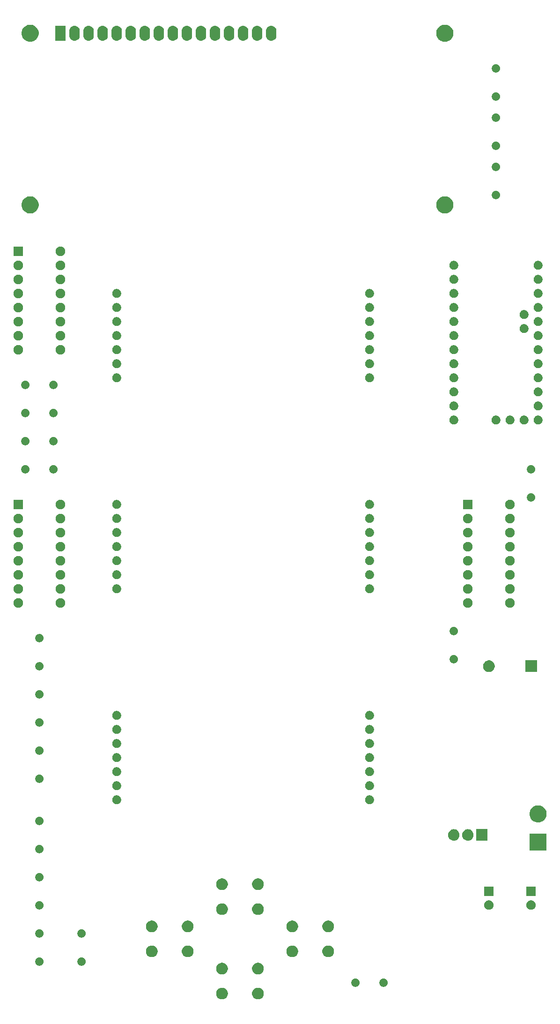
<source format=gbr>
G04 #@! TF.GenerationSoftware,KiCad,Pcbnew,5.1.5-52549c5~84~ubuntu19.10.1*
G04 #@! TF.CreationDate,2020-02-09T00:10:54+01:00*
G04 #@! TF.ProjectId,tetris-board,74657472-6973-42d6-926f-6172642e6b69,rev?*
G04 #@! TF.SameCoordinates,Original*
G04 #@! TF.FileFunction,Soldermask,Top*
G04 #@! TF.FilePolarity,Negative*
%FSLAX46Y46*%
G04 Gerber Fmt 4.6, Leading zero omitted, Abs format (unit mm)*
G04 Created by KiCad (PCBNEW 5.1.5-52549c5~84~ubuntu19.10.1) date 2020-02-09 00:10:54*
%MOMM*%
%LPD*%
G04 APERTURE LIST*
%ADD10C,0.100000*%
G04 APERTURE END LIST*
D10*
G36*
X63956564Y-196529389D02*
G01*
X64147833Y-196608615D01*
X64147835Y-196608616D01*
X64319973Y-196723635D01*
X64466365Y-196870027D01*
X64581385Y-197042167D01*
X64660611Y-197233436D01*
X64701000Y-197436484D01*
X64701000Y-197643516D01*
X64660611Y-197846564D01*
X64581385Y-198037833D01*
X64581384Y-198037835D01*
X64466365Y-198209973D01*
X64319973Y-198356365D01*
X64147835Y-198471384D01*
X64147834Y-198471385D01*
X64147833Y-198471385D01*
X63956564Y-198550611D01*
X63753516Y-198591000D01*
X63546484Y-198591000D01*
X63343436Y-198550611D01*
X63152167Y-198471385D01*
X63152166Y-198471385D01*
X63152165Y-198471384D01*
X62980027Y-198356365D01*
X62833635Y-198209973D01*
X62718616Y-198037835D01*
X62718615Y-198037833D01*
X62639389Y-197846564D01*
X62599000Y-197643516D01*
X62599000Y-197436484D01*
X62639389Y-197233436D01*
X62718615Y-197042167D01*
X62833635Y-196870027D01*
X62980027Y-196723635D01*
X63152165Y-196608616D01*
X63152167Y-196608615D01*
X63343436Y-196529389D01*
X63546484Y-196489000D01*
X63753516Y-196489000D01*
X63956564Y-196529389D01*
G37*
G36*
X57456564Y-196529389D02*
G01*
X57647833Y-196608615D01*
X57647835Y-196608616D01*
X57819973Y-196723635D01*
X57966365Y-196870027D01*
X58081385Y-197042167D01*
X58160611Y-197233436D01*
X58201000Y-197436484D01*
X58201000Y-197643516D01*
X58160611Y-197846564D01*
X58081385Y-198037833D01*
X58081384Y-198037835D01*
X57966365Y-198209973D01*
X57819973Y-198356365D01*
X57647835Y-198471384D01*
X57647834Y-198471385D01*
X57647833Y-198471385D01*
X57456564Y-198550611D01*
X57253516Y-198591000D01*
X57046484Y-198591000D01*
X56843436Y-198550611D01*
X56652167Y-198471385D01*
X56652166Y-198471385D01*
X56652165Y-198471384D01*
X56480027Y-198356365D01*
X56333635Y-198209973D01*
X56218616Y-198037835D01*
X56218615Y-198037833D01*
X56139389Y-197846564D01*
X56099000Y-197643516D01*
X56099000Y-197436484D01*
X56139389Y-197233436D01*
X56218615Y-197042167D01*
X56333635Y-196870027D01*
X56480027Y-196723635D01*
X56652165Y-196608616D01*
X56652167Y-196608615D01*
X56843436Y-196529389D01*
X57046484Y-196489000D01*
X57253516Y-196489000D01*
X57456564Y-196529389D01*
G37*
G36*
X81499059Y-194857860D02*
G01*
X81635732Y-194914472D01*
X81758735Y-194996660D01*
X81863340Y-195101265D01*
X81945528Y-195224268D01*
X82002140Y-195360941D01*
X82031000Y-195506033D01*
X82031000Y-195653967D01*
X82002140Y-195799059D01*
X81945528Y-195935732D01*
X81863340Y-196058735D01*
X81758735Y-196163340D01*
X81635732Y-196245528D01*
X81635731Y-196245529D01*
X81635730Y-196245529D01*
X81499059Y-196302140D01*
X81353968Y-196331000D01*
X81206032Y-196331000D01*
X81060941Y-196302140D01*
X80924270Y-196245529D01*
X80924269Y-196245529D01*
X80924268Y-196245528D01*
X80801265Y-196163340D01*
X80696660Y-196058735D01*
X80614472Y-195935732D01*
X80557860Y-195799059D01*
X80529000Y-195653967D01*
X80529000Y-195506033D01*
X80557860Y-195360941D01*
X80614472Y-195224268D01*
X80696660Y-195101265D01*
X80801265Y-194996660D01*
X80924268Y-194914472D01*
X81060941Y-194857860D01*
X81206032Y-194829000D01*
X81353968Y-194829000D01*
X81499059Y-194857860D01*
G37*
G36*
X86579059Y-194857860D02*
G01*
X86715732Y-194914472D01*
X86838735Y-194996660D01*
X86943340Y-195101265D01*
X87025528Y-195224268D01*
X87082140Y-195360941D01*
X87111000Y-195506033D01*
X87111000Y-195653967D01*
X87082140Y-195799059D01*
X87025528Y-195935732D01*
X86943340Y-196058735D01*
X86838735Y-196163340D01*
X86715732Y-196245528D01*
X86715731Y-196245529D01*
X86715730Y-196245529D01*
X86579059Y-196302140D01*
X86433968Y-196331000D01*
X86286032Y-196331000D01*
X86140941Y-196302140D01*
X86004270Y-196245529D01*
X86004269Y-196245529D01*
X86004268Y-196245528D01*
X85881265Y-196163340D01*
X85776660Y-196058735D01*
X85694472Y-195935732D01*
X85637860Y-195799059D01*
X85609000Y-195653967D01*
X85609000Y-195506033D01*
X85637860Y-195360941D01*
X85694472Y-195224268D01*
X85776660Y-195101265D01*
X85881265Y-194996660D01*
X86004268Y-194914472D01*
X86140941Y-194857860D01*
X86286032Y-194829000D01*
X86433968Y-194829000D01*
X86579059Y-194857860D01*
G37*
G36*
X63956564Y-192029389D02*
G01*
X64147833Y-192108615D01*
X64147835Y-192108616D01*
X64319973Y-192223635D01*
X64466365Y-192370027D01*
X64581385Y-192542167D01*
X64660611Y-192733436D01*
X64701000Y-192936484D01*
X64701000Y-193143516D01*
X64660611Y-193346564D01*
X64581385Y-193537833D01*
X64581384Y-193537835D01*
X64466365Y-193709973D01*
X64319973Y-193856365D01*
X64147835Y-193971384D01*
X64147834Y-193971385D01*
X64147833Y-193971385D01*
X63956564Y-194050611D01*
X63753516Y-194091000D01*
X63546484Y-194091000D01*
X63343436Y-194050611D01*
X63152167Y-193971385D01*
X63152166Y-193971385D01*
X63152165Y-193971384D01*
X62980027Y-193856365D01*
X62833635Y-193709973D01*
X62718616Y-193537835D01*
X62718615Y-193537833D01*
X62639389Y-193346564D01*
X62599000Y-193143516D01*
X62599000Y-192936484D01*
X62639389Y-192733436D01*
X62718615Y-192542167D01*
X62833635Y-192370027D01*
X62980027Y-192223635D01*
X63152165Y-192108616D01*
X63152167Y-192108615D01*
X63343436Y-192029389D01*
X63546484Y-191989000D01*
X63753516Y-191989000D01*
X63956564Y-192029389D01*
G37*
G36*
X57456564Y-192029389D02*
G01*
X57647833Y-192108615D01*
X57647835Y-192108616D01*
X57819973Y-192223635D01*
X57966365Y-192370027D01*
X58081385Y-192542167D01*
X58160611Y-192733436D01*
X58201000Y-192936484D01*
X58201000Y-193143516D01*
X58160611Y-193346564D01*
X58081385Y-193537833D01*
X58081384Y-193537835D01*
X57966365Y-193709973D01*
X57819973Y-193856365D01*
X57647835Y-193971384D01*
X57647834Y-193971385D01*
X57647833Y-193971385D01*
X57456564Y-194050611D01*
X57253516Y-194091000D01*
X57046484Y-194091000D01*
X56843436Y-194050611D01*
X56652167Y-193971385D01*
X56652166Y-193971385D01*
X56652165Y-193971384D01*
X56480027Y-193856365D01*
X56333635Y-193709973D01*
X56218616Y-193537835D01*
X56218615Y-193537833D01*
X56139389Y-193346564D01*
X56099000Y-193143516D01*
X56099000Y-192936484D01*
X56139389Y-192733436D01*
X56218615Y-192542167D01*
X56333635Y-192370027D01*
X56480027Y-192223635D01*
X56652165Y-192108616D01*
X56652167Y-192108615D01*
X56843436Y-192029389D01*
X57046484Y-191989000D01*
X57253516Y-191989000D01*
X57456564Y-192029389D01*
G37*
G36*
X24349059Y-191047860D02*
G01*
X24485732Y-191104472D01*
X24608735Y-191186660D01*
X24713340Y-191291265D01*
X24795528Y-191414268D01*
X24852140Y-191550941D01*
X24881000Y-191696033D01*
X24881000Y-191843967D01*
X24852140Y-191989059D01*
X24795528Y-192125732D01*
X24713340Y-192248735D01*
X24608735Y-192353340D01*
X24485732Y-192435528D01*
X24485731Y-192435529D01*
X24485730Y-192435529D01*
X24349059Y-192492140D01*
X24203968Y-192521000D01*
X24056032Y-192521000D01*
X23910941Y-192492140D01*
X23774270Y-192435529D01*
X23774269Y-192435529D01*
X23774268Y-192435528D01*
X23651265Y-192353340D01*
X23546660Y-192248735D01*
X23464472Y-192125732D01*
X23407860Y-191989059D01*
X23379000Y-191843967D01*
X23379000Y-191696033D01*
X23407860Y-191550941D01*
X23464472Y-191414268D01*
X23546660Y-191291265D01*
X23651265Y-191186660D01*
X23774268Y-191104472D01*
X23910941Y-191047860D01*
X24056032Y-191019000D01*
X24203968Y-191019000D01*
X24349059Y-191047860D01*
G37*
G36*
X31969059Y-191047860D02*
G01*
X32105732Y-191104472D01*
X32228735Y-191186660D01*
X32333340Y-191291265D01*
X32415528Y-191414268D01*
X32472140Y-191550941D01*
X32501000Y-191696033D01*
X32501000Y-191843967D01*
X32472140Y-191989059D01*
X32415528Y-192125732D01*
X32333340Y-192248735D01*
X32228735Y-192353340D01*
X32105732Y-192435528D01*
X32105731Y-192435529D01*
X32105730Y-192435529D01*
X31969059Y-192492140D01*
X31823968Y-192521000D01*
X31676032Y-192521000D01*
X31530941Y-192492140D01*
X31394270Y-192435529D01*
X31394269Y-192435529D01*
X31394268Y-192435528D01*
X31271265Y-192353340D01*
X31166660Y-192248735D01*
X31084472Y-192125732D01*
X31027860Y-191989059D01*
X30999000Y-191843967D01*
X30999000Y-191696033D01*
X31027860Y-191550941D01*
X31084472Y-191414268D01*
X31166660Y-191291265D01*
X31271265Y-191186660D01*
X31394268Y-191104472D01*
X31530941Y-191047860D01*
X31676032Y-191019000D01*
X31823968Y-191019000D01*
X31969059Y-191047860D01*
G37*
G36*
X44756564Y-188909389D02*
G01*
X44947833Y-188988615D01*
X44947835Y-188988616D01*
X45119973Y-189103635D01*
X45266365Y-189250027D01*
X45381385Y-189422167D01*
X45460611Y-189613436D01*
X45501000Y-189816484D01*
X45501000Y-190023516D01*
X45460611Y-190226564D01*
X45381385Y-190417833D01*
X45381384Y-190417835D01*
X45266365Y-190589973D01*
X45119973Y-190736365D01*
X44947835Y-190851384D01*
X44947834Y-190851385D01*
X44947833Y-190851385D01*
X44756564Y-190930611D01*
X44553516Y-190971000D01*
X44346484Y-190971000D01*
X44143436Y-190930611D01*
X43952167Y-190851385D01*
X43952166Y-190851385D01*
X43952165Y-190851384D01*
X43780027Y-190736365D01*
X43633635Y-190589973D01*
X43518616Y-190417835D01*
X43518615Y-190417833D01*
X43439389Y-190226564D01*
X43399000Y-190023516D01*
X43399000Y-189816484D01*
X43439389Y-189613436D01*
X43518615Y-189422167D01*
X43633635Y-189250027D01*
X43780027Y-189103635D01*
X43952165Y-188988616D01*
X43952167Y-188988615D01*
X44143436Y-188909389D01*
X44346484Y-188869000D01*
X44553516Y-188869000D01*
X44756564Y-188909389D01*
G37*
G36*
X51256564Y-188909389D02*
G01*
X51447833Y-188988615D01*
X51447835Y-188988616D01*
X51619973Y-189103635D01*
X51766365Y-189250027D01*
X51881385Y-189422167D01*
X51960611Y-189613436D01*
X52001000Y-189816484D01*
X52001000Y-190023516D01*
X51960611Y-190226564D01*
X51881385Y-190417833D01*
X51881384Y-190417835D01*
X51766365Y-190589973D01*
X51619973Y-190736365D01*
X51447835Y-190851384D01*
X51447834Y-190851385D01*
X51447833Y-190851385D01*
X51256564Y-190930611D01*
X51053516Y-190971000D01*
X50846484Y-190971000D01*
X50643436Y-190930611D01*
X50452167Y-190851385D01*
X50452166Y-190851385D01*
X50452165Y-190851384D01*
X50280027Y-190736365D01*
X50133635Y-190589973D01*
X50018616Y-190417835D01*
X50018615Y-190417833D01*
X49939389Y-190226564D01*
X49899000Y-190023516D01*
X49899000Y-189816484D01*
X49939389Y-189613436D01*
X50018615Y-189422167D01*
X50133635Y-189250027D01*
X50280027Y-189103635D01*
X50452165Y-188988616D01*
X50452167Y-188988615D01*
X50643436Y-188909389D01*
X50846484Y-188869000D01*
X51053516Y-188869000D01*
X51256564Y-188909389D01*
G37*
G36*
X70156564Y-188909389D02*
G01*
X70347833Y-188988615D01*
X70347835Y-188988616D01*
X70519973Y-189103635D01*
X70666365Y-189250027D01*
X70781385Y-189422167D01*
X70860611Y-189613436D01*
X70901000Y-189816484D01*
X70901000Y-190023516D01*
X70860611Y-190226564D01*
X70781385Y-190417833D01*
X70781384Y-190417835D01*
X70666365Y-190589973D01*
X70519973Y-190736365D01*
X70347835Y-190851384D01*
X70347834Y-190851385D01*
X70347833Y-190851385D01*
X70156564Y-190930611D01*
X69953516Y-190971000D01*
X69746484Y-190971000D01*
X69543436Y-190930611D01*
X69352167Y-190851385D01*
X69352166Y-190851385D01*
X69352165Y-190851384D01*
X69180027Y-190736365D01*
X69033635Y-190589973D01*
X68918616Y-190417835D01*
X68918615Y-190417833D01*
X68839389Y-190226564D01*
X68799000Y-190023516D01*
X68799000Y-189816484D01*
X68839389Y-189613436D01*
X68918615Y-189422167D01*
X69033635Y-189250027D01*
X69180027Y-189103635D01*
X69352165Y-188988616D01*
X69352167Y-188988615D01*
X69543436Y-188909389D01*
X69746484Y-188869000D01*
X69953516Y-188869000D01*
X70156564Y-188909389D01*
G37*
G36*
X76656564Y-188909389D02*
G01*
X76847833Y-188988615D01*
X76847835Y-188988616D01*
X77019973Y-189103635D01*
X77166365Y-189250027D01*
X77281385Y-189422167D01*
X77360611Y-189613436D01*
X77401000Y-189816484D01*
X77401000Y-190023516D01*
X77360611Y-190226564D01*
X77281385Y-190417833D01*
X77281384Y-190417835D01*
X77166365Y-190589973D01*
X77019973Y-190736365D01*
X76847835Y-190851384D01*
X76847834Y-190851385D01*
X76847833Y-190851385D01*
X76656564Y-190930611D01*
X76453516Y-190971000D01*
X76246484Y-190971000D01*
X76043436Y-190930611D01*
X75852167Y-190851385D01*
X75852166Y-190851385D01*
X75852165Y-190851384D01*
X75680027Y-190736365D01*
X75533635Y-190589973D01*
X75418616Y-190417835D01*
X75418615Y-190417833D01*
X75339389Y-190226564D01*
X75299000Y-190023516D01*
X75299000Y-189816484D01*
X75339389Y-189613436D01*
X75418615Y-189422167D01*
X75533635Y-189250027D01*
X75680027Y-189103635D01*
X75852165Y-188988616D01*
X75852167Y-188988615D01*
X76043436Y-188909389D01*
X76246484Y-188869000D01*
X76453516Y-188869000D01*
X76656564Y-188909389D01*
G37*
G36*
X31969059Y-185967860D02*
G01*
X32105732Y-186024472D01*
X32228735Y-186106660D01*
X32333340Y-186211265D01*
X32415528Y-186334268D01*
X32472140Y-186470941D01*
X32501000Y-186616033D01*
X32501000Y-186763967D01*
X32472140Y-186909059D01*
X32415528Y-187045732D01*
X32333340Y-187168735D01*
X32228735Y-187273340D01*
X32105732Y-187355528D01*
X32105731Y-187355529D01*
X32105730Y-187355529D01*
X31969059Y-187412140D01*
X31823968Y-187441000D01*
X31676032Y-187441000D01*
X31530941Y-187412140D01*
X31394270Y-187355529D01*
X31394269Y-187355529D01*
X31394268Y-187355528D01*
X31271265Y-187273340D01*
X31166660Y-187168735D01*
X31084472Y-187045732D01*
X31027860Y-186909059D01*
X30999000Y-186763967D01*
X30999000Y-186616033D01*
X31027860Y-186470941D01*
X31084472Y-186334268D01*
X31166660Y-186211265D01*
X31271265Y-186106660D01*
X31394268Y-186024472D01*
X31530941Y-185967860D01*
X31676032Y-185939000D01*
X31823968Y-185939000D01*
X31969059Y-185967860D01*
G37*
G36*
X24349059Y-185967860D02*
G01*
X24485732Y-186024472D01*
X24608735Y-186106660D01*
X24713340Y-186211265D01*
X24795528Y-186334268D01*
X24852140Y-186470941D01*
X24881000Y-186616033D01*
X24881000Y-186763967D01*
X24852140Y-186909059D01*
X24795528Y-187045732D01*
X24713340Y-187168735D01*
X24608735Y-187273340D01*
X24485732Y-187355528D01*
X24485731Y-187355529D01*
X24485730Y-187355529D01*
X24349059Y-187412140D01*
X24203968Y-187441000D01*
X24056032Y-187441000D01*
X23910941Y-187412140D01*
X23774270Y-187355529D01*
X23774269Y-187355529D01*
X23774268Y-187355528D01*
X23651265Y-187273340D01*
X23546660Y-187168735D01*
X23464472Y-187045732D01*
X23407860Y-186909059D01*
X23379000Y-186763967D01*
X23379000Y-186616033D01*
X23407860Y-186470941D01*
X23464472Y-186334268D01*
X23546660Y-186211265D01*
X23651265Y-186106660D01*
X23774268Y-186024472D01*
X23910941Y-185967860D01*
X24056032Y-185939000D01*
X24203968Y-185939000D01*
X24349059Y-185967860D01*
G37*
G36*
X76656564Y-184409389D02*
G01*
X76847833Y-184488615D01*
X76847835Y-184488616D01*
X77019973Y-184603635D01*
X77166365Y-184750027D01*
X77281385Y-184922167D01*
X77360611Y-185113436D01*
X77401000Y-185316484D01*
X77401000Y-185523516D01*
X77360611Y-185726564D01*
X77281385Y-185917833D01*
X77281384Y-185917835D01*
X77166365Y-186089973D01*
X77019973Y-186236365D01*
X76847835Y-186351384D01*
X76847834Y-186351385D01*
X76847833Y-186351385D01*
X76656564Y-186430611D01*
X76453516Y-186471000D01*
X76246484Y-186471000D01*
X76043436Y-186430611D01*
X75852167Y-186351385D01*
X75852166Y-186351385D01*
X75852165Y-186351384D01*
X75680027Y-186236365D01*
X75533635Y-186089973D01*
X75418616Y-185917835D01*
X75418615Y-185917833D01*
X75339389Y-185726564D01*
X75299000Y-185523516D01*
X75299000Y-185316484D01*
X75339389Y-185113436D01*
X75418615Y-184922167D01*
X75533635Y-184750027D01*
X75680027Y-184603635D01*
X75852165Y-184488616D01*
X75852167Y-184488615D01*
X76043436Y-184409389D01*
X76246484Y-184369000D01*
X76453516Y-184369000D01*
X76656564Y-184409389D01*
G37*
G36*
X51256564Y-184409389D02*
G01*
X51447833Y-184488615D01*
X51447835Y-184488616D01*
X51619973Y-184603635D01*
X51766365Y-184750027D01*
X51881385Y-184922167D01*
X51960611Y-185113436D01*
X52001000Y-185316484D01*
X52001000Y-185523516D01*
X51960611Y-185726564D01*
X51881385Y-185917833D01*
X51881384Y-185917835D01*
X51766365Y-186089973D01*
X51619973Y-186236365D01*
X51447835Y-186351384D01*
X51447834Y-186351385D01*
X51447833Y-186351385D01*
X51256564Y-186430611D01*
X51053516Y-186471000D01*
X50846484Y-186471000D01*
X50643436Y-186430611D01*
X50452167Y-186351385D01*
X50452166Y-186351385D01*
X50452165Y-186351384D01*
X50280027Y-186236365D01*
X50133635Y-186089973D01*
X50018616Y-185917835D01*
X50018615Y-185917833D01*
X49939389Y-185726564D01*
X49899000Y-185523516D01*
X49899000Y-185316484D01*
X49939389Y-185113436D01*
X50018615Y-184922167D01*
X50133635Y-184750027D01*
X50280027Y-184603635D01*
X50452165Y-184488616D01*
X50452167Y-184488615D01*
X50643436Y-184409389D01*
X50846484Y-184369000D01*
X51053516Y-184369000D01*
X51256564Y-184409389D01*
G37*
G36*
X70156564Y-184409389D02*
G01*
X70347833Y-184488615D01*
X70347835Y-184488616D01*
X70519973Y-184603635D01*
X70666365Y-184750027D01*
X70781385Y-184922167D01*
X70860611Y-185113436D01*
X70901000Y-185316484D01*
X70901000Y-185523516D01*
X70860611Y-185726564D01*
X70781385Y-185917833D01*
X70781384Y-185917835D01*
X70666365Y-186089973D01*
X70519973Y-186236365D01*
X70347835Y-186351384D01*
X70347834Y-186351385D01*
X70347833Y-186351385D01*
X70156564Y-186430611D01*
X69953516Y-186471000D01*
X69746484Y-186471000D01*
X69543436Y-186430611D01*
X69352167Y-186351385D01*
X69352166Y-186351385D01*
X69352165Y-186351384D01*
X69180027Y-186236365D01*
X69033635Y-186089973D01*
X68918616Y-185917835D01*
X68918615Y-185917833D01*
X68839389Y-185726564D01*
X68799000Y-185523516D01*
X68799000Y-185316484D01*
X68839389Y-185113436D01*
X68918615Y-184922167D01*
X69033635Y-184750027D01*
X69180027Y-184603635D01*
X69352165Y-184488616D01*
X69352167Y-184488615D01*
X69543436Y-184409389D01*
X69746484Y-184369000D01*
X69953516Y-184369000D01*
X70156564Y-184409389D01*
G37*
G36*
X44756564Y-184409389D02*
G01*
X44947833Y-184488615D01*
X44947835Y-184488616D01*
X45119973Y-184603635D01*
X45266365Y-184750027D01*
X45381385Y-184922167D01*
X45460611Y-185113436D01*
X45501000Y-185316484D01*
X45501000Y-185523516D01*
X45460611Y-185726564D01*
X45381385Y-185917833D01*
X45381384Y-185917835D01*
X45266365Y-186089973D01*
X45119973Y-186236365D01*
X44947835Y-186351384D01*
X44947834Y-186351385D01*
X44947833Y-186351385D01*
X44756564Y-186430611D01*
X44553516Y-186471000D01*
X44346484Y-186471000D01*
X44143436Y-186430611D01*
X43952167Y-186351385D01*
X43952166Y-186351385D01*
X43952165Y-186351384D01*
X43780027Y-186236365D01*
X43633635Y-186089973D01*
X43518616Y-185917835D01*
X43518615Y-185917833D01*
X43439389Y-185726564D01*
X43399000Y-185523516D01*
X43399000Y-185316484D01*
X43439389Y-185113436D01*
X43518615Y-184922167D01*
X43633635Y-184750027D01*
X43780027Y-184603635D01*
X43952165Y-184488616D01*
X43952167Y-184488615D01*
X44143436Y-184409389D01*
X44346484Y-184369000D01*
X44553516Y-184369000D01*
X44756564Y-184409389D01*
G37*
G36*
X57456564Y-181289389D02*
G01*
X57647833Y-181368615D01*
X57647835Y-181368616D01*
X57819973Y-181483635D01*
X57966365Y-181630027D01*
X58002407Y-181683967D01*
X58081385Y-181802167D01*
X58160611Y-181993436D01*
X58201000Y-182196484D01*
X58201000Y-182403516D01*
X58160611Y-182606564D01*
X58081385Y-182797833D01*
X58081384Y-182797835D01*
X57966365Y-182969973D01*
X57819973Y-183116365D01*
X57647835Y-183231384D01*
X57647834Y-183231385D01*
X57647833Y-183231385D01*
X57456564Y-183310611D01*
X57253516Y-183351000D01*
X57046484Y-183351000D01*
X56843436Y-183310611D01*
X56652167Y-183231385D01*
X56652166Y-183231385D01*
X56652165Y-183231384D01*
X56480027Y-183116365D01*
X56333635Y-182969973D01*
X56218616Y-182797835D01*
X56218615Y-182797833D01*
X56139389Y-182606564D01*
X56099000Y-182403516D01*
X56099000Y-182196484D01*
X56139389Y-181993436D01*
X56218615Y-181802167D01*
X56297594Y-181683967D01*
X56333635Y-181630027D01*
X56480027Y-181483635D01*
X56652165Y-181368616D01*
X56652167Y-181368615D01*
X56843436Y-181289389D01*
X57046484Y-181249000D01*
X57253516Y-181249000D01*
X57456564Y-181289389D01*
G37*
G36*
X63956564Y-181289389D02*
G01*
X64147833Y-181368615D01*
X64147835Y-181368616D01*
X64319973Y-181483635D01*
X64466365Y-181630027D01*
X64502407Y-181683967D01*
X64581385Y-181802167D01*
X64660611Y-181993436D01*
X64701000Y-182196484D01*
X64701000Y-182403516D01*
X64660611Y-182606564D01*
X64581385Y-182797833D01*
X64581384Y-182797835D01*
X64466365Y-182969973D01*
X64319973Y-183116365D01*
X64147835Y-183231384D01*
X64147834Y-183231385D01*
X64147833Y-183231385D01*
X63956564Y-183310611D01*
X63753516Y-183351000D01*
X63546484Y-183351000D01*
X63343436Y-183310611D01*
X63152167Y-183231385D01*
X63152166Y-183231385D01*
X63152165Y-183231384D01*
X62980027Y-183116365D01*
X62833635Y-182969973D01*
X62718616Y-182797835D01*
X62718615Y-182797833D01*
X62639389Y-182606564D01*
X62599000Y-182403516D01*
X62599000Y-182196484D01*
X62639389Y-181993436D01*
X62718615Y-181802167D01*
X62797594Y-181683967D01*
X62833635Y-181630027D01*
X62980027Y-181483635D01*
X63152165Y-181368616D01*
X63152167Y-181368615D01*
X63343436Y-181289389D01*
X63546484Y-181249000D01*
X63753516Y-181249000D01*
X63956564Y-181289389D01*
G37*
G36*
X105658228Y-180751703D02*
G01*
X105813100Y-180815853D01*
X105952481Y-180908985D01*
X106071015Y-181027519D01*
X106164147Y-181166900D01*
X106228297Y-181321772D01*
X106261000Y-181486184D01*
X106261000Y-181653816D01*
X106228297Y-181818228D01*
X106164147Y-181973100D01*
X106071015Y-182112481D01*
X105952481Y-182231015D01*
X105813100Y-182324147D01*
X105658228Y-182388297D01*
X105493816Y-182421000D01*
X105326184Y-182421000D01*
X105161772Y-182388297D01*
X105006900Y-182324147D01*
X104867519Y-182231015D01*
X104748985Y-182112481D01*
X104655853Y-181973100D01*
X104591703Y-181818228D01*
X104559000Y-181653816D01*
X104559000Y-181486184D01*
X104591703Y-181321772D01*
X104655853Y-181166900D01*
X104748985Y-181027519D01*
X104867519Y-180908985D01*
X105006900Y-180815853D01*
X105161772Y-180751703D01*
X105326184Y-180719000D01*
X105493816Y-180719000D01*
X105658228Y-180751703D01*
G37*
G36*
X113278228Y-180751703D02*
G01*
X113433100Y-180815853D01*
X113572481Y-180908985D01*
X113691015Y-181027519D01*
X113784147Y-181166900D01*
X113848297Y-181321772D01*
X113881000Y-181486184D01*
X113881000Y-181653816D01*
X113848297Y-181818228D01*
X113784147Y-181973100D01*
X113691015Y-182112481D01*
X113572481Y-182231015D01*
X113433100Y-182324147D01*
X113278228Y-182388297D01*
X113113816Y-182421000D01*
X112946184Y-182421000D01*
X112781772Y-182388297D01*
X112626900Y-182324147D01*
X112487519Y-182231015D01*
X112368985Y-182112481D01*
X112275853Y-181973100D01*
X112211703Y-181818228D01*
X112179000Y-181653816D01*
X112179000Y-181486184D01*
X112211703Y-181321772D01*
X112275853Y-181166900D01*
X112368985Y-181027519D01*
X112487519Y-180908985D01*
X112626900Y-180815853D01*
X112781772Y-180751703D01*
X112946184Y-180719000D01*
X113113816Y-180719000D01*
X113278228Y-180751703D01*
G37*
G36*
X24349059Y-180887860D02*
G01*
X24485732Y-180944472D01*
X24608735Y-181026660D01*
X24713340Y-181131265D01*
X24795528Y-181254268D01*
X24852140Y-181390941D01*
X24881000Y-181536033D01*
X24881000Y-181683967D01*
X24852140Y-181829059D01*
X24795528Y-181965732D01*
X24713340Y-182088735D01*
X24608735Y-182193340D01*
X24485732Y-182275528D01*
X24485731Y-182275529D01*
X24485730Y-182275529D01*
X24349059Y-182332140D01*
X24203968Y-182361000D01*
X24056032Y-182361000D01*
X23910941Y-182332140D01*
X23774270Y-182275529D01*
X23774269Y-182275529D01*
X23774268Y-182275528D01*
X23651265Y-182193340D01*
X23546660Y-182088735D01*
X23464472Y-181965732D01*
X23407860Y-181829059D01*
X23379000Y-181683967D01*
X23379000Y-181536033D01*
X23407860Y-181390941D01*
X23464472Y-181254268D01*
X23546660Y-181131265D01*
X23651265Y-181026660D01*
X23774268Y-180944472D01*
X23910941Y-180887860D01*
X24056032Y-180859000D01*
X24203968Y-180859000D01*
X24349059Y-180887860D01*
G37*
G36*
X106261000Y-179921000D02*
G01*
X104559000Y-179921000D01*
X104559000Y-178219000D01*
X106261000Y-178219000D01*
X106261000Y-179921000D01*
G37*
G36*
X113881000Y-179921000D02*
G01*
X112179000Y-179921000D01*
X112179000Y-178219000D01*
X113881000Y-178219000D01*
X113881000Y-179921000D01*
G37*
G36*
X57456564Y-176789389D02*
G01*
X57647833Y-176868615D01*
X57647835Y-176868616D01*
X57819973Y-176983635D01*
X57966365Y-177130027D01*
X58081385Y-177302167D01*
X58160611Y-177493436D01*
X58201000Y-177696484D01*
X58201000Y-177903516D01*
X58160611Y-178106564D01*
X58081385Y-178297833D01*
X58081384Y-178297835D01*
X57966365Y-178469973D01*
X57819973Y-178616365D01*
X57647835Y-178731384D01*
X57647834Y-178731385D01*
X57647833Y-178731385D01*
X57456564Y-178810611D01*
X57253516Y-178851000D01*
X57046484Y-178851000D01*
X56843436Y-178810611D01*
X56652167Y-178731385D01*
X56652166Y-178731385D01*
X56652165Y-178731384D01*
X56480027Y-178616365D01*
X56333635Y-178469973D01*
X56218616Y-178297835D01*
X56218615Y-178297833D01*
X56139389Y-178106564D01*
X56099000Y-177903516D01*
X56099000Y-177696484D01*
X56139389Y-177493436D01*
X56218615Y-177302167D01*
X56333635Y-177130027D01*
X56480027Y-176983635D01*
X56652165Y-176868616D01*
X56652167Y-176868615D01*
X56843436Y-176789389D01*
X57046484Y-176749000D01*
X57253516Y-176749000D01*
X57456564Y-176789389D01*
G37*
G36*
X63956564Y-176789389D02*
G01*
X64147833Y-176868615D01*
X64147835Y-176868616D01*
X64319973Y-176983635D01*
X64466365Y-177130027D01*
X64581385Y-177302167D01*
X64660611Y-177493436D01*
X64701000Y-177696484D01*
X64701000Y-177903516D01*
X64660611Y-178106564D01*
X64581385Y-178297833D01*
X64581384Y-178297835D01*
X64466365Y-178469973D01*
X64319973Y-178616365D01*
X64147835Y-178731384D01*
X64147834Y-178731385D01*
X64147833Y-178731385D01*
X63956564Y-178810611D01*
X63753516Y-178851000D01*
X63546484Y-178851000D01*
X63343436Y-178810611D01*
X63152167Y-178731385D01*
X63152166Y-178731385D01*
X63152165Y-178731384D01*
X62980027Y-178616365D01*
X62833635Y-178469973D01*
X62718616Y-178297835D01*
X62718615Y-178297833D01*
X62639389Y-178106564D01*
X62599000Y-177903516D01*
X62599000Y-177696484D01*
X62639389Y-177493436D01*
X62718615Y-177302167D01*
X62833635Y-177130027D01*
X62980027Y-176983635D01*
X63152165Y-176868616D01*
X63152167Y-176868615D01*
X63343436Y-176789389D01*
X63546484Y-176749000D01*
X63753516Y-176749000D01*
X63956564Y-176789389D01*
G37*
G36*
X24349059Y-175807860D02*
G01*
X24485732Y-175864472D01*
X24608735Y-175946660D01*
X24713340Y-176051265D01*
X24795528Y-176174268D01*
X24852140Y-176310941D01*
X24881000Y-176456033D01*
X24881000Y-176603967D01*
X24852140Y-176749059D01*
X24795528Y-176885732D01*
X24713340Y-177008735D01*
X24608735Y-177113340D01*
X24485732Y-177195528D01*
X24485731Y-177195529D01*
X24485730Y-177195529D01*
X24349059Y-177252140D01*
X24203968Y-177281000D01*
X24056032Y-177281000D01*
X23910941Y-177252140D01*
X23774270Y-177195529D01*
X23774269Y-177195529D01*
X23774268Y-177195528D01*
X23651265Y-177113340D01*
X23546660Y-177008735D01*
X23464472Y-176885732D01*
X23407860Y-176749059D01*
X23379000Y-176603967D01*
X23379000Y-176456033D01*
X23407860Y-176310941D01*
X23464472Y-176174268D01*
X23546660Y-176051265D01*
X23651265Y-175946660D01*
X23774268Y-175864472D01*
X23910941Y-175807860D01*
X24056032Y-175779000D01*
X24203968Y-175779000D01*
X24349059Y-175807860D01*
G37*
G36*
X24349059Y-170727860D02*
G01*
X24485732Y-170784472D01*
X24608735Y-170866660D01*
X24713340Y-170971265D01*
X24795528Y-171094268D01*
X24852140Y-171230941D01*
X24881000Y-171376033D01*
X24881000Y-171523967D01*
X24852140Y-171669059D01*
X24795528Y-171805732D01*
X24713340Y-171928735D01*
X24608735Y-172033340D01*
X24485732Y-172115528D01*
X24485731Y-172115529D01*
X24485730Y-172115529D01*
X24349059Y-172172140D01*
X24203968Y-172201000D01*
X24056032Y-172201000D01*
X23910941Y-172172140D01*
X23774270Y-172115529D01*
X23774269Y-172115529D01*
X23774268Y-172115528D01*
X23651265Y-172033340D01*
X23546660Y-171928735D01*
X23464472Y-171805732D01*
X23407860Y-171669059D01*
X23379000Y-171523967D01*
X23379000Y-171376033D01*
X23407860Y-171230941D01*
X23464472Y-171094268D01*
X23546660Y-170971265D01*
X23651265Y-170866660D01*
X23774268Y-170784472D01*
X23910941Y-170727860D01*
X24056032Y-170699000D01*
X24203968Y-170699000D01*
X24349059Y-170727860D01*
G37*
G36*
X115851000Y-171731000D02*
G01*
X112749000Y-171731000D01*
X112749000Y-168629000D01*
X115851000Y-168629000D01*
X115851000Y-171731000D01*
G37*
G36*
X99256720Y-167873520D02*
G01*
X99445881Y-167930901D01*
X99620212Y-168024083D01*
X99773015Y-168149485D01*
X99898417Y-168302288D01*
X99942182Y-168384167D01*
X99991598Y-168476617D01*
X99991599Y-168476620D01*
X100048980Y-168665781D01*
X100063500Y-168813207D01*
X100063500Y-169006794D01*
X100048980Y-169154220D01*
X99991599Y-169343381D01*
X99898417Y-169517712D01*
X99773015Y-169670515D01*
X99620212Y-169795917D01*
X99538333Y-169839682D01*
X99445883Y-169889098D01*
X99445880Y-169889099D01*
X99256719Y-169946480D01*
X99060000Y-169965855D01*
X98863280Y-169946480D01*
X98674119Y-169889099D01*
X98499788Y-169795917D01*
X98346985Y-169670515D01*
X98221583Y-169517712D01*
X98177818Y-169435833D01*
X98128402Y-169343383D01*
X98128401Y-169343380D01*
X98071020Y-169154219D01*
X98056500Y-169006793D01*
X98056500Y-168813206D01*
X98071020Y-168665780D01*
X98128401Y-168476619D01*
X98221583Y-168302288D01*
X98346985Y-168149485D01*
X98499788Y-168024083D01*
X98674120Y-167930901D01*
X98863281Y-167873520D01*
X99060000Y-167854145D01*
X99256720Y-167873520D01*
G37*
G36*
X101796720Y-167873520D02*
G01*
X101985881Y-167930901D01*
X102160212Y-168024083D01*
X102313015Y-168149485D01*
X102438417Y-168302288D01*
X102482182Y-168384167D01*
X102531598Y-168476617D01*
X102531599Y-168476620D01*
X102588980Y-168665781D01*
X102603500Y-168813207D01*
X102603500Y-169006794D01*
X102588980Y-169154220D01*
X102531599Y-169343381D01*
X102438417Y-169517712D01*
X102313015Y-169670515D01*
X102160212Y-169795917D01*
X102078333Y-169839682D01*
X101985883Y-169889098D01*
X101985880Y-169889099D01*
X101796719Y-169946480D01*
X101600000Y-169965855D01*
X101403280Y-169946480D01*
X101214119Y-169889099D01*
X101039788Y-169795917D01*
X100886985Y-169670515D01*
X100761583Y-169517712D01*
X100717818Y-169435833D01*
X100668402Y-169343383D01*
X100668401Y-169343380D01*
X100611020Y-169154219D01*
X100596500Y-169006793D01*
X100596500Y-168813206D01*
X100611020Y-168665780D01*
X100668401Y-168476619D01*
X100761583Y-168302288D01*
X100886985Y-168149485D01*
X101039788Y-168024083D01*
X101214120Y-167930901D01*
X101403281Y-167873520D01*
X101600000Y-167854145D01*
X101796720Y-167873520D01*
G37*
G36*
X105143500Y-169961000D02*
G01*
X103136500Y-169961000D01*
X103136500Y-167859000D01*
X105143500Y-167859000D01*
X105143500Y-169961000D01*
G37*
G36*
X24349059Y-165647860D02*
G01*
X24485732Y-165704472D01*
X24608735Y-165786660D01*
X24713340Y-165891265D01*
X24795528Y-166014268D01*
X24852140Y-166150941D01*
X24881000Y-166296033D01*
X24881000Y-166443967D01*
X24852140Y-166589059D01*
X24795528Y-166725732D01*
X24713340Y-166848735D01*
X24608735Y-166953340D01*
X24485732Y-167035528D01*
X24485731Y-167035529D01*
X24485730Y-167035529D01*
X24349059Y-167092140D01*
X24203968Y-167121000D01*
X24056032Y-167121000D01*
X23910941Y-167092140D01*
X23774270Y-167035529D01*
X23774269Y-167035529D01*
X23774268Y-167035528D01*
X23651265Y-166953340D01*
X23546660Y-166848735D01*
X23464472Y-166725732D01*
X23407860Y-166589059D01*
X23379000Y-166443967D01*
X23379000Y-166296033D01*
X23407860Y-166150941D01*
X23464472Y-166014268D01*
X23546660Y-165891265D01*
X23651265Y-165786660D01*
X23774268Y-165704472D01*
X23910941Y-165647860D01*
X24056032Y-165619000D01*
X24203968Y-165619000D01*
X24349059Y-165647860D01*
G37*
G36*
X114602585Y-163578802D02*
G01*
X114752410Y-163608604D01*
X115034674Y-163725521D01*
X115288705Y-163895259D01*
X115504741Y-164111295D01*
X115674479Y-164365326D01*
X115791396Y-164647590D01*
X115851000Y-164947240D01*
X115851000Y-165252760D01*
X115791396Y-165552410D01*
X115674479Y-165834674D01*
X115504741Y-166088705D01*
X115288705Y-166304741D01*
X115034674Y-166474479D01*
X114752410Y-166591396D01*
X114602585Y-166621198D01*
X114452761Y-166651000D01*
X114147239Y-166651000D01*
X113997415Y-166621198D01*
X113847590Y-166591396D01*
X113565326Y-166474479D01*
X113311295Y-166304741D01*
X113095259Y-166088705D01*
X112925521Y-165834674D01*
X112808604Y-165552410D01*
X112749000Y-165252760D01*
X112749000Y-164947240D01*
X112808604Y-164647590D01*
X112925521Y-164365326D01*
X113095259Y-164111295D01*
X113311295Y-163895259D01*
X113565326Y-163725521D01*
X113847590Y-163608604D01*
X113997415Y-163578802D01*
X114147239Y-163549000D01*
X114452761Y-163549000D01*
X114602585Y-163578802D01*
G37*
G36*
X38337142Y-161778242D02*
G01*
X38485101Y-161839529D01*
X38618255Y-161928499D01*
X38731501Y-162041745D01*
X38820471Y-162174899D01*
X38881758Y-162322858D01*
X38913000Y-162479925D01*
X38913000Y-162640075D01*
X38881758Y-162797142D01*
X38820471Y-162945101D01*
X38731501Y-163078255D01*
X38618255Y-163191501D01*
X38485101Y-163280471D01*
X38337142Y-163341758D01*
X38180075Y-163373000D01*
X38019925Y-163373000D01*
X37862858Y-163341758D01*
X37714899Y-163280471D01*
X37581745Y-163191501D01*
X37468499Y-163078255D01*
X37379529Y-162945101D01*
X37318242Y-162797142D01*
X37287000Y-162640075D01*
X37287000Y-162479925D01*
X37318242Y-162322858D01*
X37379529Y-162174899D01*
X37468499Y-162041745D01*
X37581745Y-161928499D01*
X37714899Y-161839529D01*
X37862858Y-161778242D01*
X38019925Y-161747000D01*
X38180075Y-161747000D01*
X38337142Y-161778242D01*
G37*
G36*
X84057142Y-161778242D02*
G01*
X84205101Y-161839529D01*
X84338255Y-161928499D01*
X84451501Y-162041745D01*
X84540471Y-162174899D01*
X84601758Y-162322858D01*
X84633000Y-162479925D01*
X84633000Y-162640075D01*
X84601758Y-162797142D01*
X84540471Y-162945101D01*
X84451501Y-163078255D01*
X84338255Y-163191501D01*
X84205101Y-163280471D01*
X84057142Y-163341758D01*
X83900075Y-163373000D01*
X83739925Y-163373000D01*
X83582858Y-163341758D01*
X83434899Y-163280471D01*
X83301745Y-163191501D01*
X83188499Y-163078255D01*
X83099529Y-162945101D01*
X83038242Y-162797142D01*
X83007000Y-162640075D01*
X83007000Y-162479925D01*
X83038242Y-162322858D01*
X83099529Y-162174899D01*
X83188499Y-162041745D01*
X83301745Y-161928499D01*
X83434899Y-161839529D01*
X83582858Y-161778242D01*
X83739925Y-161747000D01*
X83900075Y-161747000D01*
X84057142Y-161778242D01*
G37*
G36*
X38337142Y-159238242D02*
G01*
X38485101Y-159299529D01*
X38618255Y-159388499D01*
X38731501Y-159501745D01*
X38820471Y-159634899D01*
X38881758Y-159782858D01*
X38913000Y-159939925D01*
X38913000Y-160100075D01*
X38881758Y-160257142D01*
X38820471Y-160405101D01*
X38731501Y-160538255D01*
X38618255Y-160651501D01*
X38485101Y-160740471D01*
X38337142Y-160801758D01*
X38180075Y-160833000D01*
X38019925Y-160833000D01*
X37862858Y-160801758D01*
X37714899Y-160740471D01*
X37581745Y-160651501D01*
X37468499Y-160538255D01*
X37379529Y-160405101D01*
X37318242Y-160257142D01*
X37287000Y-160100075D01*
X37287000Y-159939925D01*
X37318242Y-159782858D01*
X37379529Y-159634899D01*
X37468499Y-159501745D01*
X37581745Y-159388499D01*
X37714899Y-159299529D01*
X37862858Y-159238242D01*
X38019925Y-159207000D01*
X38180075Y-159207000D01*
X38337142Y-159238242D01*
G37*
G36*
X84057142Y-159238242D02*
G01*
X84205101Y-159299529D01*
X84338255Y-159388499D01*
X84451501Y-159501745D01*
X84540471Y-159634899D01*
X84601758Y-159782858D01*
X84633000Y-159939925D01*
X84633000Y-160100075D01*
X84601758Y-160257142D01*
X84540471Y-160405101D01*
X84451501Y-160538255D01*
X84338255Y-160651501D01*
X84205101Y-160740471D01*
X84057142Y-160801758D01*
X83900075Y-160833000D01*
X83739925Y-160833000D01*
X83582858Y-160801758D01*
X83434899Y-160740471D01*
X83301745Y-160651501D01*
X83188499Y-160538255D01*
X83099529Y-160405101D01*
X83038242Y-160257142D01*
X83007000Y-160100075D01*
X83007000Y-159939925D01*
X83038242Y-159782858D01*
X83099529Y-159634899D01*
X83188499Y-159501745D01*
X83301745Y-159388499D01*
X83434899Y-159299529D01*
X83582858Y-159238242D01*
X83739925Y-159207000D01*
X83900075Y-159207000D01*
X84057142Y-159238242D01*
G37*
G36*
X24349059Y-158027860D02*
G01*
X24485732Y-158084472D01*
X24608735Y-158166660D01*
X24713340Y-158271265D01*
X24795528Y-158394268D01*
X24852140Y-158530941D01*
X24881000Y-158676033D01*
X24881000Y-158823967D01*
X24852140Y-158969059D01*
X24795528Y-159105732D01*
X24713340Y-159228735D01*
X24608735Y-159333340D01*
X24485732Y-159415528D01*
X24485731Y-159415529D01*
X24485730Y-159415529D01*
X24349059Y-159472140D01*
X24203968Y-159501000D01*
X24056032Y-159501000D01*
X23910941Y-159472140D01*
X23774270Y-159415529D01*
X23774269Y-159415529D01*
X23774268Y-159415528D01*
X23651265Y-159333340D01*
X23546660Y-159228735D01*
X23464472Y-159105732D01*
X23407860Y-158969059D01*
X23379000Y-158823967D01*
X23379000Y-158676033D01*
X23407860Y-158530941D01*
X23464472Y-158394268D01*
X23546660Y-158271265D01*
X23651265Y-158166660D01*
X23774268Y-158084472D01*
X23910941Y-158027860D01*
X24056032Y-157999000D01*
X24203968Y-157999000D01*
X24349059Y-158027860D01*
G37*
G36*
X84057142Y-156698242D02*
G01*
X84205101Y-156759529D01*
X84338255Y-156848499D01*
X84451501Y-156961745D01*
X84540471Y-157094899D01*
X84601758Y-157242858D01*
X84633000Y-157399925D01*
X84633000Y-157560075D01*
X84601758Y-157717142D01*
X84540471Y-157865101D01*
X84451501Y-157998255D01*
X84338255Y-158111501D01*
X84205101Y-158200471D01*
X84057142Y-158261758D01*
X83900075Y-158293000D01*
X83739925Y-158293000D01*
X83582858Y-158261758D01*
X83434899Y-158200471D01*
X83301745Y-158111501D01*
X83188499Y-157998255D01*
X83099529Y-157865101D01*
X83038242Y-157717142D01*
X83007000Y-157560075D01*
X83007000Y-157399925D01*
X83038242Y-157242858D01*
X83099529Y-157094899D01*
X83188499Y-156961745D01*
X83301745Y-156848499D01*
X83434899Y-156759529D01*
X83582858Y-156698242D01*
X83739925Y-156667000D01*
X83900075Y-156667000D01*
X84057142Y-156698242D01*
G37*
G36*
X38337142Y-156698242D02*
G01*
X38485101Y-156759529D01*
X38618255Y-156848499D01*
X38731501Y-156961745D01*
X38820471Y-157094899D01*
X38881758Y-157242858D01*
X38913000Y-157399925D01*
X38913000Y-157560075D01*
X38881758Y-157717142D01*
X38820471Y-157865101D01*
X38731501Y-157998255D01*
X38618255Y-158111501D01*
X38485101Y-158200471D01*
X38337142Y-158261758D01*
X38180075Y-158293000D01*
X38019925Y-158293000D01*
X37862858Y-158261758D01*
X37714899Y-158200471D01*
X37581745Y-158111501D01*
X37468499Y-157998255D01*
X37379529Y-157865101D01*
X37318242Y-157717142D01*
X37287000Y-157560075D01*
X37287000Y-157399925D01*
X37318242Y-157242858D01*
X37379529Y-157094899D01*
X37468499Y-156961745D01*
X37581745Y-156848499D01*
X37714899Y-156759529D01*
X37862858Y-156698242D01*
X38019925Y-156667000D01*
X38180075Y-156667000D01*
X38337142Y-156698242D01*
G37*
G36*
X84057142Y-154158242D02*
G01*
X84205101Y-154219529D01*
X84338255Y-154308499D01*
X84451501Y-154421745D01*
X84540471Y-154554899D01*
X84601758Y-154702858D01*
X84633000Y-154859925D01*
X84633000Y-155020075D01*
X84601758Y-155177142D01*
X84540471Y-155325101D01*
X84451501Y-155458255D01*
X84338255Y-155571501D01*
X84205101Y-155660471D01*
X84057142Y-155721758D01*
X83900075Y-155753000D01*
X83739925Y-155753000D01*
X83582858Y-155721758D01*
X83434899Y-155660471D01*
X83301745Y-155571501D01*
X83188499Y-155458255D01*
X83099529Y-155325101D01*
X83038242Y-155177142D01*
X83007000Y-155020075D01*
X83007000Y-154859925D01*
X83038242Y-154702858D01*
X83099529Y-154554899D01*
X83188499Y-154421745D01*
X83301745Y-154308499D01*
X83434899Y-154219529D01*
X83582858Y-154158242D01*
X83739925Y-154127000D01*
X83900075Y-154127000D01*
X84057142Y-154158242D01*
G37*
G36*
X38337142Y-154158242D02*
G01*
X38485101Y-154219529D01*
X38618255Y-154308499D01*
X38731501Y-154421745D01*
X38820471Y-154554899D01*
X38881758Y-154702858D01*
X38913000Y-154859925D01*
X38913000Y-155020075D01*
X38881758Y-155177142D01*
X38820471Y-155325101D01*
X38731501Y-155458255D01*
X38618255Y-155571501D01*
X38485101Y-155660471D01*
X38337142Y-155721758D01*
X38180075Y-155753000D01*
X38019925Y-155753000D01*
X37862858Y-155721758D01*
X37714899Y-155660471D01*
X37581745Y-155571501D01*
X37468499Y-155458255D01*
X37379529Y-155325101D01*
X37318242Y-155177142D01*
X37287000Y-155020075D01*
X37287000Y-154859925D01*
X37318242Y-154702858D01*
X37379529Y-154554899D01*
X37468499Y-154421745D01*
X37581745Y-154308499D01*
X37714899Y-154219529D01*
X37862858Y-154158242D01*
X38019925Y-154127000D01*
X38180075Y-154127000D01*
X38337142Y-154158242D01*
G37*
G36*
X24349059Y-152947860D02*
G01*
X24485732Y-153004472D01*
X24608735Y-153086660D01*
X24713340Y-153191265D01*
X24795528Y-153314268D01*
X24852140Y-153450941D01*
X24881000Y-153596033D01*
X24881000Y-153743967D01*
X24852140Y-153889059D01*
X24795528Y-154025732D01*
X24713340Y-154148735D01*
X24608735Y-154253340D01*
X24485732Y-154335528D01*
X24485731Y-154335529D01*
X24485730Y-154335529D01*
X24349059Y-154392140D01*
X24203968Y-154421000D01*
X24056032Y-154421000D01*
X23910941Y-154392140D01*
X23774270Y-154335529D01*
X23774269Y-154335529D01*
X23774268Y-154335528D01*
X23651265Y-154253340D01*
X23546660Y-154148735D01*
X23464472Y-154025732D01*
X23407860Y-153889059D01*
X23379000Y-153743967D01*
X23379000Y-153596033D01*
X23407860Y-153450941D01*
X23464472Y-153314268D01*
X23546660Y-153191265D01*
X23651265Y-153086660D01*
X23774268Y-153004472D01*
X23910941Y-152947860D01*
X24056032Y-152919000D01*
X24203968Y-152919000D01*
X24349059Y-152947860D01*
G37*
G36*
X38337142Y-151618242D02*
G01*
X38485101Y-151679529D01*
X38618255Y-151768499D01*
X38731501Y-151881745D01*
X38820471Y-152014899D01*
X38881758Y-152162858D01*
X38913000Y-152319925D01*
X38913000Y-152480075D01*
X38881758Y-152637142D01*
X38820471Y-152785101D01*
X38731501Y-152918255D01*
X38618255Y-153031501D01*
X38485101Y-153120471D01*
X38337142Y-153181758D01*
X38180075Y-153213000D01*
X38019925Y-153213000D01*
X37862858Y-153181758D01*
X37714899Y-153120471D01*
X37581745Y-153031501D01*
X37468499Y-152918255D01*
X37379529Y-152785101D01*
X37318242Y-152637142D01*
X37287000Y-152480075D01*
X37287000Y-152319925D01*
X37318242Y-152162858D01*
X37379529Y-152014899D01*
X37468499Y-151881745D01*
X37581745Y-151768499D01*
X37714899Y-151679529D01*
X37862858Y-151618242D01*
X38019925Y-151587000D01*
X38180075Y-151587000D01*
X38337142Y-151618242D01*
G37*
G36*
X84057142Y-151618242D02*
G01*
X84205101Y-151679529D01*
X84338255Y-151768499D01*
X84451501Y-151881745D01*
X84540471Y-152014899D01*
X84601758Y-152162858D01*
X84633000Y-152319925D01*
X84633000Y-152480075D01*
X84601758Y-152637142D01*
X84540471Y-152785101D01*
X84451501Y-152918255D01*
X84338255Y-153031501D01*
X84205101Y-153120471D01*
X84057142Y-153181758D01*
X83900075Y-153213000D01*
X83739925Y-153213000D01*
X83582858Y-153181758D01*
X83434899Y-153120471D01*
X83301745Y-153031501D01*
X83188499Y-152918255D01*
X83099529Y-152785101D01*
X83038242Y-152637142D01*
X83007000Y-152480075D01*
X83007000Y-152319925D01*
X83038242Y-152162858D01*
X83099529Y-152014899D01*
X83188499Y-151881745D01*
X83301745Y-151768499D01*
X83434899Y-151679529D01*
X83582858Y-151618242D01*
X83739925Y-151587000D01*
X83900075Y-151587000D01*
X84057142Y-151618242D01*
G37*
G36*
X84057142Y-149078242D02*
G01*
X84205101Y-149139529D01*
X84338255Y-149228499D01*
X84451501Y-149341745D01*
X84540471Y-149474899D01*
X84601758Y-149622858D01*
X84633000Y-149779925D01*
X84633000Y-149940075D01*
X84601758Y-150097142D01*
X84540471Y-150245101D01*
X84451501Y-150378255D01*
X84338255Y-150491501D01*
X84205101Y-150580471D01*
X84057142Y-150641758D01*
X83900075Y-150673000D01*
X83739925Y-150673000D01*
X83582858Y-150641758D01*
X83434899Y-150580471D01*
X83301745Y-150491501D01*
X83188499Y-150378255D01*
X83099529Y-150245101D01*
X83038242Y-150097142D01*
X83007000Y-149940075D01*
X83007000Y-149779925D01*
X83038242Y-149622858D01*
X83099529Y-149474899D01*
X83188499Y-149341745D01*
X83301745Y-149228499D01*
X83434899Y-149139529D01*
X83582858Y-149078242D01*
X83739925Y-149047000D01*
X83900075Y-149047000D01*
X84057142Y-149078242D01*
G37*
G36*
X38337142Y-149078242D02*
G01*
X38485101Y-149139529D01*
X38618255Y-149228499D01*
X38731501Y-149341745D01*
X38820471Y-149474899D01*
X38881758Y-149622858D01*
X38913000Y-149779925D01*
X38913000Y-149940075D01*
X38881758Y-150097142D01*
X38820471Y-150245101D01*
X38731501Y-150378255D01*
X38618255Y-150491501D01*
X38485101Y-150580471D01*
X38337142Y-150641758D01*
X38180075Y-150673000D01*
X38019925Y-150673000D01*
X37862858Y-150641758D01*
X37714899Y-150580471D01*
X37581745Y-150491501D01*
X37468499Y-150378255D01*
X37379529Y-150245101D01*
X37318242Y-150097142D01*
X37287000Y-149940075D01*
X37287000Y-149779925D01*
X37318242Y-149622858D01*
X37379529Y-149474899D01*
X37468499Y-149341745D01*
X37581745Y-149228499D01*
X37714899Y-149139529D01*
X37862858Y-149078242D01*
X38019925Y-149047000D01*
X38180075Y-149047000D01*
X38337142Y-149078242D01*
G37*
G36*
X24349059Y-147867860D02*
G01*
X24485732Y-147924472D01*
X24608735Y-148006660D01*
X24713340Y-148111265D01*
X24795528Y-148234268D01*
X24852140Y-148370941D01*
X24881000Y-148516033D01*
X24881000Y-148663967D01*
X24852140Y-148809059D01*
X24795528Y-148945732D01*
X24713340Y-149068735D01*
X24608735Y-149173340D01*
X24485732Y-149255528D01*
X24485731Y-149255529D01*
X24485730Y-149255529D01*
X24349059Y-149312140D01*
X24203968Y-149341000D01*
X24056032Y-149341000D01*
X23910941Y-149312140D01*
X23774270Y-149255529D01*
X23774269Y-149255529D01*
X23774268Y-149255528D01*
X23651265Y-149173340D01*
X23546660Y-149068735D01*
X23464472Y-148945732D01*
X23407860Y-148809059D01*
X23379000Y-148663967D01*
X23379000Y-148516033D01*
X23407860Y-148370941D01*
X23464472Y-148234268D01*
X23546660Y-148111265D01*
X23651265Y-148006660D01*
X23774268Y-147924472D01*
X23910941Y-147867860D01*
X24056032Y-147839000D01*
X24203968Y-147839000D01*
X24349059Y-147867860D01*
G37*
G36*
X38337142Y-146538242D02*
G01*
X38485101Y-146599529D01*
X38618255Y-146688499D01*
X38731501Y-146801745D01*
X38820471Y-146934899D01*
X38881758Y-147082858D01*
X38913000Y-147239925D01*
X38913000Y-147400075D01*
X38881758Y-147557142D01*
X38820471Y-147705101D01*
X38731501Y-147838255D01*
X38618255Y-147951501D01*
X38485101Y-148040471D01*
X38337142Y-148101758D01*
X38180075Y-148133000D01*
X38019925Y-148133000D01*
X37862858Y-148101758D01*
X37714899Y-148040471D01*
X37581745Y-147951501D01*
X37468499Y-147838255D01*
X37379529Y-147705101D01*
X37318242Y-147557142D01*
X37287000Y-147400075D01*
X37287000Y-147239925D01*
X37318242Y-147082858D01*
X37379529Y-146934899D01*
X37468499Y-146801745D01*
X37581745Y-146688499D01*
X37714899Y-146599529D01*
X37862858Y-146538242D01*
X38019925Y-146507000D01*
X38180075Y-146507000D01*
X38337142Y-146538242D01*
G37*
G36*
X84057142Y-146538242D02*
G01*
X84205101Y-146599529D01*
X84338255Y-146688499D01*
X84451501Y-146801745D01*
X84540471Y-146934899D01*
X84601758Y-147082858D01*
X84633000Y-147239925D01*
X84633000Y-147400075D01*
X84601758Y-147557142D01*
X84540471Y-147705101D01*
X84451501Y-147838255D01*
X84338255Y-147951501D01*
X84205101Y-148040471D01*
X84057142Y-148101758D01*
X83900075Y-148133000D01*
X83739925Y-148133000D01*
X83582858Y-148101758D01*
X83434899Y-148040471D01*
X83301745Y-147951501D01*
X83188499Y-147838255D01*
X83099529Y-147705101D01*
X83038242Y-147557142D01*
X83007000Y-147400075D01*
X83007000Y-147239925D01*
X83038242Y-147082858D01*
X83099529Y-146934899D01*
X83188499Y-146801745D01*
X83301745Y-146688499D01*
X83434899Y-146599529D01*
X83582858Y-146538242D01*
X83739925Y-146507000D01*
X83900075Y-146507000D01*
X84057142Y-146538242D01*
G37*
G36*
X24349059Y-142787860D02*
G01*
X24485732Y-142844472D01*
X24608735Y-142926660D01*
X24713340Y-143031265D01*
X24795528Y-143154268D01*
X24852140Y-143290941D01*
X24881000Y-143436033D01*
X24881000Y-143583967D01*
X24852140Y-143729059D01*
X24795528Y-143865732D01*
X24713340Y-143988735D01*
X24608735Y-144093340D01*
X24485732Y-144175528D01*
X24485731Y-144175529D01*
X24485730Y-144175529D01*
X24349059Y-144232140D01*
X24203968Y-144261000D01*
X24056032Y-144261000D01*
X23910941Y-144232140D01*
X23774270Y-144175529D01*
X23774269Y-144175529D01*
X23774268Y-144175528D01*
X23651265Y-144093340D01*
X23546660Y-143988735D01*
X23464472Y-143865732D01*
X23407860Y-143729059D01*
X23379000Y-143583967D01*
X23379000Y-143436033D01*
X23407860Y-143290941D01*
X23464472Y-143154268D01*
X23546660Y-143031265D01*
X23651265Y-142926660D01*
X23774268Y-142844472D01*
X23910941Y-142787860D01*
X24056032Y-142759000D01*
X24203968Y-142759000D01*
X24349059Y-142787860D01*
G37*
G36*
X114081000Y-139481000D02*
G01*
X111979000Y-139481000D01*
X111979000Y-137379000D01*
X114081000Y-137379000D01*
X114081000Y-139481000D01*
G37*
G36*
X105736564Y-137419389D02*
G01*
X105927833Y-137498615D01*
X105927835Y-137498616D01*
X106099973Y-137613635D01*
X106246365Y-137760027D01*
X106361385Y-137932167D01*
X106440611Y-138123436D01*
X106481000Y-138326484D01*
X106481000Y-138533516D01*
X106440611Y-138736564D01*
X106361385Y-138927833D01*
X106361384Y-138927835D01*
X106246365Y-139099973D01*
X106099973Y-139246365D01*
X105927835Y-139361384D01*
X105927834Y-139361385D01*
X105927833Y-139361385D01*
X105736564Y-139440611D01*
X105533516Y-139481000D01*
X105326484Y-139481000D01*
X105123436Y-139440611D01*
X104932167Y-139361385D01*
X104932166Y-139361385D01*
X104932165Y-139361384D01*
X104760027Y-139246365D01*
X104613635Y-139099973D01*
X104498616Y-138927835D01*
X104498615Y-138927833D01*
X104419389Y-138736564D01*
X104379000Y-138533516D01*
X104379000Y-138326484D01*
X104419389Y-138123436D01*
X104498615Y-137932167D01*
X104613635Y-137760027D01*
X104760027Y-137613635D01*
X104932165Y-137498616D01*
X104932167Y-137498615D01*
X105123436Y-137419389D01*
X105326484Y-137379000D01*
X105533516Y-137379000D01*
X105736564Y-137419389D01*
G37*
G36*
X24349059Y-137707860D02*
G01*
X24434718Y-137743341D01*
X24485732Y-137764472D01*
X24608735Y-137846660D01*
X24713340Y-137951265D01*
X24713341Y-137951267D01*
X24795529Y-138074270D01*
X24852140Y-138210941D01*
X24881000Y-138356032D01*
X24881000Y-138503968D01*
X24852140Y-138649059D01*
X24795528Y-138785732D01*
X24713340Y-138908735D01*
X24608735Y-139013340D01*
X24485732Y-139095528D01*
X24485731Y-139095529D01*
X24485730Y-139095529D01*
X24349059Y-139152140D01*
X24203968Y-139181000D01*
X24056032Y-139181000D01*
X23910941Y-139152140D01*
X23774270Y-139095529D01*
X23774269Y-139095529D01*
X23774268Y-139095528D01*
X23651265Y-139013340D01*
X23546660Y-138908735D01*
X23464472Y-138785732D01*
X23407860Y-138649059D01*
X23379000Y-138503968D01*
X23379000Y-138356032D01*
X23407860Y-138210941D01*
X23464471Y-138074270D01*
X23546659Y-137951267D01*
X23546660Y-137951265D01*
X23651265Y-137846660D01*
X23774268Y-137764472D01*
X23825283Y-137743341D01*
X23910941Y-137707860D01*
X24056032Y-137679000D01*
X24203968Y-137679000D01*
X24349059Y-137707860D01*
G37*
G36*
X99279059Y-136437860D02*
G01*
X99415732Y-136494472D01*
X99538735Y-136576660D01*
X99643340Y-136681265D01*
X99725528Y-136804268D01*
X99782140Y-136940941D01*
X99811000Y-137086033D01*
X99811000Y-137233967D01*
X99782140Y-137379059D01*
X99725528Y-137515732D01*
X99643340Y-137638735D01*
X99538735Y-137743340D01*
X99415732Y-137825528D01*
X99415731Y-137825529D01*
X99415730Y-137825529D01*
X99279059Y-137882140D01*
X99133968Y-137911000D01*
X98986032Y-137911000D01*
X98840941Y-137882140D01*
X98704270Y-137825529D01*
X98704269Y-137825529D01*
X98704268Y-137825528D01*
X98581265Y-137743340D01*
X98476660Y-137638735D01*
X98394472Y-137515732D01*
X98337860Y-137379059D01*
X98309000Y-137233967D01*
X98309000Y-137086033D01*
X98337860Y-136940941D01*
X98394472Y-136804268D01*
X98476660Y-136681265D01*
X98581265Y-136576660D01*
X98704268Y-136494472D01*
X98840941Y-136437860D01*
X98986032Y-136409000D01*
X99133968Y-136409000D01*
X99279059Y-136437860D01*
G37*
G36*
X24349059Y-132627860D02*
G01*
X24434718Y-132663341D01*
X24485732Y-132684472D01*
X24608735Y-132766660D01*
X24713340Y-132871265D01*
X24795528Y-132994268D01*
X24852140Y-133130941D01*
X24881000Y-133276033D01*
X24881000Y-133423967D01*
X24852140Y-133569059D01*
X24795528Y-133705732D01*
X24713340Y-133828735D01*
X24608735Y-133933340D01*
X24485732Y-134015528D01*
X24485731Y-134015529D01*
X24485730Y-134015529D01*
X24349059Y-134072140D01*
X24203968Y-134101000D01*
X24056032Y-134101000D01*
X23910941Y-134072140D01*
X23774270Y-134015529D01*
X23774269Y-134015529D01*
X23774268Y-134015528D01*
X23651265Y-133933340D01*
X23546660Y-133828735D01*
X23464472Y-133705732D01*
X23407860Y-133569059D01*
X23379000Y-133423967D01*
X23379000Y-133276033D01*
X23407860Y-133130941D01*
X23464472Y-132994268D01*
X23546660Y-132871265D01*
X23651265Y-132766660D01*
X23774268Y-132684472D01*
X23825283Y-132663341D01*
X23910941Y-132627860D01*
X24056032Y-132599000D01*
X24203968Y-132599000D01*
X24349059Y-132627860D01*
G37*
G36*
X99279059Y-131357860D02*
G01*
X99415732Y-131414472D01*
X99538735Y-131496660D01*
X99643340Y-131601265D01*
X99725528Y-131724268D01*
X99782140Y-131860941D01*
X99811000Y-132006033D01*
X99811000Y-132153967D01*
X99782140Y-132299059D01*
X99725528Y-132435732D01*
X99643340Y-132558735D01*
X99538735Y-132663340D01*
X99415732Y-132745528D01*
X99415731Y-132745529D01*
X99415730Y-132745529D01*
X99279059Y-132802140D01*
X99133968Y-132831000D01*
X98986032Y-132831000D01*
X98840941Y-132802140D01*
X98704270Y-132745529D01*
X98704269Y-132745529D01*
X98704268Y-132745528D01*
X98581265Y-132663340D01*
X98476660Y-132558735D01*
X98394472Y-132435732D01*
X98337860Y-132299059D01*
X98309000Y-132153967D01*
X98309000Y-132006033D01*
X98337860Y-131860941D01*
X98394472Y-131724268D01*
X98476660Y-131601265D01*
X98581265Y-131496660D01*
X98704268Y-131414472D01*
X98840941Y-131357860D01*
X98986032Y-131329000D01*
X99133968Y-131329000D01*
X99279059Y-131357860D01*
G37*
G36*
X28188228Y-126181703D02*
G01*
X28343100Y-126245853D01*
X28482481Y-126338985D01*
X28601015Y-126457519D01*
X28694147Y-126596900D01*
X28758297Y-126751772D01*
X28791000Y-126916184D01*
X28791000Y-127083816D01*
X28758297Y-127248228D01*
X28694147Y-127403100D01*
X28601015Y-127542481D01*
X28482481Y-127661015D01*
X28343100Y-127754147D01*
X28188228Y-127818297D01*
X28023816Y-127851000D01*
X27856184Y-127851000D01*
X27691772Y-127818297D01*
X27536900Y-127754147D01*
X27397519Y-127661015D01*
X27278985Y-127542481D01*
X27185853Y-127403100D01*
X27121703Y-127248228D01*
X27089000Y-127083816D01*
X27089000Y-126916184D01*
X27121703Y-126751772D01*
X27185853Y-126596900D01*
X27278985Y-126457519D01*
X27397519Y-126338985D01*
X27536900Y-126245853D01*
X27691772Y-126181703D01*
X27856184Y-126149000D01*
X28023816Y-126149000D01*
X28188228Y-126181703D01*
G37*
G36*
X20568228Y-126181703D02*
G01*
X20723100Y-126245853D01*
X20862481Y-126338985D01*
X20981015Y-126457519D01*
X21074147Y-126596900D01*
X21138297Y-126751772D01*
X21171000Y-126916184D01*
X21171000Y-127083816D01*
X21138297Y-127248228D01*
X21074147Y-127403100D01*
X20981015Y-127542481D01*
X20862481Y-127661015D01*
X20723100Y-127754147D01*
X20568228Y-127818297D01*
X20403816Y-127851000D01*
X20236184Y-127851000D01*
X20071772Y-127818297D01*
X19916900Y-127754147D01*
X19777519Y-127661015D01*
X19658985Y-127542481D01*
X19565853Y-127403100D01*
X19501703Y-127248228D01*
X19469000Y-127083816D01*
X19469000Y-126916184D01*
X19501703Y-126751772D01*
X19565853Y-126596900D01*
X19658985Y-126457519D01*
X19777519Y-126338985D01*
X19916900Y-126245853D01*
X20071772Y-126181703D01*
X20236184Y-126149000D01*
X20403816Y-126149000D01*
X20568228Y-126181703D01*
G37*
G36*
X101848228Y-126181703D02*
G01*
X102003100Y-126245853D01*
X102142481Y-126338985D01*
X102261015Y-126457519D01*
X102354147Y-126596900D01*
X102418297Y-126751772D01*
X102451000Y-126916184D01*
X102451000Y-127083816D01*
X102418297Y-127248228D01*
X102354147Y-127403100D01*
X102261015Y-127542481D01*
X102142481Y-127661015D01*
X102003100Y-127754147D01*
X101848228Y-127818297D01*
X101683816Y-127851000D01*
X101516184Y-127851000D01*
X101351772Y-127818297D01*
X101196900Y-127754147D01*
X101057519Y-127661015D01*
X100938985Y-127542481D01*
X100845853Y-127403100D01*
X100781703Y-127248228D01*
X100749000Y-127083816D01*
X100749000Y-126916184D01*
X100781703Y-126751772D01*
X100845853Y-126596900D01*
X100938985Y-126457519D01*
X101057519Y-126338985D01*
X101196900Y-126245853D01*
X101351772Y-126181703D01*
X101516184Y-126149000D01*
X101683816Y-126149000D01*
X101848228Y-126181703D01*
G37*
G36*
X109468228Y-126181703D02*
G01*
X109623100Y-126245853D01*
X109762481Y-126338985D01*
X109881015Y-126457519D01*
X109974147Y-126596900D01*
X110038297Y-126751772D01*
X110071000Y-126916184D01*
X110071000Y-127083816D01*
X110038297Y-127248228D01*
X109974147Y-127403100D01*
X109881015Y-127542481D01*
X109762481Y-127661015D01*
X109623100Y-127754147D01*
X109468228Y-127818297D01*
X109303816Y-127851000D01*
X109136184Y-127851000D01*
X108971772Y-127818297D01*
X108816900Y-127754147D01*
X108677519Y-127661015D01*
X108558985Y-127542481D01*
X108465853Y-127403100D01*
X108401703Y-127248228D01*
X108369000Y-127083816D01*
X108369000Y-126916184D01*
X108401703Y-126751772D01*
X108465853Y-126596900D01*
X108558985Y-126457519D01*
X108677519Y-126338985D01*
X108816900Y-126245853D01*
X108971772Y-126181703D01*
X109136184Y-126149000D01*
X109303816Y-126149000D01*
X109468228Y-126181703D01*
G37*
G36*
X101848228Y-123641703D02*
G01*
X102003100Y-123705853D01*
X102142481Y-123798985D01*
X102261015Y-123917519D01*
X102354147Y-124056900D01*
X102418297Y-124211772D01*
X102451000Y-124376184D01*
X102451000Y-124543816D01*
X102418297Y-124708228D01*
X102354147Y-124863100D01*
X102261015Y-125002481D01*
X102142481Y-125121015D01*
X102003100Y-125214147D01*
X101848228Y-125278297D01*
X101683816Y-125311000D01*
X101516184Y-125311000D01*
X101351772Y-125278297D01*
X101196900Y-125214147D01*
X101057519Y-125121015D01*
X100938985Y-125002481D01*
X100845853Y-124863100D01*
X100781703Y-124708228D01*
X100749000Y-124543816D01*
X100749000Y-124376184D01*
X100781703Y-124211772D01*
X100845853Y-124056900D01*
X100938985Y-123917519D01*
X101057519Y-123798985D01*
X101196900Y-123705853D01*
X101351772Y-123641703D01*
X101516184Y-123609000D01*
X101683816Y-123609000D01*
X101848228Y-123641703D01*
G37*
G36*
X20568228Y-123641703D02*
G01*
X20723100Y-123705853D01*
X20862481Y-123798985D01*
X20981015Y-123917519D01*
X21074147Y-124056900D01*
X21138297Y-124211772D01*
X21171000Y-124376184D01*
X21171000Y-124543816D01*
X21138297Y-124708228D01*
X21074147Y-124863100D01*
X20981015Y-125002481D01*
X20862481Y-125121015D01*
X20723100Y-125214147D01*
X20568228Y-125278297D01*
X20403816Y-125311000D01*
X20236184Y-125311000D01*
X20071772Y-125278297D01*
X19916900Y-125214147D01*
X19777519Y-125121015D01*
X19658985Y-125002481D01*
X19565853Y-124863100D01*
X19501703Y-124708228D01*
X19469000Y-124543816D01*
X19469000Y-124376184D01*
X19501703Y-124211772D01*
X19565853Y-124056900D01*
X19658985Y-123917519D01*
X19777519Y-123798985D01*
X19916900Y-123705853D01*
X20071772Y-123641703D01*
X20236184Y-123609000D01*
X20403816Y-123609000D01*
X20568228Y-123641703D01*
G37*
G36*
X109468228Y-123641703D02*
G01*
X109623100Y-123705853D01*
X109762481Y-123798985D01*
X109881015Y-123917519D01*
X109974147Y-124056900D01*
X110038297Y-124211772D01*
X110071000Y-124376184D01*
X110071000Y-124543816D01*
X110038297Y-124708228D01*
X109974147Y-124863100D01*
X109881015Y-125002481D01*
X109762481Y-125121015D01*
X109623100Y-125214147D01*
X109468228Y-125278297D01*
X109303816Y-125311000D01*
X109136184Y-125311000D01*
X108971772Y-125278297D01*
X108816900Y-125214147D01*
X108677519Y-125121015D01*
X108558985Y-125002481D01*
X108465853Y-124863100D01*
X108401703Y-124708228D01*
X108369000Y-124543816D01*
X108369000Y-124376184D01*
X108401703Y-124211772D01*
X108465853Y-124056900D01*
X108558985Y-123917519D01*
X108677519Y-123798985D01*
X108816900Y-123705853D01*
X108971772Y-123641703D01*
X109136184Y-123609000D01*
X109303816Y-123609000D01*
X109468228Y-123641703D01*
G37*
G36*
X28188228Y-123641703D02*
G01*
X28343100Y-123705853D01*
X28482481Y-123798985D01*
X28601015Y-123917519D01*
X28694147Y-124056900D01*
X28758297Y-124211772D01*
X28791000Y-124376184D01*
X28791000Y-124543816D01*
X28758297Y-124708228D01*
X28694147Y-124863100D01*
X28601015Y-125002481D01*
X28482481Y-125121015D01*
X28343100Y-125214147D01*
X28188228Y-125278297D01*
X28023816Y-125311000D01*
X27856184Y-125311000D01*
X27691772Y-125278297D01*
X27536900Y-125214147D01*
X27397519Y-125121015D01*
X27278985Y-125002481D01*
X27185853Y-124863100D01*
X27121703Y-124708228D01*
X27089000Y-124543816D01*
X27089000Y-124376184D01*
X27121703Y-124211772D01*
X27185853Y-124056900D01*
X27278985Y-123917519D01*
X27397519Y-123798985D01*
X27536900Y-123705853D01*
X27691772Y-123641703D01*
X27856184Y-123609000D01*
X28023816Y-123609000D01*
X28188228Y-123641703D01*
G37*
G36*
X84057142Y-123678242D02*
G01*
X84205101Y-123739529D01*
X84338255Y-123828499D01*
X84451501Y-123941745D01*
X84540471Y-124074899D01*
X84601758Y-124222858D01*
X84633000Y-124379925D01*
X84633000Y-124540075D01*
X84601758Y-124697142D01*
X84540471Y-124845101D01*
X84451501Y-124978255D01*
X84338255Y-125091501D01*
X84205101Y-125180471D01*
X84057142Y-125241758D01*
X83900075Y-125273000D01*
X83739925Y-125273000D01*
X83582858Y-125241758D01*
X83434899Y-125180471D01*
X83301745Y-125091501D01*
X83188499Y-124978255D01*
X83099529Y-124845101D01*
X83038242Y-124697142D01*
X83007000Y-124540075D01*
X83007000Y-124379925D01*
X83038242Y-124222858D01*
X83099529Y-124074899D01*
X83188499Y-123941745D01*
X83301745Y-123828499D01*
X83434899Y-123739529D01*
X83582858Y-123678242D01*
X83739925Y-123647000D01*
X83900075Y-123647000D01*
X84057142Y-123678242D01*
G37*
G36*
X38337142Y-123678242D02*
G01*
X38485101Y-123739529D01*
X38618255Y-123828499D01*
X38731501Y-123941745D01*
X38820471Y-124074899D01*
X38881758Y-124222858D01*
X38913000Y-124379925D01*
X38913000Y-124540075D01*
X38881758Y-124697142D01*
X38820471Y-124845101D01*
X38731501Y-124978255D01*
X38618255Y-125091501D01*
X38485101Y-125180471D01*
X38337142Y-125241758D01*
X38180075Y-125273000D01*
X38019925Y-125273000D01*
X37862858Y-125241758D01*
X37714899Y-125180471D01*
X37581745Y-125091501D01*
X37468499Y-124978255D01*
X37379529Y-124845101D01*
X37318242Y-124697142D01*
X37287000Y-124540075D01*
X37287000Y-124379925D01*
X37318242Y-124222858D01*
X37379529Y-124074899D01*
X37468499Y-123941745D01*
X37581745Y-123828499D01*
X37714899Y-123739529D01*
X37862858Y-123678242D01*
X38019925Y-123647000D01*
X38180075Y-123647000D01*
X38337142Y-123678242D01*
G37*
G36*
X101848228Y-121101703D02*
G01*
X102003100Y-121165853D01*
X102142481Y-121258985D01*
X102261015Y-121377519D01*
X102354147Y-121516900D01*
X102418297Y-121671772D01*
X102451000Y-121836184D01*
X102451000Y-122003816D01*
X102418297Y-122168228D01*
X102354147Y-122323100D01*
X102261015Y-122462481D01*
X102142481Y-122581015D01*
X102003100Y-122674147D01*
X101848228Y-122738297D01*
X101683816Y-122771000D01*
X101516184Y-122771000D01*
X101351772Y-122738297D01*
X101196900Y-122674147D01*
X101057519Y-122581015D01*
X100938985Y-122462481D01*
X100845853Y-122323100D01*
X100781703Y-122168228D01*
X100749000Y-122003816D01*
X100749000Y-121836184D01*
X100781703Y-121671772D01*
X100845853Y-121516900D01*
X100938985Y-121377519D01*
X101057519Y-121258985D01*
X101196900Y-121165853D01*
X101351772Y-121101703D01*
X101516184Y-121069000D01*
X101683816Y-121069000D01*
X101848228Y-121101703D01*
G37*
G36*
X109468228Y-121101703D02*
G01*
X109623100Y-121165853D01*
X109762481Y-121258985D01*
X109881015Y-121377519D01*
X109974147Y-121516900D01*
X110038297Y-121671772D01*
X110071000Y-121836184D01*
X110071000Y-122003816D01*
X110038297Y-122168228D01*
X109974147Y-122323100D01*
X109881015Y-122462481D01*
X109762481Y-122581015D01*
X109623100Y-122674147D01*
X109468228Y-122738297D01*
X109303816Y-122771000D01*
X109136184Y-122771000D01*
X108971772Y-122738297D01*
X108816900Y-122674147D01*
X108677519Y-122581015D01*
X108558985Y-122462481D01*
X108465853Y-122323100D01*
X108401703Y-122168228D01*
X108369000Y-122003816D01*
X108369000Y-121836184D01*
X108401703Y-121671772D01*
X108465853Y-121516900D01*
X108558985Y-121377519D01*
X108677519Y-121258985D01*
X108816900Y-121165853D01*
X108971772Y-121101703D01*
X109136184Y-121069000D01*
X109303816Y-121069000D01*
X109468228Y-121101703D01*
G37*
G36*
X20568228Y-121101703D02*
G01*
X20723100Y-121165853D01*
X20862481Y-121258985D01*
X20981015Y-121377519D01*
X21074147Y-121516900D01*
X21138297Y-121671772D01*
X21171000Y-121836184D01*
X21171000Y-122003816D01*
X21138297Y-122168228D01*
X21074147Y-122323100D01*
X20981015Y-122462481D01*
X20862481Y-122581015D01*
X20723100Y-122674147D01*
X20568228Y-122738297D01*
X20403816Y-122771000D01*
X20236184Y-122771000D01*
X20071772Y-122738297D01*
X19916900Y-122674147D01*
X19777519Y-122581015D01*
X19658985Y-122462481D01*
X19565853Y-122323100D01*
X19501703Y-122168228D01*
X19469000Y-122003816D01*
X19469000Y-121836184D01*
X19501703Y-121671772D01*
X19565853Y-121516900D01*
X19658985Y-121377519D01*
X19777519Y-121258985D01*
X19916900Y-121165853D01*
X20071772Y-121101703D01*
X20236184Y-121069000D01*
X20403816Y-121069000D01*
X20568228Y-121101703D01*
G37*
G36*
X28188228Y-121101703D02*
G01*
X28343100Y-121165853D01*
X28482481Y-121258985D01*
X28601015Y-121377519D01*
X28694147Y-121516900D01*
X28758297Y-121671772D01*
X28791000Y-121836184D01*
X28791000Y-122003816D01*
X28758297Y-122168228D01*
X28694147Y-122323100D01*
X28601015Y-122462481D01*
X28482481Y-122581015D01*
X28343100Y-122674147D01*
X28188228Y-122738297D01*
X28023816Y-122771000D01*
X27856184Y-122771000D01*
X27691772Y-122738297D01*
X27536900Y-122674147D01*
X27397519Y-122581015D01*
X27278985Y-122462481D01*
X27185853Y-122323100D01*
X27121703Y-122168228D01*
X27089000Y-122003816D01*
X27089000Y-121836184D01*
X27121703Y-121671772D01*
X27185853Y-121516900D01*
X27278985Y-121377519D01*
X27397519Y-121258985D01*
X27536900Y-121165853D01*
X27691772Y-121101703D01*
X27856184Y-121069000D01*
X28023816Y-121069000D01*
X28188228Y-121101703D01*
G37*
G36*
X84057142Y-121138242D02*
G01*
X84205101Y-121199529D01*
X84338255Y-121288499D01*
X84451501Y-121401745D01*
X84540471Y-121534899D01*
X84601758Y-121682858D01*
X84633000Y-121839925D01*
X84633000Y-122000075D01*
X84601758Y-122157142D01*
X84540471Y-122305101D01*
X84451501Y-122438255D01*
X84338255Y-122551501D01*
X84205101Y-122640471D01*
X84057142Y-122701758D01*
X83900075Y-122733000D01*
X83739925Y-122733000D01*
X83582858Y-122701758D01*
X83434899Y-122640471D01*
X83301745Y-122551501D01*
X83188499Y-122438255D01*
X83099529Y-122305101D01*
X83038242Y-122157142D01*
X83007000Y-122000075D01*
X83007000Y-121839925D01*
X83038242Y-121682858D01*
X83099529Y-121534899D01*
X83188499Y-121401745D01*
X83301745Y-121288499D01*
X83434899Y-121199529D01*
X83582858Y-121138242D01*
X83739925Y-121107000D01*
X83900075Y-121107000D01*
X84057142Y-121138242D01*
G37*
G36*
X38337142Y-121138242D02*
G01*
X38485101Y-121199529D01*
X38618255Y-121288499D01*
X38731501Y-121401745D01*
X38820471Y-121534899D01*
X38881758Y-121682858D01*
X38913000Y-121839925D01*
X38913000Y-122000075D01*
X38881758Y-122157142D01*
X38820471Y-122305101D01*
X38731501Y-122438255D01*
X38618255Y-122551501D01*
X38485101Y-122640471D01*
X38337142Y-122701758D01*
X38180075Y-122733000D01*
X38019925Y-122733000D01*
X37862858Y-122701758D01*
X37714899Y-122640471D01*
X37581745Y-122551501D01*
X37468499Y-122438255D01*
X37379529Y-122305101D01*
X37318242Y-122157142D01*
X37287000Y-122000075D01*
X37287000Y-121839925D01*
X37318242Y-121682858D01*
X37379529Y-121534899D01*
X37468499Y-121401745D01*
X37581745Y-121288499D01*
X37714899Y-121199529D01*
X37862858Y-121138242D01*
X38019925Y-121107000D01*
X38180075Y-121107000D01*
X38337142Y-121138242D01*
G37*
G36*
X20568228Y-118561703D02*
G01*
X20723100Y-118625853D01*
X20862481Y-118718985D01*
X20981015Y-118837519D01*
X21074147Y-118976900D01*
X21138297Y-119131772D01*
X21171000Y-119296184D01*
X21171000Y-119463816D01*
X21138297Y-119628228D01*
X21074147Y-119783100D01*
X20981015Y-119922481D01*
X20862481Y-120041015D01*
X20723100Y-120134147D01*
X20568228Y-120198297D01*
X20403816Y-120231000D01*
X20236184Y-120231000D01*
X20071772Y-120198297D01*
X19916900Y-120134147D01*
X19777519Y-120041015D01*
X19658985Y-119922481D01*
X19565853Y-119783100D01*
X19501703Y-119628228D01*
X19469000Y-119463816D01*
X19469000Y-119296184D01*
X19501703Y-119131772D01*
X19565853Y-118976900D01*
X19658985Y-118837519D01*
X19777519Y-118718985D01*
X19916900Y-118625853D01*
X20071772Y-118561703D01*
X20236184Y-118529000D01*
X20403816Y-118529000D01*
X20568228Y-118561703D01*
G37*
G36*
X101848228Y-118561703D02*
G01*
X102003100Y-118625853D01*
X102142481Y-118718985D01*
X102261015Y-118837519D01*
X102354147Y-118976900D01*
X102418297Y-119131772D01*
X102451000Y-119296184D01*
X102451000Y-119463816D01*
X102418297Y-119628228D01*
X102354147Y-119783100D01*
X102261015Y-119922481D01*
X102142481Y-120041015D01*
X102003100Y-120134147D01*
X101848228Y-120198297D01*
X101683816Y-120231000D01*
X101516184Y-120231000D01*
X101351772Y-120198297D01*
X101196900Y-120134147D01*
X101057519Y-120041015D01*
X100938985Y-119922481D01*
X100845853Y-119783100D01*
X100781703Y-119628228D01*
X100749000Y-119463816D01*
X100749000Y-119296184D01*
X100781703Y-119131772D01*
X100845853Y-118976900D01*
X100938985Y-118837519D01*
X101057519Y-118718985D01*
X101196900Y-118625853D01*
X101351772Y-118561703D01*
X101516184Y-118529000D01*
X101683816Y-118529000D01*
X101848228Y-118561703D01*
G37*
G36*
X109468228Y-118561703D02*
G01*
X109623100Y-118625853D01*
X109762481Y-118718985D01*
X109881015Y-118837519D01*
X109974147Y-118976900D01*
X110038297Y-119131772D01*
X110071000Y-119296184D01*
X110071000Y-119463816D01*
X110038297Y-119628228D01*
X109974147Y-119783100D01*
X109881015Y-119922481D01*
X109762481Y-120041015D01*
X109623100Y-120134147D01*
X109468228Y-120198297D01*
X109303816Y-120231000D01*
X109136184Y-120231000D01*
X108971772Y-120198297D01*
X108816900Y-120134147D01*
X108677519Y-120041015D01*
X108558985Y-119922481D01*
X108465853Y-119783100D01*
X108401703Y-119628228D01*
X108369000Y-119463816D01*
X108369000Y-119296184D01*
X108401703Y-119131772D01*
X108465853Y-118976900D01*
X108558985Y-118837519D01*
X108677519Y-118718985D01*
X108816900Y-118625853D01*
X108971772Y-118561703D01*
X109136184Y-118529000D01*
X109303816Y-118529000D01*
X109468228Y-118561703D01*
G37*
G36*
X28188228Y-118561703D02*
G01*
X28343100Y-118625853D01*
X28482481Y-118718985D01*
X28601015Y-118837519D01*
X28694147Y-118976900D01*
X28758297Y-119131772D01*
X28791000Y-119296184D01*
X28791000Y-119463816D01*
X28758297Y-119628228D01*
X28694147Y-119783100D01*
X28601015Y-119922481D01*
X28482481Y-120041015D01*
X28343100Y-120134147D01*
X28188228Y-120198297D01*
X28023816Y-120231000D01*
X27856184Y-120231000D01*
X27691772Y-120198297D01*
X27536900Y-120134147D01*
X27397519Y-120041015D01*
X27278985Y-119922481D01*
X27185853Y-119783100D01*
X27121703Y-119628228D01*
X27089000Y-119463816D01*
X27089000Y-119296184D01*
X27121703Y-119131772D01*
X27185853Y-118976900D01*
X27278985Y-118837519D01*
X27397519Y-118718985D01*
X27536900Y-118625853D01*
X27691772Y-118561703D01*
X27856184Y-118529000D01*
X28023816Y-118529000D01*
X28188228Y-118561703D01*
G37*
G36*
X38337142Y-118598242D02*
G01*
X38485101Y-118659529D01*
X38618255Y-118748499D01*
X38731501Y-118861745D01*
X38820471Y-118994899D01*
X38881758Y-119142858D01*
X38913000Y-119299925D01*
X38913000Y-119460075D01*
X38881758Y-119617142D01*
X38820471Y-119765101D01*
X38731501Y-119898255D01*
X38618255Y-120011501D01*
X38485101Y-120100471D01*
X38337142Y-120161758D01*
X38180075Y-120193000D01*
X38019925Y-120193000D01*
X37862858Y-120161758D01*
X37714899Y-120100471D01*
X37581745Y-120011501D01*
X37468499Y-119898255D01*
X37379529Y-119765101D01*
X37318242Y-119617142D01*
X37287000Y-119460075D01*
X37287000Y-119299925D01*
X37318242Y-119142858D01*
X37379529Y-118994899D01*
X37468499Y-118861745D01*
X37581745Y-118748499D01*
X37714899Y-118659529D01*
X37862858Y-118598242D01*
X38019925Y-118567000D01*
X38180075Y-118567000D01*
X38337142Y-118598242D01*
G37*
G36*
X84057142Y-118598242D02*
G01*
X84205101Y-118659529D01*
X84338255Y-118748499D01*
X84451501Y-118861745D01*
X84540471Y-118994899D01*
X84601758Y-119142858D01*
X84633000Y-119299925D01*
X84633000Y-119460075D01*
X84601758Y-119617142D01*
X84540471Y-119765101D01*
X84451501Y-119898255D01*
X84338255Y-120011501D01*
X84205101Y-120100471D01*
X84057142Y-120161758D01*
X83900075Y-120193000D01*
X83739925Y-120193000D01*
X83582858Y-120161758D01*
X83434899Y-120100471D01*
X83301745Y-120011501D01*
X83188499Y-119898255D01*
X83099529Y-119765101D01*
X83038242Y-119617142D01*
X83007000Y-119460075D01*
X83007000Y-119299925D01*
X83038242Y-119142858D01*
X83099529Y-118994899D01*
X83188499Y-118861745D01*
X83301745Y-118748499D01*
X83434899Y-118659529D01*
X83582858Y-118598242D01*
X83739925Y-118567000D01*
X83900075Y-118567000D01*
X84057142Y-118598242D01*
G37*
G36*
X20568228Y-116021703D02*
G01*
X20723100Y-116085853D01*
X20862481Y-116178985D01*
X20981015Y-116297519D01*
X21074147Y-116436900D01*
X21138297Y-116591772D01*
X21171000Y-116756184D01*
X21171000Y-116923816D01*
X21138297Y-117088228D01*
X21074147Y-117243100D01*
X20981015Y-117382481D01*
X20862481Y-117501015D01*
X20723100Y-117594147D01*
X20568228Y-117658297D01*
X20403816Y-117691000D01*
X20236184Y-117691000D01*
X20071772Y-117658297D01*
X19916900Y-117594147D01*
X19777519Y-117501015D01*
X19658985Y-117382481D01*
X19565853Y-117243100D01*
X19501703Y-117088228D01*
X19469000Y-116923816D01*
X19469000Y-116756184D01*
X19501703Y-116591772D01*
X19565853Y-116436900D01*
X19658985Y-116297519D01*
X19777519Y-116178985D01*
X19916900Y-116085853D01*
X20071772Y-116021703D01*
X20236184Y-115989000D01*
X20403816Y-115989000D01*
X20568228Y-116021703D01*
G37*
G36*
X28188228Y-116021703D02*
G01*
X28343100Y-116085853D01*
X28482481Y-116178985D01*
X28601015Y-116297519D01*
X28694147Y-116436900D01*
X28758297Y-116591772D01*
X28791000Y-116756184D01*
X28791000Y-116923816D01*
X28758297Y-117088228D01*
X28694147Y-117243100D01*
X28601015Y-117382481D01*
X28482481Y-117501015D01*
X28343100Y-117594147D01*
X28188228Y-117658297D01*
X28023816Y-117691000D01*
X27856184Y-117691000D01*
X27691772Y-117658297D01*
X27536900Y-117594147D01*
X27397519Y-117501015D01*
X27278985Y-117382481D01*
X27185853Y-117243100D01*
X27121703Y-117088228D01*
X27089000Y-116923816D01*
X27089000Y-116756184D01*
X27121703Y-116591772D01*
X27185853Y-116436900D01*
X27278985Y-116297519D01*
X27397519Y-116178985D01*
X27536900Y-116085853D01*
X27691772Y-116021703D01*
X27856184Y-115989000D01*
X28023816Y-115989000D01*
X28188228Y-116021703D01*
G37*
G36*
X101848228Y-116021703D02*
G01*
X102003100Y-116085853D01*
X102142481Y-116178985D01*
X102261015Y-116297519D01*
X102354147Y-116436900D01*
X102418297Y-116591772D01*
X102451000Y-116756184D01*
X102451000Y-116923816D01*
X102418297Y-117088228D01*
X102354147Y-117243100D01*
X102261015Y-117382481D01*
X102142481Y-117501015D01*
X102003100Y-117594147D01*
X101848228Y-117658297D01*
X101683816Y-117691000D01*
X101516184Y-117691000D01*
X101351772Y-117658297D01*
X101196900Y-117594147D01*
X101057519Y-117501015D01*
X100938985Y-117382481D01*
X100845853Y-117243100D01*
X100781703Y-117088228D01*
X100749000Y-116923816D01*
X100749000Y-116756184D01*
X100781703Y-116591772D01*
X100845853Y-116436900D01*
X100938985Y-116297519D01*
X101057519Y-116178985D01*
X101196900Y-116085853D01*
X101351772Y-116021703D01*
X101516184Y-115989000D01*
X101683816Y-115989000D01*
X101848228Y-116021703D01*
G37*
G36*
X109468228Y-116021703D02*
G01*
X109623100Y-116085853D01*
X109762481Y-116178985D01*
X109881015Y-116297519D01*
X109974147Y-116436900D01*
X110038297Y-116591772D01*
X110071000Y-116756184D01*
X110071000Y-116923816D01*
X110038297Y-117088228D01*
X109974147Y-117243100D01*
X109881015Y-117382481D01*
X109762481Y-117501015D01*
X109623100Y-117594147D01*
X109468228Y-117658297D01*
X109303816Y-117691000D01*
X109136184Y-117691000D01*
X108971772Y-117658297D01*
X108816900Y-117594147D01*
X108677519Y-117501015D01*
X108558985Y-117382481D01*
X108465853Y-117243100D01*
X108401703Y-117088228D01*
X108369000Y-116923816D01*
X108369000Y-116756184D01*
X108401703Y-116591772D01*
X108465853Y-116436900D01*
X108558985Y-116297519D01*
X108677519Y-116178985D01*
X108816900Y-116085853D01*
X108971772Y-116021703D01*
X109136184Y-115989000D01*
X109303816Y-115989000D01*
X109468228Y-116021703D01*
G37*
G36*
X84057142Y-116058242D02*
G01*
X84205101Y-116119529D01*
X84338255Y-116208499D01*
X84451501Y-116321745D01*
X84540471Y-116454899D01*
X84601758Y-116602858D01*
X84633000Y-116759925D01*
X84633000Y-116920075D01*
X84601758Y-117077142D01*
X84540471Y-117225101D01*
X84451501Y-117358255D01*
X84338255Y-117471501D01*
X84205101Y-117560471D01*
X84057142Y-117621758D01*
X83900075Y-117653000D01*
X83739925Y-117653000D01*
X83582858Y-117621758D01*
X83434899Y-117560471D01*
X83301745Y-117471501D01*
X83188499Y-117358255D01*
X83099529Y-117225101D01*
X83038242Y-117077142D01*
X83007000Y-116920075D01*
X83007000Y-116759925D01*
X83038242Y-116602858D01*
X83099529Y-116454899D01*
X83188499Y-116321745D01*
X83301745Y-116208499D01*
X83434899Y-116119529D01*
X83582858Y-116058242D01*
X83739925Y-116027000D01*
X83900075Y-116027000D01*
X84057142Y-116058242D01*
G37*
G36*
X38337142Y-116058242D02*
G01*
X38485101Y-116119529D01*
X38618255Y-116208499D01*
X38731501Y-116321745D01*
X38820471Y-116454899D01*
X38881758Y-116602858D01*
X38913000Y-116759925D01*
X38913000Y-116920075D01*
X38881758Y-117077142D01*
X38820471Y-117225101D01*
X38731501Y-117358255D01*
X38618255Y-117471501D01*
X38485101Y-117560471D01*
X38337142Y-117621758D01*
X38180075Y-117653000D01*
X38019925Y-117653000D01*
X37862858Y-117621758D01*
X37714899Y-117560471D01*
X37581745Y-117471501D01*
X37468499Y-117358255D01*
X37379529Y-117225101D01*
X37318242Y-117077142D01*
X37287000Y-116920075D01*
X37287000Y-116759925D01*
X37318242Y-116602858D01*
X37379529Y-116454899D01*
X37468499Y-116321745D01*
X37581745Y-116208499D01*
X37714899Y-116119529D01*
X37862858Y-116058242D01*
X38019925Y-116027000D01*
X38180075Y-116027000D01*
X38337142Y-116058242D01*
G37*
G36*
X20568228Y-113481703D02*
G01*
X20723100Y-113545853D01*
X20862481Y-113638985D01*
X20981015Y-113757519D01*
X21074147Y-113896900D01*
X21138297Y-114051772D01*
X21171000Y-114216184D01*
X21171000Y-114383816D01*
X21138297Y-114548228D01*
X21074147Y-114703100D01*
X20981015Y-114842481D01*
X20862481Y-114961015D01*
X20723100Y-115054147D01*
X20568228Y-115118297D01*
X20403816Y-115151000D01*
X20236184Y-115151000D01*
X20071772Y-115118297D01*
X19916900Y-115054147D01*
X19777519Y-114961015D01*
X19658985Y-114842481D01*
X19565853Y-114703100D01*
X19501703Y-114548228D01*
X19469000Y-114383816D01*
X19469000Y-114216184D01*
X19501703Y-114051772D01*
X19565853Y-113896900D01*
X19658985Y-113757519D01*
X19777519Y-113638985D01*
X19916900Y-113545853D01*
X20071772Y-113481703D01*
X20236184Y-113449000D01*
X20403816Y-113449000D01*
X20568228Y-113481703D01*
G37*
G36*
X101848228Y-113481703D02*
G01*
X102003100Y-113545853D01*
X102142481Y-113638985D01*
X102261015Y-113757519D01*
X102354147Y-113896900D01*
X102418297Y-114051772D01*
X102451000Y-114216184D01*
X102451000Y-114383816D01*
X102418297Y-114548228D01*
X102354147Y-114703100D01*
X102261015Y-114842481D01*
X102142481Y-114961015D01*
X102003100Y-115054147D01*
X101848228Y-115118297D01*
X101683816Y-115151000D01*
X101516184Y-115151000D01*
X101351772Y-115118297D01*
X101196900Y-115054147D01*
X101057519Y-114961015D01*
X100938985Y-114842481D01*
X100845853Y-114703100D01*
X100781703Y-114548228D01*
X100749000Y-114383816D01*
X100749000Y-114216184D01*
X100781703Y-114051772D01*
X100845853Y-113896900D01*
X100938985Y-113757519D01*
X101057519Y-113638985D01*
X101196900Y-113545853D01*
X101351772Y-113481703D01*
X101516184Y-113449000D01*
X101683816Y-113449000D01*
X101848228Y-113481703D01*
G37*
G36*
X28188228Y-113481703D02*
G01*
X28343100Y-113545853D01*
X28482481Y-113638985D01*
X28601015Y-113757519D01*
X28694147Y-113896900D01*
X28758297Y-114051772D01*
X28791000Y-114216184D01*
X28791000Y-114383816D01*
X28758297Y-114548228D01*
X28694147Y-114703100D01*
X28601015Y-114842481D01*
X28482481Y-114961015D01*
X28343100Y-115054147D01*
X28188228Y-115118297D01*
X28023816Y-115151000D01*
X27856184Y-115151000D01*
X27691772Y-115118297D01*
X27536900Y-115054147D01*
X27397519Y-114961015D01*
X27278985Y-114842481D01*
X27185853Y-114703100D01*
X27121703Y-114548228D01*
X27089000Y-114383816D01*
X27089000Y-114216184D01*
X27121703Y-114051772D01*
X27185853Y-113896900D01*
X27278985Y-113757519D01*
X27397519Y-113638985D01*
X27536900Y-113545853D01*
X27691772Y-113481703D01*
X27856184Y-113449000D01*
X28023816Y-113449000D01*
X28188228Y-113481703D01*
G37*
G36*
X109468228Y-113481703D02*
G01*
X109623100Y-113545853D01*
X109762481Y-113638985D01*
X109881015Y-113757519D01*
X109974147Y-113896900D01*
X110038297Y-114051772D01*
X110071000Y-114216184D01*
X110071000Y-114383816D01*
X110038297Y-114548228D01*
X109974147Y-114703100D01*
X109881015Y-114842481D01*
X109762481Y-114961015D01*
X109623100Y-115054147D01*
X109468228Y-115118297D01*
X109303816Y-115151000D01*
X109136184Y-115151000D01*
X108971772Y-115118297D01*
X108816900Y-115054147D01*
X108677519Y-114961015D01*
X108558985Y-114842481D01*
X108465853Y-114703100D01*
X108401703Y-114548228D01*
X108369000Y-114383816D01*
X108369000Y-114216184D01*
X108401703Y-114051772D01*
X108465853Y-113896900D01*
X108558985Y-113757519D01*
X108677519Y-113638985D01*
X108816900Y-113545853D01*
X108971772Y-113481703D01*
X109136184Y-113449000D01*
X109303816Y-113449000D01*
X109468228Y-113481703D01*
G37*
G36*
X84057142Y-113518242D02*
G01*
X84205101Y-113579529D01*
X84338255Y-113668499D01*
X84451501Y-113781745D01*
X84540471Y-113914899D01*
X84601758Y-114062858D01*
X84633000Y-114219925D01*
X84633000Y-114380075D01*
X84601758Y-114537142D01*
X84540471Y-114685101D01*
X84451501Y-114818255D01*
X84338255Y-114931501D01*
X84205101Y-115020471D01*
X84057142Y-115081758D01*
X83900075Y-115113000D01*
X83739925Y-115113000D01*
X83582858Y-115081758D01*
X83434899Y-115020471D01*
X83301745Y-114931501D01*
X83188499Y-114818255D01*
X83099529Y-114685101D01*
X83038242Y-114537142D01*
X83007000Y-114380075D01*
X83007000Y-114219925D01*
X83038242Y-114062858D01*
X83099529Y-113914899D01*
X83188499Y-113781745D01*
X83301745Y-113668499D01*
X83434899Y-113579529D01*
X83582858Y-113518242D01*
X83739925Y-113487000D01*
X83900075Y-113487000D01*
X84057142Y-113518242D01*
G37*
G36*
X38337142Y-113518242D02*
G01*
X38485101Y-113579529D01*
X38618255Y-113668499D01*
X38731501Y-113781745D01*
X38820471Y-113914899D01*
X38881758Y-114062858D01*
X38913000Y-114219925D01*
X38913000Y-114380075D01*
X38881758Y-114537142D01*
X38820471Y-114685101D01*
X38731501Y-114818255D01*
X38618255Y-114931501D01*
X38485101Y-115020471D01*
X38337142Y-115081758D01*
X38180075Y-115113000D01*
X38019925Y-115113000D01*
X37862858Y-115081758D01*
X37714899Y-115020471D01*
X37581745Y-114931501D01*
X37468499Y-114818255D01*
X37379529Y-114685101D01*
X37318242Y-114537142D01*
X37287000Y-114380075D01*
X37287000Y-114219925D01*
X37318242Y-114062858D01*
X37379529Y-113914899D01*
X37468499Y-113781745D01*
X37581745Y-113668499D01*
X37714899Y-113579529D01*
X37862858Y-113518242D01*
X38019925Y-113487000D01*
X38180075Y-113487000D01*
X38337142Y-113518242D01*
G37*
G36*
X101848228Y-110941703D02*
G01*
X102003100Y-111005853D01*
X102142481Y-111098985D01*
X102261015Y-111217519D01*
X102354147Y-111356900D01*
X102418297Y-111511772D01*
X102451000Y-111676184D01*
X102451000Y-111843816D01*
X102418297Y-112008228D01*
X102354147Y-112163100D01*
X102261015Y-112302481D01*
X102142481Y-112421015D01*
X102003100Y-112514147D01*
X101848228Y-112578297D01*
X101683816Y-112611000D01*
X101516184Y-112611000D01*
X101351772Y-112578297D01*
X101196900Y-112514147D01*
X101057519Y-112421015D01*
X100938985Y-112302481D01*
X100845853Y-112163100D01*
X100781703Y-112008228D01*
X100749000Y-111843816D01*
X100749000Y-111676184D01*
X100781703Y-111511772D01*
X100845853Y-111356900D01*
X100938985Y-111217519D01*
X101057519Y-111098985D01*
X101196900Y-111005853D01*
X101351772Y-110941703D01*
X101516184Y-110909000D01*
X101683816Y-110909000D01*
X101848228Y-110941703D01*
G37*
G36*
X109468228Y-110941703D02*
G01*
X109623100Y-111005853D01*
X109762481Y-111098985D01*
X109881015Y-111217519D01*
X109974147Y-111356900D01*
X110038297Y-111511772D01*
X110071000Y-111676184D01*
X110071000Y-111843816D01*
X110038297Y-112008228D01*
X109974147Y-112163100D01*
X109881015Y-112302481D01*
X109762481Y-112421015D01*
X109623100Y-112514147D01*
X109468228Y-112578297D01*
X109303816Y-112611000D01*
X109136184Y-112611000D01*
X108971772Y-112578297D01*
X108816900Y-112514147D01*
X108677519Y-112421015D01*
X108558985Y-112302481D01*
X108465853Y-112163100D01*
X108401703Y-112008228D01*
X108369000Y-111843816D01*
X108369000Y-111676184D01*
X108401703Y-111511772D01*
X108465853Y-111356900D01*
X108558985Y-111217519D01*
X108677519Y-111098985D01*
X108816900Y-111005853D01*
X108971772Y-110941703D01*
X109136184Y-110909000D01*
X109303816Y-110909000D01*
X109468228Y-110941703D01*
G37*
G36*
X20568228Y-110941703D02*
G01*
X20723100Y-111005853D01*
X20862481Y-111098985D01*
X20981015Y-111217519D01*
X21074147Y-111356900D01*
X21138297Y-111511772D01*
X21171000Y-111676184D01*
X21171000Y-111843816D01*
X21138297Y-112008228D01*
X21074147Y-112163100D01*
X20981015Y-112302481D01*
X20862481Y-112421015D01*
X20723100Y-112514147D01*
X20568228Y-112578297D01*
X20403816Y-112611000D01*
X20236184Y-112611000D01*
X20071772Y-112578297D01*
X19916900Y-112514147D01*
X19777519Y-112421015D01*
X19658985Y-112302481D01*
X19565853Y-112163100D01*
X19501703Y-112008228D01*
X19469000Y-111843816D01*
X19469000Y-111676184D01*
X19501703Y-111511772D01*
X19565853Y-111356900D01*
X19658985Y-111217519D01*
X19777519Y-111098985D01*
X19916900Y-111005853D01*
X20071772Y-110941703D01*
X20236184Y-110909000D01*
X20403816Y-110909000D01*
X20568228Y-110941703D01*
G37*
G36*
X28188228Y-110941703D02*
G01*
X28343100Y-111005853D01*
X28482481Y-111098985D01*
X28601015Y-111217519D01*
X28694147Y-111356900D01*
X28758297Y-111511772D01*
X28791000Y-111676184D01*
X28791000Y-111843816D01*
X28758297Y-112008228D01*
X28694147Y-112163100D01*
X28601015Y-112302481D01*
X28482481Y-112421015D01*
X28343100Y-112514147D01*
X28188228Y-112578297D01*
X28023816Y-112611000D01*
X27856184Y-112611000D01*
X27691772Y-112578297D01*
X27536900Y-112514147D01*
X27397519Y-112421015D01*
X27278985Y-112302481D01*
X27185853Y-112163100D01*
X27121703Y-112008228D01*
X27089000Y-111843816D01*
X27089000Y-111676184D01*
X27121703Y-111511772D01*
X27185853Y-111356900D01*
X27278985Y-111217519D01*
X27397519Y-111098985D01*
X27536900Y-111005853D01*
X27691772Y-110941703D01*
X27856184Y-110909000D01*
X28023816Y-110909000D01*
X28188228Y-110941703D01*
G37*
G36*
X84057142Y-110978242D02*
G01*
X84205101Y-111039529D01*
X84338255Y-111128499D01*
X84451501Y-111241745D01*
X84540471Y-111374899D01*
X84601758Y-111522858D01*
X84633000Y-111679925D01*
X84633000Y-111840075D01*
X84601758Y-111997142D01*
X84540471Y-112145101D01*
X84451501Y-112278255D01*
X84338255Y-112391501D01*
X84205101Y-112480471D01*
X84057142Y-112541758D01*
X83900075Y-112573000D01*
X83739925Y-112573000D01*
X83582858Y-112541758D01*
X83434899Y-112480471D01*
X83301745Y-112391501D01*
X83188499Y-112278255D01*
X83099529Y-112145101D01*
X83038242Y-111997142D01*
X83007000Y-111840075D01*
X83007000Y-111679925D01*
X83038242Y-111522858D01*
X83099529Y-111374899D01*
X83188499Y-111241745D01*
X83301745Y-111128499D01*
X83434899Y-111039529D01*
X83582858Y-110978242D01*
X83739925Y-110947000D01*
X83900075Y-110947000D01*
X84057142Y-110978242D01*
G37*
G36*
X38337142Y-110978242D02*
G01*
X38485101Y-111039529D01*
X38618255Y-111128499D01*
X38731501Y-111241745D01*
X38820471Y-111374899D01*
X38881758Y-111522858D01*
X38913000Y-111679925D01*
X38913000Y-111840075D01*
X38881758Y-111997142D01*
X38820471Y-112145101D01*
X38731501Y-112278255D01*
X38618255Y-112391501D01*
X38485101Y-112480471D01*
X38337142Y-112541758D01*
X38180075Y-112573000D01*
X38019925Y-112573000D01*
X37862858Y-112541758D01*
X37714899Y-112480471D01*
X37581745Y-112391501D01*
X37468499Y-112278255D01*
X37379529Y-112145101D01*
X37318242Y-111997142D01*
X37287000Y-111840075D01*
X37287000Y-111679925D01*
X37318242Y-111522858D01*
X37379529Y-111374899D01*
X37468499Y-111241745D01*
X37581745Y-111128499D01*
X37714899Y-111039529D01*
X37862858Y-110978242D01*
X38019925Y-110947000D01*
X38180075Y-110947000D01*
X38337142Y-110978242D01*
G37*
G36*
X21171000Y-110071000D02*
G01*
X19469000Y-110071000D01*
X19469000Y-108369000D01*
X21171000Y-108369000D01*
X21171000Y-110071000D01*
G37*
G36*
X109468228Y-108401703D02*
G01*
X109623100Y-108465853D01*
X109762481Y-108558985D01*
X109881015Y-108677519D01*
X109974147Y-108816900D01*
X110038297Y-108971772D01*
X110071000Y-109136184D01*
X110071000Y-109303816D01*
X110038297Y-109468228D01*
X109974147Y-109623100D01*
X109881015Y-109762481D01*
X109762481Y-109881015D01*
X109623100Y-109974147D01*
X109468228Y-110038297D01*
X109303816Y-110071000D01*
X109136184Y-110071000D01*
X108971772Y-110038297D01*
X108816900Y-109974147D01*
X108677519Y-109881015D01*
X108558985Y-109762481D01*
X108465853Y-109623100D01*
X108401703Y-109468228D01*
X108369000Y-109303816D01*
X108369000Y-109136184D01*
X108401703Y-108971772D01*
X108465853Y-108816900D01*
X108558985Y-108677519D01*
X108677519Y-108558985D01*
X108816900Y-108465853D01*
X108971772Y-108401703D01*
X109136184Y-108369000D01*
X109303816Y-108369000D01*
X109468228Y-108401703D01*
G37*
G36*
X102451000Y-110071000D02*
G01*
X100749000Y-110071000D01*
X100749000Y-108369000D01*
X102451000Y-108369000D01*
X102451000Y-110071000D01*
G37*
G36*
X28188228Y-108401703D02*
G01*
X28343100Y-108465853D01*
X28482481Y-108558985D01*
X28601015Y-108677519D01*
X28694147Y-108816900D01*
X28758297Y-108971772D01*
X28791000Y-109136184D01*
X28791000Y-109303816D01*
X28758297Y-109468228D01*
X28694147Y-109623100D01*
X28601015Y-109762481D01*
X28482481Y-109881015D01*
X28343100Y-109974147D01*
X28188228Y-110038297D01*
X28023816Y-110071000D01*
X27856184Y-110071000D01*
X27691772Y-110038297D01*
X27536900Y-109974147D01*
X27397519Y-109881015D01*
X27278985Y-109762481D01*
X27185853Y-109623100D01*
X27121703Y-109468228D01*
X27089000Y-109303816D01*
X27089000Y-109136184D01*
X27121703Y-108971772D01*
X27185853Y-108816900D01*
X27278985Y-108677519D01*
X27397519Y-108558985D01*
X27536900Y-108465853D01*
X27691772Y-108401703D01*
X27856184Y-108369000D01*
X28023816Y-108369000D01*
X28188228Y-108401703D01*
G37*
G36*
X38337142Y-108438242D02*
G01*
X38485101Y-108499529D01*
X38618255Y-108588499D01*
X38731501Y-108701745D01*
X38820471Y-108834899D01*
X38881758Y-108982858D01*
X38913000Y-109139925D01*
X38913000Y-109300075D01*
X38881758Y-109457142D01*
X38820471Y-109605101D01*
X38731501Y-109738255D01*
X38618255Y-109851501D01*
X38485101Y-109940471D01*
X38337142Y-110001758D01*
X38180075Y-110033000D01*
X38019925Y-110033000D01*
X37862858Y-110001758D01*
X37714899Y-109940471D01*
X37581745Y-109851501D01*
X37468499Y-109738255D01*
X37379529Y-109605101D01*
X37318242Y-109457142D01*
X37287000Y-109300075D01*
X37287000Y-109139925D01*
X37318242Y-108982858D01*
X37379529Y-108834899D01*
X37468499Y-108701745D01*
X37581745Y-108588499D01*
X37714899Y-108499529D01*
X37862858Y-108438242D01*
X38019925Y-108407000D01*
X38180075Y-108407000D01*
X38337142Y-108438242D01*
G37*
G36*
X84057142Y-108438242D02*
G01*
X84205101Y-108499529D01*
X84338255Y-108588499D01*
X84451501Y-108701745D01*
X84540471Y-108834899D01*
X84601758Y-108982858D01*
X84633000Y-109139925D01*
X84633000Y-109300075D01*
X84601758Y-109457142D01*
X84540471Y-109605101D01*
X84451501Y-109738255D01*
X84338255Y-109851501D01*
X84205101Y-109940471D01*
X84057142Y-110001758D01*
X83900075Y-110033000D01*
X83739925Y-110033000D01*
X83582858Y-110001758D01*
X83434899Y-109940471D01*
X83301745Y-109851501D01*
X83188499Y-109738255D01*
X83099529Y-109605101D01*
X83038242Y-109457142D01*
X83007000Y-109300075D01*
X83007000Y-109139925D01*
X83038242Y-108982858D01*
X83099529Y-108834899D01*
X83188499Y-108701745D01*
X83301745Y-108588499D01*
X83434899Y-108499529D01*
X83582858Y-108438242D01*
X83739925Y-108407000D01*
X83900075Y-108407000D01*
X84057142Y-108438242D01*
G37*
G36*
X113249059Y-107227860D02*
G01*
X113385732Y-107284472D01*
X113508735Y-107366660D01*
X113613340Y-107471265D01*
X113695528Y-107594268D01*
X113752140Y-107730941D01*
X113781000Y-107876033D01*
X113781000Y-108023967D01*
X113752140Y-108169059D01*
X113695528Y-108305732D01*
X113613340Y-108428735D01*
X113508735Y-108533340D01*
X113385732Y-108615528D01*
X113385731Y-108615529D01*
X113385730Y-108615529D01*
X113249059Y-108672140D01*
X113103968Y-108701000D01*
X112956032Y-108701000D01*
X112810941Y-108672140D01*
X112674270Y-108615529D01*
X112674269Y-108615529D01*
X112674268Y-108615528D01*
X112551265Y-108533340D01*
X112446660Y-108428735D01*
X112364472Y-108305732D01*
X112307860Y-108169059D01*
X112279000Y-108023967D01*
X112279000Y-107876033D01*
X112307860Y-107730941D01*
X112364472Y-107594268D01*
X112446660Y-107471265D01*
X112551265Y-107366660D01*
X112674268Y-107284472D01*
X112810941Y-107227860D01*
X112956032Y-107199000D01*
X113103968Y-107199000D01*
X113249059Y-107227860D01*
G37*
G36*
X26889059Y-102147860D02*
G01*
X27025732Y-102204472D01*
X27148735Y-102286660D01*
X27253340Y-102391265D01*
X27335528Y-102514268D01*
X27392140Y-102650941D01*
X27421000Y-102796033D01*
X27421000Y-102943967D01*
X27392140Y-103089059D01*
X27335528Y-103225732D01*
X27253340Y-103348735D01*
X27148735Y-103453340D01*
X27025732Y-103535528D01*
X27025731Y-103535529D01*
X27025730Y-103535529D01*
X26889059Y-103592140D01*
X26743968Y-103621000D01*
X26596032Y-103621000D01*
X26450941Y-103592140D01*
X26314270Y-103535529D01*
X26314269Y-103535529D01*
X26314268Y-103535528D01*
X26191265Y-103453340D01*
X26086660Y-103348735D01*
X26004472Y-103225732D01*
X25947860Y-103089059D01*
X25919000Y-102943967D01*
X25919000Y-102796033D01*
X25947860Y-102650941D01*
X26004472Y-102514268D01*
X26086660Y-102391265D01*
X26191265Y-102286660D01*
X26314268Y-102204472D01*
X26450941Y-102147860D01*
X26596032Y-102119000D01*
X26743968Y-102119000D01*
X26889059Y-102147860D01*
G37*
G36*
X113249059Y-102147860D02*
G01*
X113385732Y-102204472D01*
X113508735Y-102286660D01*
X113613340Y-102391265D01*
X113695528Y-102514268D01*
X113752140Y-102650941D01*
X113781000Y-102796033D01*
X113781000Y-102943967D01*
X113752140Y-103089059D01*
X113695528Y-103225732D01*
X113613340Y-103348735D01*
X113508735Y-103453340D01*
X113385732Y-103535528D01*
X113385731Y-103535529D01*
X113385730Y-103535529D01*
X113249059Y-103592140D01*
X113103968Y-103621000D01*
X112956032Y-103621000D01*
X112810941Y-103592140D01*
X112674270Y-103535529D01*
X112674269Y-103535529D01*
X112674268Y-103535528D01*
X112551265Y-103453340D01*
X112446660Y-103348735D01*
X112364472Y-103225732D01*
X112307860Y-103089059D01*
X112279000Y-102943967D01*
X112279000Y-102796033D01*
X112307860Y-102650941D01*
X112364472Y-102514268D01*
X112446660Y-102391265D01*
X112551265Y-102286660D01*
X112674268Y-102204472D01*
X112810941Y-102147860D01*
X112956032Y-102119000D01*
X113103968Y-102119000D01*
X113249059Y-102147860D01*
G37*
G36*
X21809059Y-102147860D02*
G01*
X21945732Y-102204472D01*
X22068735Y-102286660D01*
X22173340Y-102391265D01*
X22255528Y-102514268D01*
X22312140Y-102650941D01*
X22341000Y-102796033D01*
X22341000Y-102943967D01*
X22312140Y-103089059D01*
X22255528Y-103225732D01*
X22173340Y-103348735D01*
X22068735Y-103453340D01*
X21945732Y-103535528D01*
X21945731Y-103535529D01*
X21945730Y-103535529D01*
X21809059Y-103592140D01*
X21663968Y-103621000D01*
X21516032Y-103621000D01*
X21370941Y-103592140D01*
X21234270Y-103535529D01*
X21234269Y-103535529D01*
X21234268Y-103535528D01*
X21111265Y-103453340D01*
X21006660Y-103348735D01*
X20924472Y-103225732D01*
X20867860Y-103089059D01*
X20839000Y-102943967D01*
X20839000Y-102796033D01*
X20867860Y-102650941D01*
X20924472Y-102514268D01*
X21006660Y-102391265D01*
X21111265Y-102286660D01*
X21234268Y-102204472D01*
X21370941Y-102147860D01*
X21516032Y-102119000D01*
X21663968Y-102119000D01*
X21809059Y-102147860D01*
G37*
G36*
X26889059Y-97067860D02*
G01*
X27025732Y-97124472D01*
X27148735Y-97206660D01*
X27253340Y-97311265D01*
X27335528Y-97434268D01*
X27392140Y-97570941D01*
X27421000Y-97716033D01*
X27421000Y-97863967D01*
X27392140Y-98009059D01*
X27335528Y-98145732D01*
X27253340Y-98268735D01*
X27148735Y-98373340D01*
X27025732Y-98455528D01*
X27025731Y-98455529D01*
X27025730Y-98455529D01*
X26889059Y-98512140D01*
X26743968Y-98541000D01*
X26596032Y-98541000D01*
X26450941Y-98512140D01*
X26314270Y-98455529D01*
X26314269Y-98455529D01*
X26314268Y-98455528D01*
X26191265Y-98373340D01*
X26086660Y-98268735D01*
X26004472Y-98145732D01*
X25947860Y-98009059D01*
X25919000Y-97863967D01*
X25919000Y-97716033D01*
X25947860Y-97570941D01*
X26004472Y-97434268D01*
X26086660Y-97311265D01*
X26191265Y-97206660D01*
X26314268Y-97124472D01*
X26450941Y-97067860D01*
X26596032Y-97039000D01*
X26743968Y-97039000D01*
X26889059Y-97067860D01*
G37*
G36*
X21809059Y-97067860D02*
G01*
X21945732Y-97124472D01*
X22068735Y-97206660D01*
X22173340Y-97311265D01*
X22255528Y-97434268D01*
X22312140Y-97570941D01*
X22341000Y-97716033D01*
X22341000Y-97863967D01*
X22312140Y-98009059D01*
X22255528Y-98145732D01*
X22173340Y-98268735D01*
X22068735Y-98373340D01*
X21945732Y-98455528D01*
X21945731Y-98455529D01*
X21945730Y-98455529D01*
X21809059Y-98512140D01*
X21663968Y-98541000D01*
X21516032Y-98541000D01*
X21370941Y-98512140D01*
X21234270Y-98455529D01*
X21234269Y-98455529D01*
X21234268Y-98455528D01*
X21111265Y-98373340D01*
X21006660Y-98268735D01*
X20924472Y-98145732D01*
X20867860Y-98009059D01*
X20839000Y-97863967D01*
X20839000Y-97716033D01*
X20867860Y-97570941D01*
X20924472Y-97434268D01*
X21006660Y-97311265D01*
X21111265Y-97206660D01*
X21234268Y-97124472D01*
X21370941Y-97067860D01*
X21516032Y-97039000D01*
X21663968Y-97039000D01*
X21809059Y-97067860D01*
G37*
G36*
X111997142Y-93198242D02*
G01*
X112145101Y-93259529D01*
X112278255Y-93348499D01*
X112391501Y-93461745D01*
X112480471Y-93594899D01*
X112541758Y-93742858D01*
X112573000Y-93899925D01*
X112573000Y-94060075D01*
X112541758Y-94217142D01*
X112480471Y-94365101D01*
X112391501Y-94498255D01*
X112278255Y-94611501D01*
X112145101Y-94700471D01*
X111997142Y-94761758D01*
X111840075Y-94793000D01*
X111679925Y-94793000D01*
X111522858Y-94761758D01*
X111374899Y-94700471D01*
X111241745Y-94611501D01*
X111128499Y-94498255D01*
X111039529Y-94365101D01*
X110978242Y-94217142D01*
X110947000Y-94060075D01*
X110947000Y-93899925D01*
X110978242Y-93742858D01*
X111039529Y-93594899D01*
X111128499Y-93461745D01*
X111241745Y-93348499D01*
X111374899Y-93259529D01*
X111522858Y-93198242D01*
X111679925Y-93167000D01*
X111840075Y-93167000D01*
X111997142Y-93198242D01*
G37*
G36*
X99297142Y-93198242D02*
G01*
X99445101Y-93259529D01*
X99578255Y-93348499D01*
X99691501Y-93461745D01*
X99780471Y-93594899D01*
X99841758Y-93742858D01*
X99873000Y-93899925D01*
X99873000Y-94060075D01*
X99841758Y-94217142D01*
X99780471Y-94365101D01*
X99691501Y-94498255D01*
X99578255Y-94611501D01*
X99445101Y-94700471D01*
X99297142Y-94761758D01*
X99140075Y-94793000D01*
X98979925Y-94793000D01*
X98822858Y-94761758D01*
X98674899Y-94700471D01*
X98541745Y-94611501D01*
X98428499Y-94498255D01*
X98339529Y-94365101D01*
X98278242Y-94217142D01*
X98247000Y-94060075D01*
X98247000Y-93899925D01*
X98278242Y-93742858D01*
X98339529Y-93594899D01*
X98428499Y-93461745D01*
X98541745Y-93348499D01*
X98674899Y-93259529D01*
X98822858Y-93198242D01*
X98979925Y-93167000D01*
X99140075Y-93167000D01*
X99297142Y-93198242D01*
G37*
G36*
X114537142Y-93198242D02*
G01*
X114685101Y-93259529D01*
X114818255Y-93348499D01*
X114931501Y-93461745D01*
X115020471Y-93594899D01*
X115081758Y-93742858D01*
X115113000Y-93899925D01*
X115113000Y-94060075D01*
X115081758Y-94217142D01*
X115020471Y-94365101D01*
X114931501Y-94498255D01*
X114818255Y-94611501D01*
X114685101Y-94700471D01*
X114537142Y-94761758D01*
X114380075Y-94793000D01*
X114219925Y-94793000D01*
X114062858Y-94761758D01*
X113914899Y-94700471D01*
X113781745Y-94611501D01*
X113668499Y-94498255D01*
X113579529Y-94365101D01*
X113518242Y-94217142D01*
X113487000Y-94060075D01*
X113487000Y-93899925D01*
X113518242Y-93742858D01*
X113579529Y-93594899D01*
X113668499Y-93461745D01*
X113781745Y-93348499D01*
X113914899Y-93259529D01*
X114062858Y-93198242D01*
X114219925Y-93167000D01*
X114380075Y-93167000D01*
X114537142Y-93198242D01*
G37*
G36*
X106917142Y-93198242D02*
G01*
X107065101Y-93259529D01*
X107198255Y-93348499D01*
X107311501Y-93461745D01*
X107400471Y-93594899D01*
X107461758Y-93742858D01*
X107493000Y-93899925D01*
X107493000Y-94060075D01*
X107461758Y-94217142D01*
X107400471Y-94365101D01*
X107311501Y-94498255D01*
X107198255Y-94611501D01*
X107065101Y-94700471D01*
X106917142Y-94761758D01*
X106760075Y-94793000D01*
X106599925Y-94793000D01*
X106442858Y-94761758D01*
X106294899Y-94700471D01*
X106161745Y-94611501D01*
X106048499Y-94498255D01*
X105959529Y-94365101D01*
X105898242Y-94217142D01*
X105867000Y-94060075D01*
X105867000Y-93899925D01*
X105898242Y-93742858D01*
X105959529Y-93594899D01*
X106048499Y-93461745D01*
X106161745Y-93348499D01*
X106294899Y-93259529D01*
X106442858Y-93198242D01*
X106599925Y-93167000D01*
X106760075Y-93167000D01*
X106917142Y-93198242D01*
G37*
G36*
X109457142Y-93198242D02*
G01*
X109605101Y-93259529D01*
X109738255Y-93348499D01*
X109851501Y-93461745D01*
X109940471Y-93594899D01*
X110001758Y-93742858D01*
X110033000Y-93899925D01*
X110033000Y-94060075D01*
X110001758Y-94217142D01*
X109940471Y-94365101D01*
X109851501Y-94498255D01*
X109738255Y-94611501D01*
X109605101Y-94700471D01*
X109457142Y-94761758D01*
X109300075Y-94793000D01*
X109139925Y-94793000D01*
X108982858Y-94761758D01*
X108834899Y-94700471D01*
X108701745Y-94611501D01*
X108588499Y-94498255D01*
X108499529Y-94365101D01*
X108438242Y-94217142D01*
X108407000Y-94060075D01*
X108407000Y-93899925D01*
X108438242Y-93742858D01*
X108499529Y-93594899D01*
X108588499Y-93461745D01*
X108701745Y-93348499D01*
X108834899Y-93259529D01*
X108982858Y-93198242D01*
X109139925Y-93167000D01*
X109300075Y-93167000D01*
X109457142Y-93198242D01*
G37*
G36*
X21809059Y-91987860D02*
G01*
X21945732Y-92044472D01*
X22068735Y-92126660D01*
X22173340Y-92231265D01*
X22255528Y-92354268D01*
X22312140Y-92490941D01*
X22341000Y-92636033D01*
X22341000Y-92783967D01*
X22312140Y-92929059D01*
X22255528Y-93065732D01*
X22173340Y-93188735D01*
X22068735Y-93293340D01*
X21945732Y-93375528D01*
X21945731Y-93375529D01*
X21945730Y-93375529D01*
X21809059Y-93432140D01*
X21663968Y-93461000D01*
X21516032Y-93461000D01*
X21370941Y-93432140D01*
X21234270Y-93375529D01*
X21234269Y-93375529D01*
X21234268Y-93375528D01*
X21111265Y-93293340D01*
X21006660Y-93188735D01*
X20924472Y-93065732D01*
X20867860Y-92929059D01*
X20839000Y-92783967D01*
X20839000Y-92636033D01*
X20867860Y-92490941D01*
X20924472Y-92354268D01*
X21006660Y-92231265D01*
X21111265Y-92126660D01*
X21234268Y-92044472D01*
X21370941Y-91987860D01*
X21516032Y-91959000D01*
X21663968Y-91959000D01*
X21809059Y-91987860D01*
G37*
G36*
X26889059Y-91987860D02*
G01*
X27025732Y-92044472D01*
X27148735Y-92126660D01*
X27253340Y-92231265D01*
X27335528Y-92354268D01*
X27392140Y-92490941D01*
X27421000Y-92636033D01*
X27421000Y-92783967D01*
X27392140Y-92929059D01*
X27335528Y-93065732D01*
X27253340Y-93188735D01*
X27148735Y-93293340D01*
X27025732Y-93375528D01*
X27025731Y-93375529D01*
X27025730Y-93375529D01*
X26889059Y-93432140D01*
X26743968Y-93461000D01*
X26596032Y-93461000D01*
X26450941Y-93432140D01*
X26314270Y-93375529D01*
X26314269Y-93375529D01*
X26314268Y-93375528D01*
X26191265Y-93293340D01*
X26086660Y-93188735D01*
X26004472Y-93065732D01*
X25947860Y-92929059D01*
X25919000Y-92783967D01*
X25919000Y-92636033D01*
X25947860Y-92490941D01*
X26004472Y-92354268D01*
X26086660Y-92231265D01*
X26191265Y-92126660D01*
X26314268Y-92044472D01*
X26450941Y-91987860D01*
X26596032Y-91959000D01*
X26743968Y-91959000D01*
X26889059Y-91987860D01*
G37*
G36*
X114537142Y-90658242D02*
G01*
X114685101Y-90719529D01*
X114818255Y-90808499D01*
X114931501Y-90921745D01*
X115020471Y-91054899D01*
X115081758Y-91202858D01*
X115113000Y-91359925D01*
X115113000Y-91520075D01*
X115081758Y-91677142D01*
X115020471Y-91825101D01*
X114931501Y-91958255D01*
X114818255Y-92071501D01*
X114685101Y-92160471D01*
X114537142Y-92221758D01*
X114380075Y-92253000D01*
X114219925Y-92253000D01*
X114062858Y-92221758D01*
X113914899Y-92160471D01*
X113781745Y-92071501D01*
X113668499Y-91958255D01*
X113579529Y-91825101D01*
X113518242Y-91677142D01*
X113487000Y-91520075D01*
X113487000Y-91359925D01*
X113518242Y-91202858D01*
X113579529Y-91054899D01*
X113668499Y-90921745D01*
X113781745Y-90808499D01*
X113914899Y-90719529D01*
X114062858Y-90658242D01*
X114219925Y-90627000D01*
X114380075Y-90627000D01*
X114537142Y-90658242D01*
G37*
G36*
X99297142Y-90658242D02*
G01*
X99445101Y-90719529D01*
X99578255Y-90808499D01*
X99691501Y-90921745D01*
X99780471Y-91054899D01*
X99841758Y-91202858D01*
X99873000Y-91359925D01*
X99873000Y-91520075D01*
X99841758Y-91677142D01*
X99780471Y-91825101D01*
X99691501Y-91958255D01*
X99578255Y-92071501D01*
X99445101Y-92160471D01*
X99297142Y-92221758D01*
X99140075Y-92253000D01*
X98979925Y-92253000D01*
X98822858Y-92221758D01*
X98674899Y-92160471D01*
X98541745Y-92071501D01*
X98428499Y-91958255D01*
X98339529Y-91825101D01*
X98278242Y-91677142D01*
X98247000Y-91520075D01*
X98247000Y-91359925D01*
X98278242Y-91202858D01*
X98339529Y-91054899D01*
X98428499Y-90921745D01*
X98541745Y-90808499D01*
X98674899Y-90719529D01*
X98822858Y-90658242D01*
X98979925Y-90627000D01*
X99140075Y-90627000D01*
X99297142Y-90658242D01*
G37*
G36*
X114537142Y-88118242D02*
G01*
X114685101Y-88179529D01*
X114818255Y-88268499D01*
X114931501Y-88381745D01*
X115020471Y-88514899D01*
X115081758Y-88662858D01*
X115113000Y-88819925D01*
X115113000Y-88980075D01*
X115081758Y-89137142D01*
X115020471Y-89285101D01*
X114931501Y-89418255D01*
X114818255Y-89531501D01*
X114685101Y-89620471D01*
X114537142Y-89681758D01*
X114380075Y-89713000D01*
X114219925Y-89713000D01*
X114062858Y-89681758D01*
X113914899Y-89620471D01*
X113781745Y-89531501D01*
X113668499Y-89418255D01*
X113579529Y-89285101D01*
X113518242Y-89137142D01*
X113487000Y-88980075D01*
X113487000Y-88819925D01*
X113518242Y-88662858D01*
X113579529Y-88514899D01*
X113668499Y-88381745D01*
X113781745Y-88268499D01*
X113914899Y-88179529D01*
X114062858Y-88118242D01*
X114219925Y-88087000D01*
X114380075Y-88087000D01*
X114537142Y-88118242D01*
G37*
G36*
X99297142Y-88118242D02*
G01*
X99445101Y-88179529D01*
X99578255Y-88268499D01*
X99691501Y-88381745D01*
X99780471Y-88514899D01*
X99841758Y-88662858D01*
X99873000Y-88819925D01*
X99873000Y-88980075D01*
X99841758Y-89137142D01*
X99780471Y-89285101D01*
X99691501Y-89418255D01*
X99578255Y-89531501D01*
X99445101Y-89620471D01*
X99297142Y-89681758D01*
X99140075Y-89713000D01*
X98979925Y-89713000D01*
X98822858Y-89681758D01*
X98674899Y-89620471D01*
X98541745Y-89531501D01*
X98428499Y-89418255D01*
X98339529Y-89285101D01*
X98278242Y-89137142D01*
X98247000Y-88980075D01*
X98247000Y-88819925D01*
X98278242Y-88662858D01*
X98339529Y-88514899D01*
X98428499Y-88381745D01*
X98541745Y-88268499D01*
X98674899Y-88179529D01*
X98822858Y-88118242D01*
X98979925Y-88087000D01*
X99140075Y-88087000D01*
X99297142Y-88118242D01*
G37*
G36*
X26889059Y-86907860D02*
G01*
X27025732Y-86964472D01*
X27148735Y-87046660D01*
X27253340Y-87151265D01*
X27335528Y-87274268D01*
X27392140Y-87410941D01*
X27421000Y-87556033D01*
X27421000Y-87703967D01*
X27392140Y-87849059D01*
X27335528Y-87985732D01*
X27253340Y-88108735D01*
X27148735Y-88213340D01*
X27025732Y-88295528D01*
X27025731Y-88295529D01*
X27025730Y-88295529D01*
X26889059Y-88352140D01*
X26743968Y-88381000D01*
X26596032Y-88381000D01*
X26450941Y-88352140D01*
X26314270Y-88295529D01*
X26314269Y-88295529D01*
X26314268Y-88295528D01*
X26191265Y-88213340D01*
X26086660Y-88108735D01*
X26004472Y-87985732D01*
X25947860Y-87849059D01*
X25919000Y-87703967D01*
X25919000Y-87556033D01*
X25947860Y-87410941D01*
X26004472Y-87274268D01*
X26086660Y-87151265D01*
X26191265Y-87046660D01*
X26314268Y-86964472D01*
X26450941Y-86907860D01*
X26596032Y-86879000D01*
X26743968Y-86879000D01*
X26889059Y-86907860D01*
G37*
G36*
X21809059Y-86907860D02*
G01*
X21945732Y-86964472D01*
X22068735Y-87046660D01*
X22173340Y-87151265D01*
X22255528Y-87274268D01*
X22312140Y-87410941D01*
X22341000Y-87556033D01*
X22341000Y-87703967D01*
X22312140Y-87849059D01*
X22255528Y-87985732D01*
X22173340Y-88108735D01*
X22068735Y-88213340D01*
X21945732Y-88295528D01*
X21945731Y-88295529D01*
X21945730Y-88295529D01*
X21809059Y-88352140D01*
X21663968Y-88381000D01*
X21516032Y-88381000D01*
X21370941Y-88352140D01*
X21234270Y-88295529D01*
X21234269Y-88295529D01*
X21234268Y-88295528D01*
X21111265Y-88213340D01*
X21006660Y-88108735D01*
X20924472Y-87985732D01*
X20867860Y-87849059D01*
X20839000Y-87703967D01*
X20839000Y-87556033D01*
X20867860Y-87410941D01*
X20924472Y-87274268D01*
X21006660Y-87151265D01*
X21111265Y-87046660D01*
X21234268Y-86964472D01*
X21370941Y-86907860D01*
X21516032Y-86879000D01*
X21663968Y-86879000D01*
X21809059Y-86907860D01*
G37*
G36*
X99297142Y-85578242D02*
G01*
X99445101Y-85639529D01*
X99578255Y-85728499D01*
X99691501Y-85841745D01*
X99780471Y-85974899D01*
X99841758Y-86122858D01*
X99873000Y-86279925D01*
X99873000Y-86440075D01*
X99841758Y-86597142D01*
X99780471Y-86745101D01*
X99691501Y-86878255D01*
X99578255Y-86991501D01*
X99445101Y-87080471D01*
X99297142Y-87141758D01*
X99140075Y-87173000D01*
X98979925Y-87173000D01*
X98822858Y-87141758D01*
X98674899Y-87080471D01*
X98541745Y-86991501D01*
X98428499Y-86878255D01*
X98339529Y-86745101D01*
X98278242Y-86597142D01*
X98247000Y-86440075D01*
X98247000Y-86279925D01*
X98278242Y-86122858D01*
X98339529Y-85974899D01*
X98428499Y-85841745D01*
X98541745Y-85728499D01*
X98674899Y-85639529D01*
X98822858Y-85578242D01*
X98979925Y-85547000D01*
X99140075Y-85547000D01*
X99297142Y-85578242D01*
G37*
G36*
X114537142Y-85578242D02*
G01*
X114685101Y-85639529D01*
X114818255Y-85728499D01*
X114931501Y-85841745D01*
X115020471Y-85974899D01*
X115081758Y-86122858D01*
X115113000Y-86279925D01*
X115113000Y-86440075D01*
X115081758Y-86597142D01*
X115020471Y-86745101D01*
X114931501Y-86878255D01*
X114818255Y-86991501D01*
X114685101Y-87080471D01*
X114537142Y-87141758D01*
X114380075Y-87173000D01*
X114219925Y-87173000D01*
X114062858Y-87141758D01*
X113914899Y-87080471D01*
X113781745Y-86991501D01*
X113668499Y-86878255D01*
X113579529Y-86745101D01*
X113518242Y-86597142D01*
X113487000Y-86440075D01*
X113487000Y-86279925D01*
X113518242Y-86122858D01*
X113579529Y-85974899D01*
X113668499Y-85841745D01*
X113781745Y-85728499D01*
X113914899Y-85639529D01*
X114062858Y-85578242D01*
X114219925Y-85547000D01*
X114380075Y-85547000D01*
X114537142Y-85578242D01*
G37*
G36*
X38337142Y-85578242D02*
G01*
X38485101Y-85639529D01*
X38618255Y-85728499D01*
X38731501Y-85841745D01*
X38820471Y-85974899D01*
X38881758Y-86122858D01*
X38913000Y-86279925D01*
X38913000Y-86440075D01*
X38881758Y-86597142D01*
X38820471Y-86745101D01*
X38731501Y-86878255D01*
X38618255Y-86991501D01*
X38485101Y-87080471D01*
X38337142Y-87141758D01*
X38180075Y-87173000D01*
X38019925Y-87173000D01*
X37862858Y-87141758D01*
X37714899Y-87080471D01*
X37581745Y-86991501D01*
X37468499Y-86878255D01*
X37379529Y-86745101D01*
X37318242Y-86597142D01*
X37287000Y-86440075D01*
X37287000Y-86279925D01*
X37318242Y-86122858D01*
X37379529Y-85974899D01*
X37468499Y-85841745D01*
X37581745Y-85728499D01*
X37714899Y-85639529D01*
X37862858Y-85578242D01*
X38019925Y-85547000D01*
X38180075Y-85547000D01*
X38337142Y-85578242D01*
G37*
G36*
X84057142Y-85578242D02*
G01*
X84205101Y-85639529D01*
X84338255Y-85728499D01*
X84451501Y-85841745D01*
X84540471Y-85974899D01*
X84601758Y-86122858D01*
X84633000Y-86279925D01*
X84633000Y-86440075D01*
X84601758Y-86597142D01*
X84540471Y-86745101D01*
X84451501Y-86878255D01*
X84338255Y-86991501D01*
X84205101Y-87080471D01*
X84057142Y-87141758D01*
X83900075Y-87173000D01*
X83739925Y-87173000D01*
X83582858Y-87141758D01*
X83434899Y-87080471D01*
X83301745Y-86991501D01*
X83188499Y-86878255D01*
X83099529Y-86745101D01*
X83038242Y-86597142D01*
X83007000Y-86440075D01*
X83007000Y-86279925D01*
X83038242Y-86122858D01*
X83099529Y-85974899D01*
X83188499Y-85841745D01*
X83301745Y-85728499D01*
X83434899Y-85639529D01*
X83582858Y-85578242D01*
X83739925Y-85547000D01*
X83900075Y-85547000D01*
X84057142Y-85578242D01*
G37*
G36*
X114537142Y-83038242D02*
G01*
X114685101Y-83099529D01*
X114818255Y-83188499D01*
X114931501Y-83301745D01*
X115020471Y-83434899D01*
X115081758Y-83582858D01*
X115113000Y-83739925D01*
X115113000Y-83900075D01*
X115081758Y-84057142D01*
X115020471Y-84205101D01*
X114931501Y-84338255D01*
X114818255Y-84451501D01*
X114685101Y-84540471D01*
X114537142Y-84601758D01*
X114380075Y-84633000D01*
X114219925Y-84633000D01*
X114062858Y-84601758D01*
X113914899Y-84540471D01*
X113781745Y-84451501D01*
X113668499Y-84338255D01*
X113579529Y-84205101D01*
X113518242Y-84057142D01*
X113487000Y-83900075D01*
X113487000Y-83739925D01*
X113518242Y-83582858D01*
X113579529Y-83434899D01*
X113668499Y-83301745D01*
X113781745Y-83188499D01*
X113914899Y-83099529D01*
X114062858Y-83038242D01*
X114219925Y-83007000D01*
X114380075Y-83007000D01*
X114537142Y-83038242D01*
G37*
G36*
X38337142Y-83038242D02*
G01*
X38485101Y-83099529D01*
X38618255Y-83188499D01*
X38731501Y-83301745D01*
X38820471Y-83434899D01*
X38881758Y-83582858D01*
X38913000Y-83739925D01*
X38913000Y-83900075D01*
X38881758Y-84057142D01*
X38820471Y-84205101D01*
X38731501Y-84338255D01*
X38618255Y-84451501D01*
X38485101Y-84540471D01*
X38337142Y-84601758D01*
X38180075Y-84633000D01*
X38019925Y-84633000D01*
X37862858Y-84601758D01*
X37714899Y-84540471D01*
X37581745Y-84451501D01*
X37468499Y-84338255D01*
X37379529Y-84205101D01*
X37318242Y-84057142D01*
X37287000Y-83900075D01*
X37287000Y-83739925D01*
X37318242Y-83582858D01*
X37379529Y-83434899D01*
X37468499Y-83301745D01*
X37581745Y-83188499D01*
X37714899Y-83099529D01*
X37862858Y-83038242D01*
X38019925Y-83007000D01*
X38180075Y-83007000D01*
X38337142Y-83038242D01*
G37*
G36*
X84057142Y-83038242D02*
G01*
X84205101Y-83099529D01*
X84338255Y-83188499D01*
X84451501Y-83301745D01*
X84540471Y-83434899D01*
X84601758Y-83582858D01*
X84633000Y-83739925D01*
X84633000Y-83900075D01*
X84601758Y-84057142D01*
X84540471Y-84205101D01*
X84451501Y-84338255D01*
X84338255Y-84451501D01*
X84205101Y-84540471D01*
X84057142Y-84601758D01*
X83900075Y-84633000D01*
X83739925Y-84633000D01*
X83582858Y-84601758D01*
X83434899Y-84540471D01*
X83301745Y-84451501D01*
X83188499Y-84338255D01*
X83099529Y-84205101D01*
X83038242Y-84057142D01*
X83007000Y-83900075D01*
X83007000Y-83739925D01*
X83038242Y-83582858D01*
X83099529Y-83434899D01*
X83188499Y-83301745D01*
X83301745Y-83188499D01*
X83434899Y-83099529D01*
X83582858Y-83038242D01*
X83739925Y-83007000D01*
X83900075Y-83007000D01*
X84057142Y-83038242D01*
G37*
G36*
X99297142Y-83038242D02*
G01*
X99445101Y-83099529D01*
X99578255Y-83188499D01*
X99691501Y-83301745D01*
X99780471Y-83434899D01*
X99841758Y-83582858D01*
X99873000Y-83739925D01*
X99873000Y-83900075D01*
X99841758Y-84057142D01*
X99780471Y-84205101D01*
X99691501Y-84338255D01*
X99578255Y-84451501D01*
X99445101Y-84540471D01*
X99297142Y-84601758D01*
X99140075Y-84633000D01*
X98979925Y-84633000D01*
X98822858Y-84601758D01*
X98674899Y-84540471D01*
X98541745Y-84451501D01*
X98428499Y-84338255D01*
X98339529Y-84205101D01*
X98278242Y-84057142D01*
X98247000Y-83900075D01*
X98247000Y-83739925D01*
X98278242Y-83582858D01*
X98339529Y-83434899D01*
X98428499Y-83301745D01*
X98541745Y-83188499D01*
X98674899Y-83099529D01*
X98822858Y-83038242D01*
X98979925Y-83007000D01*
X99140075Y-83007000D01*
X99297142Y-83038242D01*
G37*
G36*
X28188228Y-80461703D02*
G01*
X28343100Y-80525853D01*
X28482481Y-80618985D01*
X28601015Y-80737519D01*
X28694147Y-80876900D01*
X28758297Y-81031772D01*
X28791000Y-81196184D01*
X28791000Y-81363816D01*
X28758297Y-81528228D01*
X28694147Y-81683100D01*
X28601015Y-81822481D01*
X28482481Y-81941015D01*
X28343100Y-82034147D01*
X28188228Y-82098297D01*
X28023816Y-82131000D01*
X27856184Y-82131000D01*
X27691772Y-82098297D01*
X27536900Y-82034147D01*
X27397519Y-81941015D01*
X27278985Y-81822481D01*
X27185853Y-81683100D01*
X27121703Y-81528228D01*
X27089000Y-81363816D01*
X27089000Y-81196184D01*
X27121703Y-81031772D01*
X27185853Y-80876900D01*
X27278985Y-80737519D01*
X27397519Y-80618985D01*
X27536900Y-80525853D01*
X27691772Y-80461703D01*
X27856184Y-80429000D01*
X28023816Y-80429000D01*
X28188228Y-80461703D01*
G37*
G36*
X20568228Y-80461703D02*
G01*
X20723100Y-80525853D01*
X20862481Y-80618985D01*
X20981015Y-80737519D01*
X21074147Y-80876900D01*
X21138297Y-81031772D01*
X21171000Y-81196184D01*
X21171000Y-81363816D01*
X21138297Y-81528228D01*
X21074147Y-81683100D01*
X20981015Y-81822481D01*
X20862481Y-81941015D01*
X20723100Y-82034147D01*
X20568228Y-82098297D01*
X20403816Y-82131000D01*
X20236184Y-82131000D01*
X20071772Y-82098297D01*
X19916900Y-82034147D01*
X19777519Y-81941015D01*
X19658985Y-81822481D01*
X19565853Y-81683100D01*
X19501703Y-81528228D01*
X19469000Y-81363816D01*
X19469000Y-81196184D01*
X19501703Y-81031772D01*
X19565853Y-80876900D01*
X19658985Y-80737519D01*
X19777519Y-80618985D01*
X19916900Y-80525853D01*
X20071772Y-80461703D01*
X20236184Y-80429000D01*
X20403816Y-80429000D01*
X20568228Y-80461703D01*
G37*
G36*
X84057142Y-80498242D02*
G01*
X84205101Y-80559529D01*
X84338255Y-80648499D01*
X84451501Y-80761745D01*
X84540471Y-80894899D01*
X84601758Y-81042858D01*
X84633000Y-81199925D01*
X84633000Y-81360075D01*
X84601758Y-81517142D01*
X84540471Y-81665101D01*
X84451501Y-81798255D01*
X84338255Y-81911501D01*
X84205101Y-82000471D01*
X84057142Y-82061758D01*
X83900075Y-82093000D01*
X83739925Y-82093000D01*
X83582858Y-82061758D01*
X83434899Y-82000471D01*
X83301745Y-81911501D01*
X83188499Y-81798255D01*
X83099529Y-81665101D01*
X83038242Y-81517142D01*
X83007000Y-81360075D01*
X83007000Y-81199925D01*
X83038242Y-81042858D01*
X83099529Y-80894899D01*
X83188499Y-80761745D01*
X83301745Y-80648499D01*
X83434899Y-80559529D01*
X83582858Y-80498242D01*
X83739925Y-80467000D01*
X83900075Y-80467000D01*
X84057142Y-80498242D01*
G37*
G36*
X99297142Y-80498242D02*
G01*
X99445101Y-80559529D01*
X99578255Y-80648499D01*
X99691501Y-80761745D01*
X99780471Y-80894899D01*
X99841758Y-81042858D01*
X99873000Y-81199925D01*
X99873000Y-81360075D01*
X99841758Y-81517142D01*
X99780471Y-81665101D01*
X99691501Y-81798255D01*
X99578255Y-81911501D01*
X99445101Y-82000471D01*
X99297142Y-82061758D01*
X99140075Y-82093000D01*
X98979925Y-82093000D01*
X98822858Y-82061758D01*
X98674899Y-82000471D01*
X98541745Y-81911501D01*
X98428499Y-81798255D01*
X98339529Y-81665101D01*
X98278242Y-81517142D01*
X98247000Y-81360075D01*
X98247000Y-81199925D01*
X98278242Y-81042858D01*
X98339529Y-80894899D01*
X98428499Y-80761745D01*
X98541745Y-80648499D01*
X98674899Y-80559529D01*
X98822858Y-80498242D01*
X98979925Y-80467000D01*
X99140075Y-80467000D01*
X99297142Y-80498242D01*
G37*
G36*
X38337142Y-80498242D02*
G01*
X38485101Y-80559529D01*
X38618255Y-80648499D01*
X38731501Y-80761745D01*
X38820471Y-80894899D01*
X38881758Y-81042858D01*
X38913000Y-81199925D01*
X38913000Y-81360075D01*
X38881758Y-81517142D01*
X38820471Y-81665101D01*
X38731501Y-81798255D01*
X38618255Y-81911501D01*
X38485101Y-82000471D01*
X38337142Y-82061758D01*
X38180075Y-82093000D01*
X38019925Y-82093000D01*
X37862858Y-82061758D01*
X37714899Y-82000471D01*
X37581745Y-81911501D01*
X37468499Y-81798255D01*
X37379529Y-81665101D01*
X37318242Y-81517142D01*
X37287000Y-81360075D01*
X37287000Y-81199925D01*
X37318242Y-81042858D01*
X37379529Y-80894899D01*
X37468499Y-80761745D01*
X37581745Y-80648499D01*
X37714899Y-80559529D01*
X37862858Y-80498242D01*
X38019925Y-80467000D01*
X38180075Y-80467000D01*
X38337142Y-80498242D01*
G37*
G36*
X114537142Y-80498242D02*
G01*
X114685101Y-80559529D01*
X114818255Y-80648499D01*
X114931501Y-80761745D01*
X115020471Y-80894899D01*
X115081758Y-81042858D01*
X115113000Y-81199925D01*
X115113000Y-81360075D01*
X115081758Y-81517142D01*
X115020471Y-81665101D01*
X114931501Y-81798255D01*
X114818255Y-81911501D01*
X114685101Y-82000471D01*
X114537142Y-82061758D01*
X114380075Y-82093000D01*
X114219925Y-82093000D01*
X114062858Y-82061758D01*
X113914899Y-82000471D01*
X113781745Y-81911501D01*
X113668499Y-81798255D01*
X113579529Y-81665101D01*
X113518242Y-81517142D01*
X113487000Y-81360075D01*
X113487000Y-81199925D01*
X113518242Y-81042858D01*
X113579529Y-80894899D01*
X113668499Y-80761745D01*
X113781745Y-80648499D01*
X113914899Y-80559529D01*
X114062858Y-80498242D01*
X114219925Y-80467000D01*
X114380075Y-80467000D01*
X114537142Y-80498242D01*
G37*
G36*
X28188228Y-77921703D02*
G01*
X28343100Y-77985853D01*
X28482481Y-78078985D01*
X28601015Y-78197519D01*
X28694147Y-78336900D01*
X28758297Y-78491772D01*
X28791000Y-78656184D01*
X28791000Y-78823816D01*
X28758297Y-78988228D01*
X28694147Y-79143100D01*
X28601015Y-79282481D01*
X28482481Y-79401015D01*
X28343100Y-79494147D01*
X28188228Y-79558297D01*
X28023816Y-79591000D01*
X27856184Y-79591000D01*
X27691772Y-79558297D01*
X27536900Y-79494147D01*
X27397519Y-79401015D01*
X27278985Y-79282481D01*
X27185853Y-79143100D01*
X27121703Y-78988228D01*
X27089000Y-78823816D01*
X27089000Y-78656184D01*
X27121703Y-78491772D01*
X27185853Y-78336900D01*
X27278985Y-78197519D01*
X27397519Y-78078985D01*
X27536900Y-77985853D01*
X27691772Y-77921703D01*
X27856184Y-77889000D01*
X28023816Y-77889000D01*
X28188228Y-77921703D01*
G37*
G36*
X20568228Y-77921703D02*
G01*
X20723100Y-77985853D01*
X20862481Y-78078985D01*
X20981015Y-78197519D01*
X21074147Y-78336900D01*
X21138297Y-78491772D01*
X21171000Y-78656184D01*
X21171000Y-78823816D01*
X21138297Y-78988228D01*
X21074147Y-79143100D01*
X20981015Y-79282481D01*
X20862481Y-79401015D01*
X20723100Y-79494147D01*
X20568228Y-79558297D01*
X20403816Y-79591000D01*
X20236184Y-79591000D01*
X20071772Y-79558297D01*
X19916900Y-79494147D01*
X19777519Y-79401015D01*
X19658985Y-79282481D01*
X19565853Y-79143100D01*
X19501703Y-78988228D01*
X19469000Y-78823816D01*
X19469000Y-78656184D01*
X19501703Y-78491772D01*
X19565853Y-78336900D01*
X19658985Y-78197519D01*
X19777519Y-78078985D01*
X19916900Y-77985853D01*
X20071772Y-77921703D01*
X20236184Y-77889000D01*
X20403816Y-77889000D01*
X20568228Y-77921703D01*
G37*
G36*
X114537142Y-77958242D02*
G01*
X114685101Y-78019529D01*
X114818255Y-78108499D01*
X114931501Y-78221745D01*
X115020471Y-78354899D01*
X115081758Y-78502858D01*
X115113000Y-78659925D01*
X115113000Y-78820075D01*
X115081758Y-78977142D01*
X115020471Y-79125101D01*
X114931501Y-79258255D01*
X114818255Y-79371501D01*
X114685101Y-79460471D01*
X114537142Y-79521758D01*
X114380075Y-79553000D01*
X114219925Y-79553000D01*
X114062858Y-79521758D01*
X113914899Y-79460471D01*
X113781745Y-79371501D01*
X113668499Y-79258255D01*
X113579529Y-79125101D01*
X113518242Y-78977142D01*
X113487000Y-78820075D01*
X113487000Y-78659925D01*
X113518242Y-78502858D01*
X113579529Y-78354899D01*
X113668499Y-78221745D01*
X113781745Y-78108499D01*
X113914899Y-78019529D01*
X114062858Y-77958242D01*
X114219925Y-77927000D01*
X114380075Y-77927000D01*
X114537142Y-77958242D01*
G37*
G36*
X84057142Y-77958242D02*
G01*
X84205101Y-78019529D01*
X84338255Y-78108499D01*
X84451501Y-78221745D01*
X84540471Y-78354899D01*
X84601758Y-78502858D01*
X84633000Y-78659925D01*
X84633000Y-78820075D01*
X84601758Y-78977142D01*
X84540471Y-79125101D01*
X84451501Y-79258255D01*
X84338255Y-79371501D01*
X84205101Y-79460471D01*
X84057142Y-79521758D01*
X83900075Y-79553000D01*
X83739925Y-79553000D01*
X83582858Y-79521758D01*
X83434899Y-79460471D01*
X83301745Y-79371501D01*
X83188499Y-79258255D01*
X83099529Y-79125101D01*
X83038242Y-78977142D01*
X83007000Y-78820075D01*
X83007000Y-78659925D01*
X83038242Y-78502858D01*
X83099529Y-78354899D01*
X83188499Y-78221745D01*
X83301745Y-78108499D01*
X83434899Y-78019529D01*
X83582858Y-77958242D01*
X83739925Y-77927000D01*
X83900075Y-77927000D01*
X84057142Y-77958242D01*
G37*
G36*
X38337142Y-77958242D02*
G01*
X38485101Y-78019529D01*
X38618255Y-78108499D01*
X38731501Y-78221745D01*
X38820471Y-78354899D01*
X38881758Y-78502858D01*
X38913000Y-78659925D01*
X38913000Y-78820075D01*
X38881758Y-78977142D01*
X38820471Y-79125101D01*
X38731501Y-79258255D01*
X38618255Y-79371501D01*
X38485101Y-79460471D01*
X38337142Y-79521758D01*
X38180075Y-79553000D01*
X38019925Y-79553000D01*
X37862858Y-79521758D01*
X37714899Y-79460471D01*
X37581745Y-79371501D01*
X37468499Y-79258255D01*
X37379529Y-79125101D01*
X37318242Y-78977142D01*
X37287000Y-78820075D01*
X37287000Y-78659925D01*
X37318242Y-78502858D01*
X37379529Y-78354899D01*
X37468499Y-78221745D01*
X37581745Y-78108499D01*
X37714899Y-78019529D01*
X37862858Y-77958242D01*
X38019925Y-77927000D01*
X38180075Y-77927000D01*
X38337142Y-77958242D01*
G37*
G36*
X99297142Y-77958242D02*
G01*
X99445101Y-78019529D01*
X99578255Y-78108499D01*
X99691501Y-78221745D01*
X99780471Y-78354899D01*
X99841758Y-78502858D01*
X99873000Y-78659925D01*
X99873000Y-78820075D01*
X99841758Y-78977142D01*
X99780471Y-79125101D01*
X99691501Y-79258255D01*
X99578255Y-79371501D01*
X99445101Y-79460471D01*
X99297142Y-79521758D01*
X99140075Y-79553000D01*
X98979925Y-79553000D01*
X98822858Y-79521758D01*
X98674899Y-79460471D01*
X98541745Y-79371501D01*
X98428499Y-79258255D01*
X98339529Y-79125101D01*
X98278242Y-78977142D01*
X98247000Y-78820075D01*
X98247000Y-78659925D01*
X98278242Y-78502858D01*
X98339529Y-78354899D01*
X98428499Y-78221745D01*
X98541745Y-78108499D01*
X98674899Y-78019529D01*
X98822858Y-77958242D01*
X98979925Y-77927000D01*
X99140075Y-77927000D01*
X99297142Y-77958242D01*
G37*
G36*
X111997142Y-76688242D02*
G01*
X112145101Y-76749529D01*
X112278255Y-76838499D01*
X112391501Y-76951745D01*
X112480471Y-77084899D01*
X112541758Y-77232858D01*
X112573000Y-77389925D01*
X112573000Y-77550075D01*
X112541758Y-77707142D01*
X112480471Y-77855101D01*
X112391501Y-77988255D01*
X112278255Y-78101501D01*
X112145101Y-78190471D01*
X111997142Y-78251758D01*
X111840075Y-78283000D01*
X111679925Y-78283000D01*
X111522858Y-78251758D01*
X111374899Y-78190471D01*
X111241745Y-78101501D01*
X111128499Y-77988255D01*
X111039529Y-77855101D01*
X110978242Y-77707142D01*
X110947000Y-77550075D01*
X110947000Y-77389925D01*
X110978242Y-77232858D01*
X111039529Y-77084899D01*
X111128499Y-76951745D01*
X111241745Y-76838499D01*
X111374899Y-76749529D01*
X111522858Y-76688242D01*
X111679925Y-76657000D01*
X111840075Y-76657000D01*
X111997142Y-76688242D01*
G37*
G36*
X20568228Y-75381703D02*
G01*
X20723100Y-75445853D01*
X20862481Y-75538985D01*
X20981015Y-75657519D01*
X21074147Y-75796900D01*
X21138297Y-75951772D01*
X21171000Y-76116184D01*
X21171000Y-76283816D01*
X21138297Y-76448228D01*
X21074147Y-76603100D01*
X20981015Y-76742481D01*
X20862481Y-76861015D01*
X20723100Y-76954147D01*
X20568228Y-77018297D01*
X20403816Y-77051000D01*
X20236184Y-77051000D01*
X20071772Y-77018297D01*
X19916900Y-76954147D01*
X19777519Y-76861015D01*
X19658985Y-76742481D01*
X19565853Y-76603100D01*
X19501703Y-76448228D01*
X19469000Y-76283816D01*
X19469000Y-76116184D01*
X19501703Y-75951772D01*
X19565853Y-75796900D01*
X19658985Y-75657519D01*
X19777519Y-75538985D01*
X19916900Y-75445853D01*
X20071772Y-75381703D01*
X20236184Y-75349000D01*
X20403816Y-75349000D01*
X20568228Y-75381703D01*
G37*
G36*
X28188228Y-75381703D02*
G01*
X28343100Y-75445853D01*
X28482481Y-75538985D01*
X28601015Y-75657519D01*
X28694147Y-75796900D01*
X28758297Y-75951772D01*
X28791000Y-76116184D01*
X28791000Y-76283816D01*
X28758297Y-76448228D01*
X28694147Y-76603100D01*
X28601015Y-76742481D01*
X28482481Y-76861015D01*
X28343100Y-76954147D01*
X28188228Y-77018297D01*
X28023816Y-77051000D01*
X27856184Y-77051000D01*
X27691772Y-77018297D01*
X27536900Y-76954147D01*
X27397519Y-76861015D01*
X27278985Y-76742481D01*
X27185853Y-76603100D01*
X27121703Y-76448228D01*
X27089000Y-76283816D01*
X27089000Y-76116184D01*
X27121703Y-75951772D01*
X27185853Y-75796900D01*
X27278985Y-75657519D01*
X27397519Y-75538985D01*
X27536900Y-75445853D01*
X27691772Y-75381703D01*
X27856184Y-75349000D01*
X28023816Y-75349000D01*
X28188228Y-75381703D01*
G37*
G36*
X99297142Y-75418242D02*
G01*
X99445101Y-75479529D01*
X99578255Y-75568499D01*
X99691501Y-75681745D01*
X99780471Y-75814899D01*
X99841758Y-75962858D01*
X99873000Y-76119925D01*
X99873000Y-76280075D01*
X99841758Y-76437142D01*
X99780471Y-76585101D01*
X99691501Y-76718255D01*
X99578255Y-76831501D01*
X99445101Y-76920471D01*
X99297142Y-76981758D01*
X99140075Y-77013000D01*
X98979925Y-77013000D01*
X98822858Y-76981758D01*
X98674899Y-76920471D01*
X98541745Y-76831501D01*
X98428499Y-76718255D01*
X98339529Y-76585101D01*
X98278242Y-76437142D01*
X98247000Y-76280075D01*
X98247000Y-76119925D01*
X98278242Y-75962858D01*
X98339529Y-75814899D01*
X98428499Y-75681745D01*
X98541745Y-75568499D01*
X98674899Y-75479529D01*
X98822858Y-75418242D01*
X98979925Y-75387000D01*
X99140075Y-75387000D01*
X99297142Y-75418242D01*
G37*
G36*
X38337142Y-75418242D02*
G01*
X38485101Y-75479529D01*
X38618255Y-75568499D01*
X38731501Y-75681745D01*
X38820471Y-75814899D01*
X38881758Y-75962858D01*
X38913000Y-76119925D01*
X38913000Y-76280075D01*
X38881758Y-76437142D01*
X38820471Y-76585101D01*
X38731501Y-76718255D01*
X38618255Y-76831501D01*
X38485101Y-76920471D01*
X38337142Y-76981758D01*
X38180075Y-77013000D01*
X38019925Y-77013000D01*
X37862858Y-76981758D01*
X37714899Y-76920471D01*
X37581745Y-76831501D01*
X37468499Y-76718255D01*
X37379529Y-76585101D01*
X37318242Y-76437142D01*
X37287000Y-76280075D01*
X37287000Y-76119925D01*
X37318242Y-75962858D01*
X37379529Y-75814899D01*
X37468499Y-75681745D01*
X37581745Y-75568499D01*
X37714899Y-75479529D01*
X37862858Y-75418242D01*
X38019925Y-75387000D01*
X38180075Y-75387000D01*
X38337142Y-75418242D01*
G37*
G36*
X84057142Y-75418242D02*
G01*
X84205101Y-75479529D01*
X84338255Y-75568499D01*
X84451501Y-75681745D01*
X84540471Y-75814899D01*
X84601758Y-75962858D01*
X84633000Y-76119925D01*
X84633000Y-76280075D01*
X84601758Y-76437142D01*
X84540471Y-76585101D01*
X84451501Y-76718255D01*
X84338255Y-76831501D01*
X84205101Y-76920471D01*
X84057142Y-76981758D01*
X83900075Y-77013000D01*
X83739925Y-77013000D01*
X83582858Y-76981758D01*
X83434899Y-76920471D01*
X83301745Y-76831501D01*
X83188499Y-76718255D01*
X83099529Y-76585101D01*
X83038242Y-76437142D01*
X83007000Y-76280075D01*
X83007000Y-76119925D01*
X83038242Y-75962858D01*
X83099529Y-75814899D01*
X83188499Y-75681745D01*
X83301745Y-75568499D01*
X83434899Y-75479529D01*
X83582858Y-75418242D01*
X83739925Y-75387000D01*
X83900075Y-75387000D01*
X84057142Y-75418242D01*
G37*
G36*
X114537142Y-75418242D02*
G01*
X114685101Y-75479529D01*
X114818255Y-75568499D01*
X114931501Y-75681745D01*
X115020471Y-75814899D01*
X115081758Y-75962858D01*
X115113000Y-76119925D01*
X115113000Y-76280075D01*
X115081758Y-76437142D01*
X115020471Y-76585101D01*
X114931501Y-76718255D01*
X114818255Y-76831501D01*
X114685101Y-76920471D01*
X114537142Y-76981758D01*
X114380075Y-77013000D01*
X114219925Y-77013000D01*
X114062858Y-76981758D01*
X113914899Y-76920471D01*
X113781745Y-76831501D01*
X113668499Y-76718255D01*
X113579529Y-76585101D01*
X113518242Y-76437142D01*
X113487000Y-76280075D01*
X113487000Y-76119925D01*
X113518242Y-75962858D01*
X113579529Y-75814899D01*
X113668499Y-75681745D01*
X113781745Y-75568499D01*
X113914899Y-75479529D01*
X114062858Y-75418242D01*
X114219925Y-75387000D01*
X114380075Y-75387000D01*
X114537142Y-75418242D01*
G37*
G36*
X111997142Y-74148242D02*
G01*
X112145101Y-74209529D01*
X112278255Y-74298499D01*
X112391501Y-74411745D01*
X112480471Y-74544899D01*
X112541758Y-74692858D01*
X112573000Y-74849925D01*
X112573000Y-75010075D01*
X112541758Y-75167142D01*
X112480471Y-75315101D01*
X112391501Y-75448255D01*
X112278255Y-75561501D01*
X112145101Y-75650471D01*
X111997142Y-75711758D01*
X111840075Y-75743000D01*
X111679925Y-75743000D01*
X111522858Y-75711758D01*
X111374899Y-75650471D01*
X111241745Y-75561501D01*
X111128499Y-75448255D01*
X111039529Y-75315101D01*
X110978242Y-75167142D01*
X110947000Y-75010075D01*
X110947000Y-74849925D01*
X110978242Y-74692858D01*
X111039529Y-74544899D01*
X111128499Y-74411745D01*
X111241745Y-74298499D01*
X111374899Y-74209529D01*
X111522858Y-74148242D01*
X111679925Y-74117000D01*
X111840075Y-74117000D01*
X111997142Y-74148242D01*
G37*
G36*
X28188228Y-72841703D02*
G01*
X28343100Y-72905853D01*
X28482481Y-72998985D01*
X28601015Y-73117519D01*
X28694147Y-73256900D01*
X28758297Y-73411772D01*
X28791000Y-73576184D01*
X28791000Y-73743816D01*
X28758297Y-73908228D01*
X28694147Y-74063100D01*
X28601015Y-74202481D01*
X28482481Y-74321015D01*
X28343100Y-74414147D01*
X28188228Y-74478297D01*
X28023816Y-74511000D01*
X27856184Y-74511000D01*
X27691772Y-74478297D01*
X27536900Y-74414147D01*
X27397519Y-74321015D01*
X27278985Y-74202481D01*
X27185853Y-74063100D01*
X27121703Y-73908228D01*
X27089000Y-73743816D01*
X27089000Y-73576184D01*
X27121703Y-73411772D01*
X27185853Y-73256900D01*
X27278985Y-73117519D01*
X27397519Y-72998985D01*
X27536900Y-72905853D01*
X27691772Y-72841703D01*
X27856184Y-72809000D01*
X28023816Y-72809000D01*
X28188228Y-72841703D01*
G37*
G36*
X20568228Y-72841703D02*
G01*
X20723100Y-72905853D01*
X20862481Y-72998985D01*
X20981015Y-73117519D01*
X21074147Y-73256900D01*
X21138297Y-73411772D01*
X21171000Y-73576184D01*
X21171000Y-73743816D01*
X21138297Y-73908228D01*
X21074147Y-74063100D01*
X20981015Y-74202481D01*
X20862481Y-74321015D01*
X20723100Y-74414147D01*
X20568228Y-74478297D01*
X20403816Y-74511000D01*
X20236184Y-74511000D01*
X20071772Y-74478297D01*
X19916900Y-74414147D01*
X19777519Y-74321015D01*
X19658985Y-74202481D01*
X19565853Y-74063100D01*
X19501703Y-73908228D01*
X19469000Y-73743816D01*
X19469000Y-73576184D01*
X19501703Y-73411772D01*
X19565853Y-73256900D01*
X19658985Y-73117519D01*
X19777519Y-72998985D01*
X19916900Y-72905853D01*
X20071772Y-72841703D01*
X20236184Y-72809000D01*
X20403816Y-72809000D01*
X20568228Y-72841703D01*
G37*
G36*
X84057142Y-72878242D02*
G01*
X84205101Y-72939529D01*
X84338255Y-73028499D01*
X84451501Y-73141745D01*
X84540471Y-73274899D01*
X84601758Y-73422858D01*
X84633000Y-73579925D01*
X84633000Y-73740075D01*
X84601758Y-73897142D01*
X84540471Y-74045101D01*
X84451501Y-74178255D01*
X84338255Y-74291501D01*
X84205101Y-74380471D01*
X84057142Y-74441758D01*
X83900075Y-74473000D01*
X83739925Y-74473000D01*
X83582858Y-74441758D01*
X83434899Y-74380471D01*
X83301745Y-74291501D01*
X83188499Y-74178255D01*
X83099529Y-74045101D01*
X83038242Y-73897142D01*
X83007000Y-73740075D01*
X83007000Y-73579925D01*
X83038242Y-73422858D01*
X83099529Y-73274899D01*
X83188499Y-73141745D01*
X83301745Y-73028499D01*
X83434899Y-72939529D01*
X83582858Y-72878242D01*
X83739925Y-72847000D01*
X83900075Y-72847000D01*
X84057142Y-72878242D01*
G37*
G36*
X38337142Y-72878242D02*
G01*
X38485101Y-72939529D01*
X38618255Y-73028499D01*
X38731501Y-73141745D01*
X38820471Y-73274899D01*
X38881758Y-73422858D01*
X38913000Y-73579925D01*
X38913000Y-73740075D01*
X38881758Y-73897142D01*
X38820471Y-74045101D01*
X38731501Y-74178255D01*
X38618255Y-74291501D01*
X38485101Y-74380471D01*
X38337142Y-74441758D01*
X38180075Y-74473000D01*
X38019925Y-74473000D01*
X37862858Y-74441758D01*
X37714899Y-74380471D01*
X37581745Y-74291501D01*
X37468499Y-74178255D01*
X37379529Y-74045101D01*
X37318242Y-73897142D01*
X37287000Y-73740075D01*
X37287000Y-73579925D01*
X37318242Y-73422858D01*
X37379529Y-73274899D01*
X37468499Y-73141745D01*
X37581745Y-73028499D01*
X37714899Y-72939529D01*
X37862858Y-72878242D01*
X38019925Y-72847000D01*
X38180075Y-72847000D01*
X38337142Y-72878242D01*
G37*
G36*
X114537142Y-72878242D02*
G01*
X114685101Y-72939529D01*
X114818255Y-73028499D01*
X114931501Y-73141745D01*
X115020471Y-73274899D01*
X115081758Y-73422858D01*
X115113000Y-73579925D01*
X115113000Y-73740075D01*
X115081758Y-73897142D01*
X115020471Y-74045101D01*
X114931501Y-74178255D01*
X114818255Y-74291501D01*
X114685101Y-74380471D01*
X114537142Y-74441758D01*
X114380075Y-74473000D01*
X114219925Y-74473000D01*
X114062858Y-74441758D01*
X113914899Y-74380471D01*
X113781745Y-74291501D01*
X113668499Y-74178255D01*
X113579529Y-74045101D01*
X113518242Y-73897142D01*
X113487000Y-73740075D01*
X113487000Y-73579925D01*
X113518242Y-73422858D01*
X113579529Y-73274899D01*
X113668499Y-73141745D01*
X113781745Y-73028499D01*
X113914899Y-72939529D01*
X114062858Y-72878242D01*
X114219925Y-72847000D01*
X114380075Y-72847000D01*
X114537142Y-72878242D01*
G37*
G36*
X99297142Y-72878242D02*
G01*
X99445101Y-72939529D01*
X99578255Y-73028499D01*
X99691501Y-73141745D01*
X99780471Y-73274899D01*
X99841758Y-73422858D01*
X99873000Y-73579925D01*
X99873000Y-73740075D01*
X99841758Y-73897142D01*
X99780471Y-74045101D01*
X99691501Y-74178255D01*
X99578255Y-74291501D01*
X99445101Y-74380471D01*
X99297142Y-74441758D01*
X99140075Y-74473000D01*
X98979925Y-74473000D01*
X98822858Y-74441758D01*
X98674899Y-74380471D01*
X98541745Y-74291501D01*
X98428499Y-74178255D01*
X98339529Y-74045101D01*
X98278242Y-73897142D01*
X98247000Y-73740075D01*
X98247000Y-73579925D01*
X98278242Y-73422858D01*
X98339529Y-73274899D01*
X98428499Y-73141745D01*
X98541745Y-73028499D01*
X98674899Y-72939529D01*
X98822858Y-72878242D01*
X98979925Y-72847000D01*
X99140075Y-72847000D01*
X99297142Y-72878242D01*
G37*
G36*
X28188228Y-70301703D02*
G01*
X28343100Y-70365853D01*
X28482481Y-70458985D01*
X28601015Y-70577519D01*
X28694147Y-70716900D01*
X28758297Y-70871772D01*
X28791000Y-71036184D01*
X28791000Y-71203816D01*
X28758297Y-71368228D01*
X28694147Y-71523100D01*
X28601015Y-71662481D01*
X28482481Y-71781015D01*
X28343100Y-71874147D01*
X28188228Y-71938297D01*
X28023816Y-71971000D01*
X27856184Y-71971000D01*
X27691772Y-71938297D01*
X27536900Y-71874147D01*
X27397519Y-71781015D01*
X27278985Y-71662481D01*
X27185853Y-71523100D01*
X27121703Y-71368228D01*
X27089000Y-71203816D01*
X27089000Y-71036184D01*
X27121703Y-70871772D01*
X27185853Y-70716900D01*
X27278985Y-70577519D01*
X27397519Y-70458985D01*
X27536900Y-70365853D01*
X27691772Y-70301703D01*
X27856184Y-70269000D01*
X28023816Y-70269000D01*
X28188228Y-70301703D01*
G37*
G36*
X20568228Y-70301703D02*
G01*
X20723100Y-70365853D01*
X20862481Y-70458985D01*
X20981015Y-70577519D01*
X21074147Y-70716900D01*
X21138297Y-70871772D01*
X21171000Y-71036184D01*
X21171000Y-71203816D01*
X21138297Y-71368228D01*
X21074147Y-71523100D01*
X20981015Y-71662481D01*
X20862481Y-71781015D01*
X20723100Y-71874147D01*
X20568228Y-71938297D01*
X20403816Y-71971000D01*
X20236184Y-71971000D01*
X20071772Y-71938297D01*
X19916900Y-71874147D01*
X19777519Y-71781015D01*
X19658985Y-71662481D01*
X19565853Y-71523100D01*
X19501703Y-71368228D01*
X19469000Y-71203816D01*
X19469000Y-71036184D01*
X19501703Y-70871772D01*
X19565853Y-70716900D01*
X19658985Y-70577519D01*
X19777519Y-70458985D01*
X19916900Y-70365853D01*
X20071772Y-70301703D01*
X20236184Y-70269000D01*
X20403816Y-70269000D01*
X20568228Y-70301703D01*
G37*
G36*
X84057142Y-70338242D02*
G01*
X84205101Y-70399529D01*
X84338255Y-70488499D01*
X84451501Y-70601745D01*
X84540471Y-70734899D01*
X84601758Y-70882858D01*
X84633000Y-71039925D01*
X84633000Y-71200075D01*
X84601758Y-71357142D01*
X84540471Y-71505101D01*
X84451501Y-71638255D01*
X84338255Y-71751501D01*
X84205101Y-71840471D01*
X84057142Y-71901758D01*
X83900075Y-71933000D01*
X83739925Y-71933000D01*
X83582858Y-71901758D01*
X83434899Y-71840471D01*
X83301745Y-71751501D01*
X83188499Y-71638255D01*
X83099529Y-71505101D01*
X83038242Y-71357142D01*
X83007000Y-71200075D01*
X83007000Y-71039925D01*
X83038242Y-70882858D01*
X83099529Y-70734899D01*
X83188499Y-70601745D01*
X83301745Y-70488499D01*
X83434899Y-70399529D01*
X83582858Y-70338242D01*
X83739925Y-70307000D01*
X83900075Y-70307000D01*
X84057142Y-70338242D01*
G37*
G36*
X114537142Y-70338242D02*
G01*
X114685101Y-70399529D01*
X114818255Y-70488499D01*
X114931501Y-70601745D01*
X115020471Y-70734899D01*
X115081758Y-70882858D01*
X115113000Y-71039925D01*
X115113000Y-71200075D01*
X115081758Y-71357142D01*
X115020471Y-71505101D01*
X114931501Y-71638255D01*
X114818255Y-71751501D01*
X114685101Y-71840471D01*
X114537142Y-71901758D01*
X114380075Y-71933000D01*
X114219925Y-71933000D01*
X114062858Y-71901758D01*
X113914899Y-71840471D01*
X113781745Y-71751501D01*
X113668499Y-71638255D01*
X113579529Y-71505101D01*
X113518242Y-71357142D01*
X113487000Y-71200075D01*
X113487000Y-71039925D01*
X113518242Y-70882858D01*
X113579529Y-70734899D01*
X113668499Y-70601745D01*
X113781745Y-70488499D01*
X113914899Y-70399529D01*
X114062858Y-70338242D01*
X114219925Y-70307000D01*
X114380075Y-70307000D01*
X114537142Y-70338242D01*
G37*
G36*
X38337142Y-70338242D02*
G01*
X38485101Y-70399529D01*
X38618255Y-70488499D01*
X38731501Y-70601745D01*
X38820471Y-70734899D01*
X38881758Y-70882858D01*
X38913000Y-71039925D01*
X38913000Y-71200075D01*
X38881758Y-71357142D01*
X38820471Y-71505101D01*
X38731501Y-71638255D01*
X38618255Y-71751501D01*
X38485101Y-71840471D01*
X38337142Y-71901758D01*
X38180075Y-71933000D01*
X38019925Y-71933000D01*
X37862858Y-71901758D01*
X37714899Y-71840471D01*
X37581745Y-71751501D01*
X37468499Y-71638255D01*
X37379529Y-71505101D01*
X37318242Y-71357142D01*
X37287000Y-71200075D01*
X37287000Y-71039925D01*
X37318242Y-70882858D01*
X37379529Y-70734899D01*
X37468499Y-70601745D01*
X37581745Y-70488499D01*
X37714899Y-70399529D01*
X37862858Y-70338242D01*
X38019925Y-70307000D01*
X38180075Y-70307000D01*
X38337142Y-70338242D01*
G37*
G36*
X99297142Y-70338242D02*
G01*
X99445101Y-70399529D01*
X99578255Y-70488499D01*
X99691501Y-70601745D01*
X99780471Y-70734899D01*
X99841758Y-70882858D01*
X99873000Y-71039925D01*
X99873000Y-71200075D01*
X99841758Y-71357142D01*
X99780471Y-71505101D01*
X99691501Y-71638255D01*
X99578255Y-71751501D01*
X99445101Y-71840471D01*
X99297142Y-71901758D01*
X99140075Y-71933000D01*
X98979925Y-71933000D01*
X98822858Y-71901758D01*
X98674899Y-71840471D01*
X98541745Y-71751501D01*
X98428499Y-71638255D01*
X98339529Y-71505101D01*
X98278242Y-71357142D01*
X98247000Y-71200075D01*
X98247000Y-71039925D01*
X98278242Y-70882858D01*
X98339529Y-70734899D01*
X98428499Y-70601745D01*
X98541745Y-70488499D01*
X98674899Y-70399529D01*
X98822858Y-70338242D01*
X98979925Y-70307000D01*
X99140075Y-70307000D01*
X99297142Y-70338242D01*
G37*
G36*
X20568228Y-67761703D02*
G01*
X20723100Y-67825853D01*
X20862481Y-67918985D01*
X20981015Y-68037519D01*
X21074147Y-68176900D01*
X21138297Y-68331772D01*
X21171000Y-68496184D01*
X21171000Y-68663816D01*
X21138297Y-68828228D01*
X21074147Y-68983100D01*
X20981015Y-69122481D01*
X20862481Y-69241015D01*
X20723100Y-69334147D01*
X20568228Y-69398297D01*
X20403816Y-69431000D01*
X20236184Y-69431000D01*
X20071772Y-69398297D01*
X19916900Y-69334147D01*
X19777519Y-69241015D01*
X19658985Y-69122481D01*
X19565853Y-68983100D01*
X19501703Y-68828228D01*
X19469000Y-68663816D01*
X19469000Y-68496184D01*
X19501703Y-68331772D01*
X19565853Y-68176900D01*
X19658985Y-68037519D01*
X19777519Y-67918985D01*
X19916900Y-67825853D01*
X20071772Y-67761703D01*
X20236184Y-67729000D01*
X20403816Y-67729000D01*
X20568228Y-67761703D01*
G37*
G36*
X28188228Y-67761703D02*
G01*
X28343100Y-67825853D01*
X28482481Y-67918985D01*
X28601015Y-68037519D01*
X28694147Y-68176900D01*
X28758297Y-68331772D01*
X28791000Y-68496184D01*
X28791000Y-68663816D01*
X28758297Y-68828228D01*
X28694147Y-68983100D01*
X28601015Y-69122481D01*
X28482481Y-69241015D01*
X28343100Y-69334147D01*
X28188228Y-69398297D01*
X28023816Y-69431000D01*
X27856184Y-69431000D01*
X27691772Y-69398297D01*
X27536900Y-69334147D01*
X27397519Y-69241015D01*
X27278985Y-69122481D01*
X27185853Y-68983100D01*
X27121703Y-68828228D01*
X27089000Y-68663816D01*
X27089000Y-68496184D01*
X27121703Y-68331772D01*
X27185853Y-68176900D01*
X27278985Y-68037519D01*
X27397519Y-67918985D01*
X27536900Y-67825853D01*
X27691772Y-67761703D01*
X27856184Y-67729000D01*
X28023816Y-67729000D01*
X28188228Y-67761703D01*
G37*
G36*
X114537142Y-67798242D02*
G01*
X114685101Y-67859529D01*
X114818255Y-67948499D01*
X114931501Y-68061745D01*
X115020471Y-68194899D01*
X115081758Y-68342858D01*
X115113000Y-68499925D01*
X115113000Y-68660075D01*
X115081758Y-68817142D01*
X115020471Y-68965101D01*
X114931501Y-69098255D01*
X114818255Y-69211501D01*
X114685101Y-69300471D01*
X114537142Y-69361758D01*
X114380075Y-69393000D01*
X114219925Y-69393000D01*
X114062858Y-69361758D01*
X113914899Y-69300471D01*
X113781745Y-69211501D01*
X113668499Y-69098255D01*
X113579529Y-68965101D01*
X113518242Y-68817142D01*
X113487000Y-68660075D01*
X113487000Y-68499925D01*
X113518242Y-68342858D01*
X113579529Y-68194899D01*
X113668499Y-68061745D01*
X113781745Y-67948499D01*
X113914899Y-67859529D01*
X114062858Y-67798242D01*
X114219925Y-67767000D01*
X114380075Y-67767000D01*
X114537142Y-67798242D01*
G37*
G36*
X99297142Y-67798242D02*
G01*
X99445101Y-67859529D01*
X99578255Y-67948499D01*
X99691501Y-68061745D01*
X99780471Y-68194899D01*
X99841758Y-68342858D01*
X99873000Y-68499925D01*
X99873000Y-68660075D01*
X99841758Y-68817142D01*
X99780471Y-68965101D01*
X99691501Y-69098255D01*
X99578255Y-69211501D01*
X99445101Y-69300471D01*
X99297142Y-69361758D01*
X99140075Y-69393000D01*
X98979925Y-69393000D01*
X98822858Y-69361758D01*
X98674899Y-69300471D01*
X98541745Y-69211501D01*
X98428499Y-69098255D01*
X98339529Y-68965101D01*
X98278242Y-68817142D01*
X98247000Y-68660075D01*
X98247000Y-68499925D01*
X98278242Y-68342858D01*
X98339529Y-68194899D01*
X98428499Y-68061745D01*
X98541745Y-67948499D01*
X98674899Y-67859529D01*
X98822858Y-67798242D01*
X98979925Y-67767000D01*
X99140075Y-67767000D01*
X99297142Y-67798242D01*
G37*
G36*
X20568228Y-65221703D02*
G01*
X20723100Y-65285853D01*
X20862481Y-65378985D01*
X20981015Y-65497519D01*
X21074147Y-65636900D01*
X21138297Y-65791772D01*
X21171000Y-65956184D01*
X21171000Y-66123816D01*
X21138297Y-66288228D01*
X21074147Y-66443100D01*
X20981015Y-66582481D01*
X20862481Y-66701015D01*
X20723100Y-66794147D01*
X20568228Y-66858297D01*
X20403816Y-66891000D01*
X20236184Y-66891000D01*
X20071772Y-66858297D01*
X19916900Y-66794147D01*
X19777519Y-66701015D01*
X19658985Y-66582481D01*
X19565853Y-66443100D01*
X19501703Y-66288228D01*
X19469000Y-66123816D01*
X19469000Y-65956184D01*
X19501703Y-65791772D01*
X19565853Y-65636900D01*
X19658985Y-65497519D01*
X19777519Y-65378985D01*
X19916900Y-65285853D01*
X20071772Y-65221703D01*
X20236184Y-65189000D01*
X20403816Y-65189000D01*
X20568228Y-65221703D01*
G37*
G36*
X28188228Y-65221703D02*
G01*
X28343100Y-65285853D01*
X28482481Y-65378985D01*
X28601015Y-65497519D01*
X28694147Y-65636900D01*
X28758297Y-65791772D01*
X28791000Y-65956184D01*
X28791000Y-66123816D01*
X28758297Y-66288228D01*
X28694147Y-66443100D01*
X28601015Y-66582481D01*
X28482481Y-66701015D01*
X28343100Y-66794147D01*
X28188228Y-66858297D01*
X28023816Y-66891000D01*
X27856184Y-66891000D01*
X27691772Y-66858297D01*
X27536900Y-66794147D01*
X27397519Y-66701015D01*
X27278985Y-66582481D01*
X27185853Y-66443100D01*
X27121703Y-66288228D01*
X27089000Y-66123816D01*
X27089000Y-65956184D01*
X27121703Y-65791772D01*
X27185853Y-65636900D01*
X27278985Y-65497519D01*
X27397519Y-65378985D01*
X27536900Y-65285853D01*
X27691772Y-65221703D01*
X27856184Y-65189000D01*
X28023816Y-65189000D01*
X28188228Y-65221703D01*
G37*
G36*
X99297142Y-65258242D02*
G01*
X99445101Y-65319529D01*
X99578255Y-65408499D01*
X99691501Y-65521745D01*
X99780471Y-65654899D01*
X99841758Y-65802858D01*
X99873000Y-65959925D01*
X99873000Y-66120075D01*
X99841758Y-66277142D01*
X99780471Y-66425101D01*
X99691501Y-66558255D01*
X99578255Y-66671501D01*
X99445101Y-66760471D01*
X99297142Y-66821758D01*
X99140075Y-66853000D01*
X98979925Y-66853000D01*
X98822858Y-66821758D01*
X98674899Y-66760471D01*
X98541745Y-66671501D01*
X98428499Y-66558255D01*
X98339529Y-66425101D01*
X98278242Y-66277142D01*
X98247000Y-66120075D01*
X98247000Y-65959925D01*
X98278242Y-65802858D01*
X98339529Y-65654899D01*
X98428499Y-65521745D01*
X98541745Y-65408499D01*
X98674899Y-65319529D01*
X98822858Y-65258242D01*
X98979925Y-65227000D01*
X99140075Y-65227000D01*
X99297142Y-65258242D01*
G37*
G36*
X114537142Y-65258242D02*
G01*
X114685101Y-65319529D01*
X114818255Y-65408499D01*
X114931501Y-65521745D01*
X115020471Y-65654899D01*
X115081758Y-65802858D01*
X115113000Y-65959925D01*
X115113000Y-66120075D01*
X115081758Y-66277142D01*
X115020471Y-66425101D01*
X114931501Y-66558255D01*
X114818255Y-66671501D01*
X114685101Y-66760471D01*
X114537142Y-66821758D01*
X114380075Y-66853000D01*
X114219925Y-66853000D01*
X114062858Y-66821758D01*
X113914899Y-66760471D01*
X113781745Y-66671501D01*
X113668499Y-66558255D01*
X113579529Y-66425101D01*
X113518242Y-66277142D01*
X113487000Y-66120075D01*
X113487000Y-65959925D01*
X113518242Y-65802858D01*
X113579529Y-65654899D01*
X113668499Y-65521745D01*
X113781745Y-65408499D01*
X113914899Y-65319529D01*
X114062858Y-65258242D01*
X114219925Y-65227000D01*
X114380075Y-65227000D01*
X114537142Y-65258242D01*
G37*
G36*
X21171000Y-64351000D02*
G01*
X19469000Y-64351000D01*
X19469000Y-62649000D01*
X21171000Y-62649000D01*
X21171000Y-64351000D01*
G37*
G36*
X28188228Y-62681703D02*
G01*
X28343100Y-62745853D01*
X28482481Y-62838985D01*
X28601015Y-62957519D01*
X28694147Y-63096900D01*
X28758297Y-63251772D01*
X28791000Y-63416184D01*
X28791000Y-63583816D01*
X28758297Y-63748228D01*
X28694147Y-63903100D01*
X28601015Y-64042481D01*
X28482481Y-64161015D01*
X28343100Y-64254147D01*
X28188228Y-64318297D01*
X28023816Y-64351000D01*
X27856184Y-64351000D01*
X27691772Y-64318297D01*
X27536900Y-64254147D01*
X27397519Y-64161015D01*
X27278985Y-64042481D01*
X27185853Y-63903100D01*
X27121703Y-63748228D01*
X27089000Y-63583816D01*
X27089000Y-63416184D01*
X27121703Y-63251772D01*
X27185853Y-63096900D01*
X27278985Y-62957519D01*
X27397519Y-62838985D01*
X27536900Y-62745853D01*
X27691772Y-62681703D01*
X27856184Y-62649000D01*
X28023816Y-62649000D01*
X28188228Y-62681703D01*
G37*
G36*
X97742065Y-53609502D02*
G01*
X97891890Y-53639304D01*
X98174154Y-53756221D01*
X98428185Y-53925959D01*
X98644221Y-54141995D01*
X98813959Y-54396026D01*
X98930876Y-54678290D01*
X98990480Y-54977940D01*
X98990480Y-55283460D01*
X98930876Y-55583110D01*
X98813959Y-55865374D01*
X98644221Y-56119405D01*
X98428185Y-56335441D01*
X98174154Y-56505179D01*
X97891890Y-56622096D01*
X97742065Y-56651898D01*
X97592241Y-56681700D01*
X97286719Y-56681700D01*
X97136895Y-56651898D01*
X96987070Y-56622096D01*
X96704806Y-56505179D01*
X96450775Y-56335441D01*
X96234739Y-56119405D01*
X96065001Y-55865374D01*
X95948084Y-55583110D01*
X95888480Y-55283460D01*
X95888480Y-54977940D01*
X95948084Y-54678290D01*
X96065001Y-54396026D01*
X96234739Y-54141995D01*
X96450775Y-53925959D01*
X96704806Y-53756221D01*
X96987070Y-53639304D01*
X97136895Y-53609502D01*
X97286719Y-53579700D01*
X97592241Y-53579700D01*
X97742065Y-53609502D01*
G37*
G36*
X22743485Y-53609502D02*
G01*
X22893310Y-53639304D01*
X23175574Y-53756221D01*
X23429605Y-53925959D01*
X23645641Y-54141995D01*
X23815379Y-54396026D01*
X23932296Y-54678290D01*
X23991900Y-54977940D01*
X23991900Y-55283460D01*
X23932296Y-55583110D01*
X23815379Y-55865374D01*
X23645641Y-56119405D01*
X23429605Y-56335441D01*
X23175574Y-56505179D01*
X22893310Y-56622096D01*
X22743485Y-56651898D01*
X22593661Y-56681700D01*
X22288139Y-56681700D01*
X22138315Y-56651898D01*
X21988490Y-56622096D01*
X21706226Y-56505179D01*
X21452195Y-56335441D01*
X21236159Y-56119405D01*
X21066421Y-55865374D01*
X20949504Y-55583110D01*
X20889900Y-55283460D01*
X20889900Y-54977940D01*
X20949504Y-54678290D01*
X21066421Y-54396026D01*
X21236159Y-54141995D01*
X21452195Y-53925959D01*
X21706226Y-53756221D01*
X21988490Y-53639304D01*
X22138315Y-53609502D01*
X22288139Y-53579700D01*
X22593661Y-53579700D01*
X22743485Y-53609502D01*
G37*
G36*
X106899059Y-52617860D02*
G01*
X107035732Y-52674472D01*
X107158735Y-52756660D01*
X107263340Y-52861265D01*
X107345528Y-52984268D01*
X107402140Y-53120941D01*
X107431000Y-53266033D01*
X107431000Y-53413967D01*
X107402140Y-53559059D01*
X107345528Y-53695732D01*
X107263340Y-53818735D01*
X107158735Y-53923340D01*
X107035732Y-54005528D01*
X107035731Y-54005529D01*
X107035730Y-54005529D01*
X106899059Y-54062140D01*
X106753968Y-54091000D01*
X106606032Y-54091000D01*
X106460941Y-54062140D01*
X106324270Y-54005529D01*
X106324269Y-54005529D01*
X106324268Y-54005528D01*
X106201265Y-53923340D01*
X106096660Y-53818735D01*
X106014472Y-53695732D01*
X105957860Y-53559059D01*
X105929000Y-53413967D01*
X105929000Y-53266033D01*
X105957860Y-53120941D01*
X106014472Y-52984268D01*
X106096660Y-52861265D01*
X106201265Y-52756660D01*
X106324268Y-52674472D01*
X106460941Y-52617860D01*
X106606032Y-52589000D01*
X106753968Y-52589000D01*
X106899059Y-52617860D01*
G37*
G36*
X106899059Y-47537860D02*
G01*
X107035732Y-47594472D01*
X107158735Y-47676660D01*
X107263340Y-47781265D01*
X107345528Y-47904268D01*
X107402140Y-48040941D01*
X107431000Y-48186033D01*
X107431000Y-48333967D01*
X107402140Y-48479059D01*
X107345528Y-48615732D01*
X107263340Y-48738735D01*
X107158735Y-48843340D01*
X107035732Y-48925528D01*
X107035731Y-48925529D01*
X107035730Y-48925529D01*
X106899059Y-48982140D01*
X106753968Y-49011000D01*
X106606032Y-49011000D01*
X106460941Y-48982140D01*
X106324270Y-48925529D01*
X106324269Y-48925529D01*
X106324268Y-48925528D01*
X106201265Y-48843340D01*
X106096660Y-48738735D01*
X106014472Y-48615732D01*
X105957860Y-48479059D01*
X105929000Y-48333967D01*
X105929000Y-48186033D01*
X105957860Y-48040941D01*
X106014472Y-47904268D01*
X106096660Y-47781265D01*
X106201265Y-47676660D01*
X106324268Y-47594472D01*
X106460941Y-47537860D01*
X106606032Y-47509000D01*
X106753968Y-47509000D01*
X106899059Y-47537860D01*
G37*
G36*
X106899059Y-43727860D02*
G01*
X107035732Y-43784472D01*
X107158735Y-43866660D01*
X107263340Y-43971265D01*
X107345528Y-44094268D01*
X107402140Y-44230941D01*
X107431000Y-44376033D01*
X107431000Y-44523967D01*
X107402140Y-44669059D01*
X107345528Y-44805732D01*
X107263340Y-44928735D01*
X107158735Y-45033340D01*
X107035732Y-45115528D01*
X107035731Y-45115529D01*
X107035730Y-45115529D01*
X106899059Y-45172140D01*
X106753968Y-45201000D01*
X106606032Y-45201000D01*
X106460941Y-45172140D01*
X106324270Y-45115529D01*
X106324269Y-45115529D01*
X106324268Y-45115528D01*
X106201265Y-45033340D01*
X106096660Y-44928735D01*
X106014472Y-44805732D01*
X105957860Y-44669059D01*
X105929000Y-44523967D01*
X105929000Y-44376033D01*
X105957860Y-44230941D01*
X106014472Y-44094268D01*
X106096660Y-43971265D01*
X106201265Y-43866660D01*
X106324268Y-43784472D01*
X106460941Y-43727860D01*
X106606032Y-43699000D01*
X106753968Y-43699000D01*
X106899059Y-43727860D01*
G37*
G36*
X106899059Y-38647860D02*
G01*
X107035732Y-38704472D01*
X107158735Y-38786660D01*
X107263340Y-38891265D01*
X107345528Y-39014268D01*
X107402140Y-39150941D01*
X107431000Y-39296033D01*
X107431000Y-39443967D01*
X107402140Y-39589059D01*
X107345528Y-39725732D01*
X107263340Y-39848735D01*
X107158735Y-39953340D01*
X107035732Y-40035528D01*
X107035731Y-40035529D01*
X107035730Y-40035529D01*
X106899059Y-40092140D01*
X106753968Y-40121000D01*
X106606032Y-40121000D01*
X106460941Y-40092140D01*
X106324270Y-40035529D01*
X106324269Y-40035529D01*
X106324268Y-40035528D01*
X106201265Y-39953340D01*
X106096660Y-39848735D01*
X106014472Y-39725732D01*
X105957860Y-39589059D01*
X105929000Y-39443967D01*
X105929000Y-39296033D01*
X105957860Y-39150941D01*
X106014472Y-39014268D01*
X106096660Y-38891265D01*
X106201265Y-38786660D01*
X106324268Y-38704472D01*
X106460941Y-38647860D01*
X106606032Y-38619000D01*
X106753968Y-38619000D01*
X106899059Y-38647860D01*
G37*
G36*
X106899059Y-34837860D02*
G01*
X107035732Y-34894472D01*
X107158735Y-34976660D01*
X107263340Y-35081265D01*
X107345528Y-35204268D01*
X107402140Y-35340941D01*
X107431000Y-35486033D01*
X107431000Y-35633967D01*
X107402140Y-35779059D01*
X107345528Y-35915732D01*
X107263340Y-36038735D01*
X107158735Y-36143340D01*
X107035732Y-36225528D01*
X107035731Y-36225529D01*
X107035730Y-36225529D01*
X106899059Y-36282140D01*
X106753968Y-36311000D01*
X106606032Y-36311000D01*
X106460941Y-36282140D01*
X106324270Y-36225529D01*
X106324269Y-36225529D01*
X106324268Y-36225528D01*
X106201265Y-36143340D01*
X106096660Y-36038735D01*
X106014472Y-35915732D01*
X105957860Y-35779059D01*
X105929000Y-35633967D01*
X105929000Y-35486033D01*
X105957860Y-35340941D01*
X106014472Y-35204268D01*
X106096660Y-35081265D01*
X106201265Y-34976660D01*
X106324268Y-34894472D01*
X106460941Y-34837860D01*
X106606032Y-34809000D01*
X106753968Y-34809000D01*
X106899059Y-34837860D01*
G37*
G36*
X106899059Y-29757860D02*
G01*
X107035732Y-29814472D01*
X107158735Y-29896660D01*
X107263340Y-30001265D01*
X107345528Y-30124268D01*
X107402140Y-30260941D01*
X107431000Y-30406033D01*
X107431000Y-30553967D01*
X107402140Y-30699059D01*
X107345528Y-30835732D01*
X107263340Y-30958735D01*
X107158735Y-31063340D01*
X107035732Y-31145528D01*
X107035731Y-31145529D01*
X107035730Y-31145529D01*
X106899059Y-31202140D01*
X106753968Y-31231000D01*
X106606032Y-31231000D01*
X106460941Y-31202140D01*
X106324270Y-31145529D01*
X106324269Y-31145529D01*
X106324268Y-31145528D01*
X106201265Y-31063340D01*
X106096660Y-30958735D01*
X106014472Y-30835732D01*
X105957860Y-30699059D01*
X105929000Y-30553967D01*
X105929000Y-30406033D01*
X105957860Y-30260941D01*
X106014472Y-30124268D01*
X106096660Y-30001265D01*
X106201265Y-29896660D01*
X106324268Y-29814472D01*
X106460941Y-29757860D01*
X106606032Y-29729000D01*
X106753968Y-29729000D01*
X106899059Y-29757860D01*
G37*
G36*
X97742585Y-22608802D02*
G01*
X97892410Y-22638604D01*
X98174674Y-22755521D01*
X98428705Y-22925259D01*
X98644741Y-23141295D01*
X98814479Y-23395326D01*
X98931396Y-23677590D01*
X98991000Y-23977240D01*
X98991000Y-24282760D01*
X98931396Y-24582410D01*
X98814479Y-24864674D01*
X98644741Y-25118705D01*
X98428705Y-25334741D01*
X98174674Y-25504479D01*
X97892410Y-25621396D01*
X97742585Y-25651198D01*
X97592761Y-25681000D01*
X97287239Y-25681000D01*
X97137415Y-25651198D01*
X96987590Y-25621396D01*
X96705326Y-25504479D01*
X96451295Y-25334741D01*
X96235259Y-25118705D01*
X96065521Y-24864674D01*
X95948604Y-24582410D01*
X95889000Y-24282760D01*
X95889000Y-23977240D01*
X95948604Y-23677590D01*
X96065521Y-23395326D01*
X96235259Y-23141295D01*
X96451295Y-22925259D01*
X96705326Y-22755521D01*
X96987590Y-22638604D01*
X97137415Y-22608802D01*
X97287239Y-22579000D01*
X97592761Y-22579000D01*
X97742585Y-22608802D01*
G37*
G36*
X22743485Y-22608802D02*
G01*
X22893310Y-22638604D01*
X23175574Y-22755521D01*
X23429605Y-22925259D01*
X23645641Y-23141295D01*
X23815379Y-23395326D01*
X23932296Y-23677590D01*
X23991900Y-23977240D01*
X23991900Y-24282760D01*
X23932296Y-24582410D01*
X23815379Y-24864674D01*
X23645641Y-25118705D01*
X23429605Y-25334741D01*
X23175574Y-25504479D01*
X22893310Y-25621396D01*
X22743485Y-25651198D01*
X22593661Y-25681000D01*
X22288139Y-25681000D01*
X22138315Y-25651198D01*
X21988490Y-25621396D01*
X21706226Y-25504479D01*
X21452195Y-25334741D01*
X21236159Y-25118705D01*
X21066421Y-24864674D01*
X20949504Y-24582410D01*
X20889900Y-24282760D01*
X20889900Y-23977240D01*
X20949504Y-23677590D01*
X21066421Y-23395326D01*
X21236159Y-23141295D01*
X21452195Y-22925259D01*
X21706226Y-22755521D01*
X21988490Y-22638604D01*
X22138315Y-22608802D01*
X22288139Y-22579000D01*
X22593661Y-22579000D01*
X22743485Y-22608802D01*
G37*
G36*
X48446424Y-22792760D02*
G01*
X48446427Y-22792761D01*
X48446428Y-22792761D01*
X48625692Y-22847140D01*
X48625695Y-22847142D01*
X48625696Y-22847142D01*
X48790903Y-22935446D01*
X48935712Y-23054288D01*
X49054554Y-23199097D01*
X49142858Y-23364303D01*
X49142860Y-23364307D01*
X49197239Y-23543571D01*
X49197240Y-23543575D01*
X49211000Y-23683282D01*
X49211000Y-24576717D01*
X49197240Y-24716426D01*
X49142859Y-24895695D01*
X49054554Y-25060903D01*
X48935712Y-25205712D01*
X48790903Y-25324554D01*
X48625697Y-25412858D01*
X48625693Y-25412860D01*
X48446429Y-25467239D01*
X48446428Y-25467239D01*
X48446425Y-25467240D01*
X48260000Y-25485601D01*
X48073576Y-25467240D01*
X48073573Y-25467239D01*
X48073572Y-25467239D01*
X47894308Y-25412860D01*
X47894304Y-25412858D01*
X47729098Y-25324554D01*
X47584289Y-25205712D01*
X47465447Y-25060903D01*
X47377140Y-24895692D01*
X47322760Y-24716430D01*
X47309000Y-24576718D01*
X47309000Y-23683283D01*
X47322760Y-23543576D01*
X47322761Y-23543572D01*
X47377140Y-23364308D01*
X47377143Y-23364303D01*
X47465446Y-23199097D01*
X47584288Y-23054288D01*
X47729097Y-22935446D01*
X47894303Y-22847142D01*
X47894304Y-22847142D01*
X47894307Y-22847140D01*
X48073571Y-22792761D01*
X48073572Y-22792761D01*
X48073575Y-22792760D01*
X48260000Y-22774399D01*
X48446424Y-22792760D01*
G37*
G36*
X33206424Y-22792760D02*
G01*
X33206427Y-22792761D01*
X33206428Y-22792761D01*
X33385692Y-22847140D01*
X33385695Y-22847142D01*
X33385696Y-22847142D01*
X33550903Y-22935446D01*
X33695712Y-23054288D01*
X33814554Y-23199097D01*
X33902858Y-23364303D01*
X33902860Y-23364307D01*
X33957239Y-23543571D01*
X33957240Y-23543575D01*
X33971000Y-23683282D01*
X33971000Y-24576717D01*
X33957240Y-24716426D01*
X33902859Y-24895695D01*
X33814554Y-25060903D01*
X33695712Y-25205712D01*
X33550903Y-25324554D01*
X33385697Y-25412858D01*
X33385693Y-25412860D01*
X33206429Y-25467239D01*
X33206428Y-25467239D01*
X33206425Y-25467240D01*
X33020000Y-25485601D01*
X32833576Y-25467240D01*
X32833573Y-25467239D01*
X32833572Y-25467239D01*
X32654308Y-25412860D01*
X32654304Y-25412858D01*
X32489098Y-25324554D01*
X32344289Y-25205712D01*
X32225447Y-25060903D01*
X32137140Y-24895692D01*
X32082760Y-24716430D01*
X32069000Y-24576718D01*
X32069000Y-23683283D01*
X32082760Y-23543576D01*
X32082761Y-23543572D01*
X32137140Y-23364308D01*
X32137143Y-23364303D01*
X32225446Y-23199097D01*
X32344288Y-23054288D01*
X32489097Y-22935446D01*
X32654303Y-22847142D01*
X32654304Y-22847142D01*
X32654307Y-22847140D01*
X32833571Y-22792761D01*
X32833572Y-22792761D01*
X32833575Y-22792760D01*
X33020000Y-22774399D01*
X33206424Y-22792760D01*
G37*
G36*
X35746424Y-22792760D02*
G01*
X35746427Y-22792761D01*
X35746428Y-22792761D01*
X35925692Y-22847140D01*
X35925695Y-22847142D01*
X35925696Y-22847142D01*
X36090903Y-22935446D01*
X36235712Y-23054288D01*
X36354554Y-23199097D01*
X36442858Y-23364303D01*
X36442860Y-23364307D01*
X36497239Y-23543571D01*
X36497240Y-23543575D01*
X36511000Y-23683282D01*
X36511000Y-24576717D01*
X36497240Y-24716426D01*
X36442859Y-24895695D01*
X36354554Y-25060903D01*
X36235712Y-25205712D01*
X36090903Y-25324554D01*
X35925697Y-25412858D01*
X35925693Y-25412860D01*
X35746429Y-25467239D01*
X35746428Y-25467239D01*
X35746425Y-25467240D01*
X35560000Y-25485601D01*
X35373576Y-25467240D01*
X35373573Y-25467239D01*
X35373572Y-25467239D01*
X35194308Y-25412860D01*
X35194304Y-25412858D01*
X35029098Y-25324554D01*
X34884289Y-25205712D01*
X34765447Y-25060903D01*
X34677140Y-24895692D01*
X34622760Y-24716430D01*
X34609000Y-24576718D01*
X34609000Y-23683283D01*
X34622760Y-23543576D01*
X34622761Y-23543572D01*
X34677140Y-23364308D01*
X34677143Y-23364303D01*
X34765446Y-23199097D01*
X34884288Y-23054288D01*
X35029097Y-22935446D01*
X35194303Y-22847142D01*
X35194304Y-22847142D01*
X35194307Y-22847140D01*
X35373571Y-22792761D01*
X35373572Y-22792761D01*
X35373575Y-22792760D01*
X35560000Y-22774399D01*
X35746424Y-22792760D01*
G37*
G36*
X38286424Y-22792760D02*
G01*
X38286427Y-22792761D01*
X38286428Y-22792761D01*
X38465692Y-22847140D01*
X38465695Y-22847142D01*
X38465696Y-22847142D01*
X38630903Y-22935446D01*
X38775712Y-23054288D01*
X38894554Y-23199097D01*
X38982858Y-23364303D01*
X38982860Y-23364307D01*
X39037239Y-23543571D01*
X39037240Y-23543575D01*
X39051000Y-23683282D01*
X39051000Y-24576717D01*
X39037240Y-24716426D01*
X38982859Y-24895695D01*
X38894554Y-25060903D01*
X38775712Y-25205712D01*
X38630903Y-25324554D01*
X38465697Y-25412858D01*
X38465693Y-25412860D01*
X38286429Y-25467239D01*
X38286428Y-25467239D01*
X38286425Y-25467240D01*
X38100000Y-25485601D01*
X37913576Y-25467240D01*
X37913573Y-25467239D01*
X37913572Y-25467239D01*
X37734308Y-25412860D01*
X37734304Y-25412858D01*
X37569098Y-25324554D01*
X37424289Y-25205712D01*
X37305447Y-25060903D01*
X37217140Y-24895692D01*
X37162760Y-24716430D01*
X37149000Y-24576718D01*
X37149000Y-23683283D01*
X37162760Y-23543576D01*
X37162761Y-23543572D01*
X37217140Y-23364308D01*
X37217143Y-23364303D01*
X37305446Y-23199097D01*
X37424288Y-23054288D01*
X37569097Y-22935446D01*
X37734303Y-22847142D01*
X37734304Y-22847142D01*
X37734307Y-22847140D01*
X37913571Y-22792761D01*
X37913572Y-22792761D01*
X37913575Y-22792760D01*
X38100000Y-22774399D01*
X38286424Y-22792760D01*
G37*
G36*
X40826424Y-22792760D02*
G01*
X40826427Y-22792761D01*
X40826428Y-22792761D01*
X41005692Y-22847140D01*
X41005695Y-22847142D01*
X41005696Y-22847142D01*
X41170903Y-22935446D01*
X41315712Y-23054288D01*
X41434554Y-23199097D01*
X41522858Y-23364303D01*
X41522860Y-23364307D01*
X41577239Y-23543571D01*
X41577240Y-23543575D01*
X41591000Y-23683282D01*
X41591000Y-24576717D01*
X41577240Y-24716426D01*
X41522859Y-24895695D01*
X41434554Y-25060903D01*
X41315712Y-25205712D01*
X41170903Y-25324554D01*
X41005697Y-25412858D01*
X41005693Y-25412860D01*
X40826429Y-25467239D01*
X40826428Y-25467239D01*
X40826425Y-25467240D01*
X40640000Y-25485601D01*
X40453576Y-25467240D01*
X40453573Y-25467239D01*
X40453572Y-25467239D01*
X40274308Y-25412860D01*
X40274304Y-25412858D01*
X40109098Y-25324554D01*
X39964289Y-25205712D01*
X39845447Y-25060903D01*
X39757140Y-24895692D01*
X39702760Y-24716430D01*
X39689000Y-24576718D01*
X39689000Y-23683283D01*
X39702760Y-23543576D01*
X39702761Y-23543572D01*
X39757140Y-23364308D01*
X39757143Y-23364303D01*
X39845446Y-23199097D01*
X39964288Y-23054288D01*
X40109097Y-22935446D01*
X40274303Y-22847142D01*
X40274304Y-22847142D01*
X40274307Y-22847140D01*
X40453571Y-22792761D01*
X40453572Y-22792761D01*
X40453575Y-22792760D01*
X40640000Y-22774399D01*
X40826424Y-22792760D01*
G37*
G36*
X66226424Y-22792760D02*
G01*
X66226427Y-22792761D01*
X66226428Y-22792761D01*
X66405692Y-22847140D01*
X66405695Y-22847142D01*
X66405696Y-22847142D01*
X66570903Y-22935446D01*
X66715712Y-23054288D01*
X66834554Y-23199097D01*
X66922858Y-23364303D01*
X66922860Y-23364307D01*
X66977239Y-23543571D01*
X66977240Y-23543575D01*
X66991000Y-23683282D01*
X66991000Y-24576717D01*
X66977240Y-24716426D01*
X66922859Y-24895695D01*
X66834554Y-25060903D01*
X66715712Y-25205712D01*
X66570903Y-25324554D01*
X66405697Y-25412858D01*
X66405693Y-25412860D01*
X66226429Y-25467239D01*
X66226428Y-25467239D01*
X66226425Y-25467240D01*
X66040000Y-25485601D01*
X65853576Y-25467240D01*
X65853573Y-25467239D01*
X65853572Y-25467239D01*
X65674308Y-25412860D01*
X65674304Y-25412858D01*
X65509098Y-25324554D01*
X65364289Y-25205712D01*
X65245447Y-25060903D01*
X65157140Y-24895692D01*
X65102760Y-24716430D01*
X65089000Y-24576718D01*
X65089000Y-23683283D01*
X65102760Y-23543576D01*
X65102761Y-23543572D01*
X65157140Y-23364308D01*
X65157143Y-23364303D01*
X65245446Y-23199097D01*
X65364288Y-23054288D01*
X65509097Y-22935446D01*
X65674303Y-22847142D01*
X65674304Y-22847142D01*
X65674307Y-22847140D01*
X65853571Y-22792761D01*
X65853572Y-22792761D01*
X65853575Y-22792760D01*
X66040000Y-22774399D01*
X66226424Y-22792760D01*
G37*
G36*
X63686424Y-22792760D02*
G01*
X63686427Y-22792761D01*
X63686428Y-22792761D01*
X63865692Y-22847140D01*
X63865695Y-22847142D01*
X63865696Y-22847142D01*
X64030903Y-22935446D01*
X64175712Y-23054288D01*
X64294554Y-23199097D01*
X64382858Y-23364303D01*
X64382860Y-23364307D01*
X64437239Y-23543571D01*
X64437240Y-23543575D01*
X64451000Y-23683282D01*
X64451000Y-24576717D01*
X64437240Y-24716426D01*
X64382859Y-24895695D01*
X64294554Y-25060903D01*
X64175712Y-25205712D01*
X64030903Y-25324554D01*
X63865697Y-25412858D01*
X63865693Y-25412860D01*
X63686429Y-25467239D01*
X63686428Y-25467239D01*
X63686425Y-25467240D01*
X63500000Y-25485601D01*
X63313576Y-25467240D01*
X63313573Y-25467239D01*
X63313572Y-25467239D01*
X63134308Y-25412860D01*
X63134304Y-25412858D01*
X62969098Y-25324554D01*
X62824289Y-25205712D01*
X62705447Y-25060903D01*
X62617140Y-24895692D01*
X62562760Y-24716430D01*
X62549000Y-24576718D01*
X62549000Y-23683283D01*
X62562760Y-23543576D01*
X62562761Y-23543572D01*
X62617140Y-23364308D01*
X62617143Y-23364303D01*
X62705446Y-23199097D01*
X62824288Y-23054288D01*
X62969097Y-22935446D01*
X63134303Y-22847142D01*
X63134304Y-22847142D01*
X63134307Y-22847140D01*
X63313571Y-22792761D01*
X63313572Y-22792761D01*
X63313575Y-22792760D01*
X63500000Y-22774399D01*
X63686424Y-22792760D01*
G37*
G36*
X61146424Y-22792760D02*
G01*
X61146427Y-22792761D01*
X61146428Y-22792761D01*
X61325692Y-22847140D01*
X61325695Y-22847142D01*
X61325696Y-22847142D01*
X61490903Y-22935446D01*
X61635712Y-23054288D01*
X61754554Y-23199097D01*
X61842858Y-23364303D01*
X61842860Y-23364307D01*
X61897239Y-23543571D01*
X61897240Y-23543575D01*
X61911000Y-23683282D01*
X61911000Y-24576717D01*
X61897240Y-24716426D01*
X61842859Y-24895695D01*
X61754554Y-25060903D01*
X61635712Y-25205712D01*
X61490903Y-25324554D01*
X61325697Y-25412858D01*
X61325693Y-25412860D01*
X61146429Y-25467239D01*
X61146428Y-25467239D01*
X61146425Y-25467240D01*
X60960000Y-25485601D01*
X60773576Y-25467240D01*
X60773573Y-25467239D01*
X60773572Y-25467239D01*
X60594308Y-25412860D01*
X60594304Y-25412858D01*
X60429098Y-25324554D01*
X60284289Y-25205712D01*
X60165447Y-25060903D01*
X60077140Y-24895692D01*
X60022760Y-24716430D01*
X60009000Y-24576718D01*
X60009000Y-23683283D01*
X60022760Y-23543576D01*
X60022761Y-23543572D01*
X60077140Y-23364308D01*
X60077143Y-23364303D01*
X60165446Y-23199097D01*
X60284288Y-23054288D01*
X60429097Y-22935446D01*
X60594303Y-22847142D01*
X60594304Y-22847142D01*
X60594307Y-22847140D01*
X60773571Y-22792761D01*
X60773572Y-22792761D01*
X60773575Y-22792760D01*
X60960000Y-22774399D01*
X61146424Y-22792760D01*
G37*
G36*
X58606424Y-22792760D02*
G01*
X58606427Y-22792761D01*
X58606428Y-22792761D01*
X58785692Y-22847140D01*
X58785695Y-22847142D01*
X58785696Y-22847142D01*
X58950903Y-22935446D01*
X59095712Y-23054288D01*
X59214554Y-23199097D01*
X59302858Y-23364303D01*
X59302860Y-23364307D01*
X59357239Y-23543571D01*
X59357240Y-23543575D01*
X59371000Y-23683282D01*
X59371000Y-24576717D01*
X59357240Y-24716426D01*
X59302859Y-24895695D01*
X59214554Y-25060903D01*
X59095712Y-25205712D01*
X58950903Y-25324554D01*
X58785697Y-25412858D01*
X58785693Y-25412860D01*
X58606429Y-25467239D01*
X58606428Y-25467239D01*
X58606425Y-25467240D01*
X58420000Y-25485601D01*
X58233576Y-25467240D01*
X58233573Y-25467239D01*
X58233572Y-25467239D01*
X58054308Y-25412860D01*
X58054304Y-25412858D01*
X57889098Y-25324554D01*
X57744289Y-25205712D01*
X57625447Y-25060903D01*
X57537140Y-24895692D01*
X57482760Y-24716430D01*
X57469000Y-24576718D01*
X57469000Y-23683283D01*
X57482760Y-23543576D01*
X57482761Y-23543572D01*
X57537140Y-23364308D01*
X57537143Y-23364303D01*
X57625446Y-23199097D01*
X57744288Y-23054288D01*
X57889097Y-22935446D01*
X58054303Y-22847142D01*
X58054304Y-22847142D01*
X58054307Y-22847140D01*
X58233571Y-22792761D01*
X58233572Y-22792761D01*
X58233575Y-22792760D01*
X58420000Y-22774399D01*
X58606424Y-22792760D01*
G37*
G36*
X56066424Y-22792760D02*
G01*
X56066427Y-22792761D01*
X56066428Y-22792761D01*
X56245692Y-22847140D01*
X56245695Y-22847142D01*
X56245696Y-22847142D01*
X56410903Y-22935446D01*
X56555712Y-23054288D01*
X56674554Y-23199097D01*
X56762858Y-23364303D01*
X56762860Y-23364307D01*
X56817239Y-23543571D01*
X56817240Y-23543575D01*
X56831000Y-23683282D01*
X56831000Y-24576717D01*
X56817240Y-24716426D01*
X56762859Y-24895695D01*
X56674554Y-25060903D01*
X56555712Y-25205712D01*
X56410903Y-25324554D01*
X56245697Y-25412858D01*
X56245693Y-25412860D01*
X56066429Y-25467239D01*
X56066428Y-25467239D01*
X56066425Y-25467240D01*
X55880000Y-25485601D01*
X55693576Y-25467240D01*
X55693573Y-25467239D01*
X55693572Y-25467239D01*
X55514308Y-25412860D01*
X55514304Y-25412858D01*
X55349098Y-25324554D01*
X55204289Y-25205712D01*
X55085447Y-25060903D01*
X54997140Y-24895692D01*
X54942760Y-24716430D01*
X54929000Y-24576718D01*
X54929000Y-23683283D01*
X54942760Y-23543576D01*
X54942761Y-23543572D01*
X54997140Y-23364308D01*
X54997143Y-23364303D01*
X55085446Y-23199097D01*
X55204288Y-23054288D01*
X55349097Y-22935446D01*
X55514303Y-22847142D01*
X55514304Y-22847142D01*
X55514307Y-22847140D01*
X55693571Y-22792761D01*
X55693572Y-22792761D01*
X55693575Y-22792760D01*
X55880000Y-22774399D01*
X56066424Y-22792760D01*
G37*
G36*
X53526424Y-22792760D02*
G01*
X53526427Y-22792761D01*
X53526428Y-22792761D01*
X53705692Y-22847140D01*
X53705695Y-22847142D01*
X53705696Y-22847142D01*
X53870903Y-22935446D01*
X54015712Y-23054288D01*
X54134554Y-23199097D01*
X54222858Y-23364303D01*
X54222860Y-23364307D01*
X54277239Y-23543571D01*
X54277240Y-23543575D01*
X54291000Y-23683282D01*
X54291000Y-24576717D01*
X54277240Y-24716426D01*
X54222859Y-24895695D01*
X54134554Y-25060903D01*
X54015712Y-25205712D01*
X53870903Y-25324554D01*
X53705697Y-25412858D01*
X53705693Y-25412860D01*
X53526429Y-25467239D01*
X53526428Y-25467239D01*
X53526425Y-25467240D01*
X53340000Y-25485601D01*
X53153576Y-25467240D01*
X53153573Y-25467239D01*
X53153572Y-25467239D01*
X52974308Y-25412860D01*
X52974304Y-25412858D01*
X52809098Y-25324554D01*
X52664289Y-25205712D01*
X52545447Y-25060903D01*
X52457140Y-24895692D01*
X52402760Y-24716430D01*
X52389000Y-24576718D01*
X52389000Y-23683283D01*
X52402760Y-23543576D01*
X52402761Y-23543572D01*
X52457140Y-23364308D01*
X52457143Y-23364303D01*
X52545446Y-23199097D01*
X52664288Y-23054288D01*
X52809097Y-22935446D01*
X52974303Y-22847142D01*
X52974304Y-22847142D01*
X52974307Y-22847140D01*
X53153571Y-22792761D01*
X53153572Y-22792761D01*
X53153575Y-22792760D01*
X53340000Y-22774399D01*
X53526424Y-22792760D01*
G37*
G36*
X50986424Y-22792760D02*
G01*
X50986427Y-22792761D01*
X50986428Y-22792761D01*
X51165692Y-22847140D01*
X51165695Y-22847142D01*
X51165696Y-22847142D01*
X51330903Y-22935446D01*
X51475712Y-23054288D01*
X51594554Y-23199097D01*
X51682858Y-23364303D01*
X51682860Y-23364307D01*
X51737239Y-23543571D01*
X51737240Y-23543575D01*
X51751000Y-23683282D01*
X51751000Y-24576717D01*
X51737240Y-24716426D01*
X51682859Y-24895695D01*
X51594554Y-25060903D01*
X51475712Y-25205712D01*
X51330903Y-25324554D01*
X51165697Y-25412858D01*
X51165693Y-25412860D01*
X50986429Y-25467239D01*
X50986428Y-25467239D01*
X50986425Y-25467240D01*
X50800000Y-25485601D01*
X50613576Y-25467240D01*
X50613573Y-25467239D01*
X50613572Y-25467239D01*
X50434308Y-25412860D01*
X50434304Y-25412858D01*
X50269098Y-25324554D01*
X50124289Y-25205712D01*
X50005447Y-25060903D01*
X49917140Y-24895692D01*
X49862760Y-24716430D01*
X49849000Y-24576718D01*
X49849000Y-23683283D01*
X49862760Y-23543576D01*
X49862761Y-23543572D01*
X49917140Y-23364308D01*
X49917143Y-23364303D01*
X50005446Y-23199097D01*
X50124288Y-23054288D01*
X50269097Y-22935446D01*
X50434303Y-22847142D01*
X50434304Y-22847142D01*
X50434307Y-22847140D01*
X50613571Y-22792761D01*
X50613572Y-22792761D01*
X50613575Y-22792760D01*
X50800000Y-22774399D01*
X50986424Y-22792760D01*
G37*
G36*
X45906424Y-22792760D02*
G01*
X45906427Y-22792761D01*
X45906428Y-22792761D01*
X46085692Y-22847140D01*
X46085695Y-22847142D01*
X46085696Y-22847142D01*
X46250903Y-22935446D01*
X46395712Y-23054288D01*
X46514554Y-23199097D01*
X46602858Y-23364303D01*
X46602860Y-23364307D01*
X46657239Y-23543571D01*
X46657240Y-23543575D01*
X46671000Y-23683282D01*
X46671000Y-24576717D01*
X46657240Y-24716426D01*
X46602859Y-24895695D01*
X46514554Y-25060903D01*
X46395712Y-25205712D01*
X46250903Y-25324554D01*
X46085697Y-25412858D01*
X46085693Y-25412860D01*
X45906429Y-25467239D01*
X45906428Y-25467239D01*
X45906425Y-25467240D01*
X45720000Y-25485601D01*
X45533576Y-25467240D01*
X45533573Y-25467239D01*
X45533572Y-25467239D01*
X45354308Y-25412860D01*
X45354304Y-25412858D01*
X45189098Y-25324554D01*
X45044289Y-25205712D01*
X44925447Y-25060903D01*
X44837140Y-24895692D01*
X44782760Y-24716430D01*
X44769000Y-24576718D01*
X44769000Y-23683283D01*
X44782760Y-23543576D01*
X44782761Y-23543572D01*
X44837140Y-23364308D01*
X44837143Y-23364303D01*
X44925446Y-23199097D01*
X45044288Y-23054288D01*
X45189097Y-22935446D01*
X45354303Y-22847142D01*
X45354304Y-22847142D01*
X45354307Y-22847140D01*
X45533571Y-22792761D01*
X45533572Y-22792761D01*
X45533575Y-22792760D01*
X45720000Y-22774399D01*
X45906424Y-22792760D01*
G37*
G36*
X30666424Y-22792760D02*
G01*
X30666427Y-22792761D01*
X30666428Y-22792761D01*
X30845692Y-22847140D01*
X30845695Y-22847142D01*
X30845696Y-22847142D01*
X31010903Y-22935446D01*
X31155712Y-23054288D01*
X31274554Y-23199097D01*
X31362858Y-23364303D01*
X31362860Y-23364307D01*
X31417239Y-23543571D01*
X31417240Y-23543575D01*
X31431000Y-23683282D01*
X31431000Y-24576717D01*
X31417240Y-24716426D01*
X31362859Y-24895695D01*
X31274554Y-25060903D01*
X31155712Y-25205712D01*
X31010903Y-25324554D01*
X30845697Y-25412858D01*
X30845693Y-25412860D01*
X30666429Y-25467239D01*
X30666428Y-25467239D01*
X30666425Y-25467240D01*
X30480000Y-25485601D01*
X30293576Y-25467240D01*
X30293573Y-25467239D01*
X30293572Y-25467239D01*
X30114308Y-25412860D01*
X30114304Y-25412858D01*
X29949098Y-25324554D01*
X29804289Y-25205712D01*
X29685447Y-25060903D01*
X29597140Y-24895692D01*
X29542760Y-24716430D01*
X29529000Y-24576718D01*
X29529000Y-23683283D01*
X29542760Y-23543576D01*
X29542761Y-23543572D01*
X29597140Y-23364308D01*
X29597143Y-23364303D01*
X29685446Y-23199097D01*
X29804288Y-23054288D01*
X29949097Y-22935446D01*
X30114303Y-22847142D01*
X30114304Y-22847142D01*
X30114307Y-22847140D01*
X30293571Y-22792761D01*
X30293572Y-22792761D01*
X30293575Y-22792760D01*
X30480000Y-22774399D01*
X30666424Y-22792760D01*
G37*
G36*
X43366424Y-22792760D02*
G01*
X43366427Y-22792761D01*
X43366428Y-22792761D01*
X43545692Y-22847140D01*
X43545695Y-22847142D01*
X43545696Y-22847142D01*
X43710903Y-22935446D01*
X43855712Y-23054288D01*
X43974554Y-23199097D01*
X44062858Y-23364303D01*
X44062860Y-23364307D01*
X44117239Y-23543571D01*
X44117240Y-23543575D01*
X44131000Y-23683282D01*
X44131000Y-24576717D01*
X44117240Y-24716426D01*
X44062859Y-24895695D01*
X43974554Y-25060903D01*
X43855712Y-25205712D01*
X43710903Y-25324554D01*
X43545697Y-25412858D01*
X43545693Y-25412860D01*
X43366429Y-25467239D01*
X43366428Y-25467239D01*
X43366425Y-25467240D01*
X43180000Y-25485601D01*
X42993576Y-25467240D01*
X42993573Y-25467239D01*
X42993572Y-25467239D01*
X42814308Y-25412860D01*
X42814304Y-25412858D01*
X42649098Y-25324554D01*
X42504289Y-25205712D01*
X42385447Y-25060903D01*
X42297140Y-24895692D01*
X42242760Y-24716430D01*
X42229000Y-24576718D01*
X42229000Y-23683283D01*
X42242760Y-23543576D01*
X42242761Y-23543572D01*
X42297140Y-23364308D01*
X42297143Y-23364303D01*
X42385446Y-23199097D01*
X42504288Y-23054288D01*
X42649097Y-22935446D01*
X42814303Y-22847142D01*
X42814304Y-22847142D01*
X42814307Y-22847140D01*
X42993571Y-22792761D01*
X42993572Y-22792761D01*
X42993575Y-22792760D01*
X43180000Y-22774399D01*
X43366424Y-22792760D01*
G37*
G36*
X28891000Y-25481000D02*
G01*
X26989000Y-25481000D01*
X26989000Y-22779000D01*
X28891000Y-22779000D01*
X28891000Y-25481000D01*
G37*
M02*

</source>
